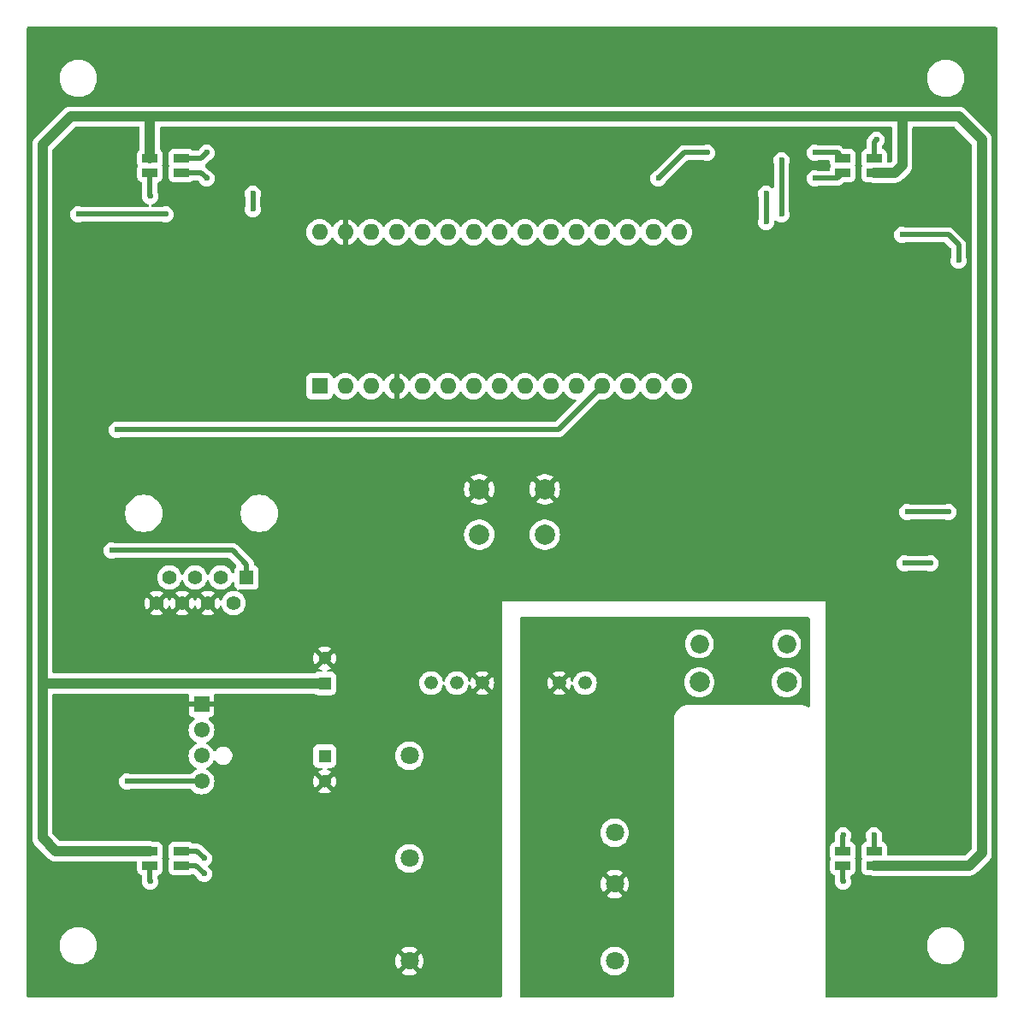
<source format=gbr>
%TF.GenerationSoftware,KiCad,Pcbnew,8.0.8*%
%TF.CreationDate,2025-06-01T20:52:10+02:00*%
%TF.ProjectId,DIYFAN_V1,44495946-414e-45f5-9631-2e6b69636164,rev?*%
%TF.SameCoordinates,Original*%
%TF.FileFunction,Copper,L2,Bot*%
%TF.FilePolarity,Positive*%
%FSLAX46Y46*%
G04 Gerber Fmt 4.6, Leading zero omitted, Abs format (unit mm)*
G04 Created by KiCad (PCBNEW 8.0.8) date 2025-06-01 20:52:10*
%MOMM*%
%LPD*%
G01*
G04 APERTURE LIST*
%TA.AperFunction,ComponentPad*%
%ADD10C,1.850000*%
%TD*%
%TA.AperFunction,ComponentPad*%
%ADD11C,2.010000*%
%TD*%
%TA.AperFunction,ComponentPad*%
%ADD12R,1.400000X1.400000*%
%TD*%
%TA.AperFunction,ComponentPad*%
%ADD13C,1.400000*%
%TD*%
%TA.AperFunction,ComponentPad*%
%ADD14R,1.300000X1.300000*%
%TD*%
%TA.AperFunction,ComponentPad*%
%ADD15C,1.300000*%
%TD*%
%TA.AperFunction,ComponentPad*%
%ADD16C,1.337000*%
%TD*%
%TA.AperFunction,ComponentPad*%
%ADD17R,1.530000X1.530000*%
%TD*%
%TA.AperFunction,ComponentPad*%
%ADD18C,1.550000*%
%TD*%
%TA.AperFunction,ComponentPad*%
%ADD19R,1.600000X1.600000*%
%TD*%
%TA.AperFunction,ComponentPad*%
%ADD20O,1.600000X1.600000*%
%TD*%
%TA.AperFunction,ComponentPad*%
%ADD21C,1.800000*%
%TD*%
%TA.AperFunction,SMDPad,CuDef*%
%ADD22R,1.500000X0.900000*%
%TD*%
%TA.AperFunction,ComponentPad*%
%ADD23C,2.000000*%
%TD*%
%TA.AperFunction,ViaPad*%
%ADD24C,0.600000*%
%TD*%
%TA.AperFunction,Conductor*%
%ADD25C,1.000000*%
%TD*%
%TA.AperFunction,Conductor*%
%ADD26C,0.500000*%
%TD*%
G04 APERTURE END LIST*
D10*
%TO.P,J1,MH1,MH1*%
%TO.N,unconnected-(J1-PadMH1)*%
X148334000Y-100428000D03*
%TO.P,J1,MH2,MH2*%
%TO.N,unconnected-(J1-PadMH2)*%
X156974000Y-100428000D03*
D11*
%TO.P,J1,MH3,MH3*%
%TO.N,unconnected-(J1-PadMH3)*%
X148334000Y-104228000D03*
%TO.P,J1,MH4,MH4*%
%TO.N,unconnected-(J1-PadMH4)*%
X156974000Y-104228000D03*
%TD*%
D12*
%TO.P,J2,1,1*%
%TO.N,PWM_D9*%
X103505000Y-93858000D03*
D13*
%TO.P,J2,2,2*%
%TO.N,unconnected-(J2-Pad2)*%
X102235000Y-96398000D03*
%TO.P,J2,3,3*%
%TO.N,+12V*%
X100965000Y-93858000D03*
%TO.P,J2,4,4*%
%TO.N,GND*%
X99695000Y-96398000D03*
%TO.P,J2,5,5*%
%TO.N,+12V*%
X98425000Y-93858000D03*
%TO.P,J2,6,6*%
%TO.N,GND*%
X97155000Y-96398000D03*
%TO.P,J2,7,7*%
%TO.N,+12V*%
X95885000Y-93858000D03*
%TO.P,J2,8,8*%
%TO.N,GND*%
X94615000Y-96398000D03*
%TD*%
D14*
%TO.P,CP1,1,1*%
%TO.N,+12V*%
X111252000Y-111546000D03*
D15*
%TO.P,CP1,2,2*%
%TO.N,GND*%
X111252000Y-114046000D03*
%TD*%
D14*
%TO.P,CP2,1,1*%
%TO.N,+5V*%
X111252000Y-104354000D03*
D15*
%TO.P,CP2,2,2*%
%TO.N,GND*%
X111252000Y-101854000D03*
%TD*%
D16*
%TO.P,PS2,1,+VIN*%
%TO.N,+5VD*%
X137014000Y-104312000D03*
%TO.P,PS2,2,-VIN*%
%TO.N,GNDD*%
X134474000Y-104312000D03*
%TO.P,PS2,5,-VOUT*%
%TO.N,GND*%
X126854000Y-104312000D03*
%TO.P,PS2,6,NO_PIN*%
%TO.N,unconnected-(PS2-NO_PIN-Pad6)*%
X124314000Y-104312000D03*
%TO.P,PS2,7,+VOUT*%
%TO.N,+5V*%
X121774000Y-104312000D03*
%TD*%
D17*
%TO.P,J3,1,1*%
%TO.N,GND*%
X99060000Y-106426000D03*
D18*
%TO.P,J3,2,2*%
%TO.N,+12V*%
X99060000Y-108966000D03*
%TO.P,J3,3,3*%
%TO.N,unconnected-(J3-Pad3)*%
X99060000Y-111506000D03*
%TO.P,J3,4,4*%
%TO.N,PWM_D9*%
X99060000Y-114046000D03*
%TD*%
D19*
%TO.P,A1,1,D1/TX*%
%TO.N,unconnected-(A1-D1{slash}TX-Pad1)*%
X110744000Y-74920000D03*
D20*
%TO.P,A1,2,D0/RX*%
%TO.N,unconnected-(A1-D0{slash}RX-Pad2)*%
X113284000Y-74920000D03*
%TO.P,A1,3,~{RESET}*%
%TO.N,unconnected-(A1-~{RESET}-Pad3)*%
X115824000Y-74920000D03*
%TO.P,A1,4,GND*%
%TO.N,GND*%
X118364000Y-74920000D03*
%TO.P,A1,5,D2*%
%TO.N,Net-(A1-D2)*%
X120904000Y-74920000D03*
%TO.P,A1,6,D3*%
%TO.N,PWM_D3*%
X123444000Y-74920000D03*
%TO.P,A1,7,D4*%
%TO.N,unconnected-(A1-D4-Pad7)*%
X125984000Y-74920000D03*
%TO.P,A1,8,D5*%
%TO.N,PWM_D5*%
X128524000Y-74920000D03*
%TO.P,A1,9,D6*%
%TO.N,PWM_D6*%
X131064000Y-74920000D03*
%TO.P,A1,10,D7*%
%TO.N,unconnected-(A1-D7-Pad10)*%
X133604000Y-74920000D03*
%TO.P,A1,11,D8*%
%TO.N,unconnected-(A1-D8-Pad11)*%
X136144000Y-74920000D03*
%TO.P,A1,12,D9*%
%TO.N,PWM_D9*%
X138684000Y-74920000D03*
%TO.P,A1,13,D10*%
%TO.N,unconnected-(A1-D10-Pad13)*%
X141224000Y-74920000D03*
%TO.P,A1,14,D11*%
%TO.N,unconnected-(A1-D11-Pad14)*%
X143764000Y-74920000D03*
%TO.P,A1,15,D12*%
%TO.N,unconnected-(A1-D12-Pad15)*%
X146304000Y-74920000D03*
%TO.P,A1,16,D13*%
%TO.N,unconnected-(A1-D13-Pad16)*%
X146304000Y-59680000D03*
%TO.P,A1,17,3V3*%
%TO.N,+3V3*%
X143764000Y-59680000D03*
%TO.P,A1,18,AREF*%
%TO.N,unconnected-(A1-AREF-Pad18)*%
X141224000Y-59680000D03*
%TO.P,A1,19,A0*%
%TO.N,unconnected-(A1-A0-Pad19)*%
X138684000Y-59680000D03*
%TO.P,A1,20,A1*%
%TO.N,unconnected-(A1-A1-Pad20)*%
X136144000Y-59680000D03*
%TO.P,A1,21,A2*%
%TO.N,unconnected-(A1-A2-Pad21)*%
X133604000Y-59680000D03*
%TO.P,A1,22,A3*%
%TO.N,unconnected-(A1-A3-Pad22)*%
X131064000Y-59680000D03*
%TO.P,A1,23,A4*%
%TO.N,unconnected-(A1-A4-Pad23)*%
X128524000Y-59680000D03*
%TO.P,A1,24,A5*%
%TO.N,unconnected-(A1-A5-Pad24)*%
X125984000Y-59680000D03*
%TO.P,A1,25,A6*%
%TO.N,unconnected-(A1-A6-Pad25)*%
X123444000Y-59680000D03*
%TO.P,A1,26,A7*%
%TO.N,unconnected-(A1-A7-Pad26)*%
X120904000Y-59680000D03*
%TO.P,A1,27,+5V*%
%TO.N,unconnected-(A1-+5V-Pad27)*%
X118364000Y-59680000D03*
%TO.P,A1,28,~{RESET}*%
%TO.N,unconnected-(A1-~{RESET}-Pad28)*%
X115824000Y-59680000D03*
%TO.P,A1,29,GND*%
%TO.N,GND*%
X113284000Y-59680000D03*
%TO.P,A1,30,VIN*%
%TO.N,+12V*%
X110744000Y-59680000D03*
%TD*%
D21*
%TO.P,PS1,1,+VIN*%
%TO.N,+5VD*%
X139954000Y-119126000D03*
%TO.P,PS1,2,-VIN*%
%TO.N,GNDD*%
X139954000Y-124206000D03*
%TO.P,PS1,3,+VOUT*%
%TO.N,+12V*%
X119634000Y-111506000D03*
%TO.P,PS1,4,TRIM*%
%TO.N,unconnected-(PS1-TRIM-Pad4)*%
X119634000Y-121666000D03*
%TO.P,PS1,5,-VOUT*%
%TO.N,GND*%
X119634000Y-131826000D03*
%TO.P,PS1,6,R.C.*%
%TO.N,unconnected-(PS1-R.C.-Pad6)*%
X139954000Y-131826000D03*
%TD*%
D22*
%TO.P,D4,1,A*%
%TO.N,+5V*%
X165634000Y-122366000D03*
%TO.P,D4,2,RK*%
%TO.N,Net-(D4-RK)*%
X165634000Y-120966000D03*
%TO.P,D4,3,GK*%
%TO.N,Net-(D4-GK)*%
X162534000Y-122366000D03*
%TO.P,D4,4,BK*%
%TO.N,Net-(D4-BK)*%
X162534000Y-120966000D03*
%TD*%
%TO.P,D3,1,A*%
%TO.N,+5V*%
X165634000Y-53786000D03*
%TO.P,D3,2,RK*%
%TO.N,Net-(D3-RK)*%
X165634000Y-52386000D03*
%TO.P,D3,3,GK*%
%TO.N,Net-(D3-GK)*%
X162534000Y-53786000D03*
%TO.P,D3,4,BK*%
%TO.N,Net-(D3-BK)*%
X162534000Y-52386000D03*
%TD*%
D23*
%TO.P,SW1,1,1*%
%TO.N,GND*%
X133044000Y-85126000D03*
X126544000Y-85126000D03*
%TO.P,SW1,2,2*%
%TO.N,Net-(A1-D2)*%
X133044000Y-89626000D03*
X126544000Y-89626000D03*
%TD*%
D22*
%TO.P,D1,1,A*%
%TO.N,+5V*%
X93954000Y-120966000D03*
%TO.P,D1,2,RK*%
%TO.N,Net-(D1-RK)*%
X93954000Y-122366000D03*
%TO.P,D1,3,GK*%
%TO.N,Net-(D1-GK)*%
X97054000Y-120966000D03*
%TO.P,D1,4,BK*%
%TO.N,Net-(D1-BK)*%
X97054000Y-122366000D03*
%TD*%
%TO.P,D2,1,A*%
%TO.N,+5V*%
X93954000Y-52386000D03*
%TO.P,D2,2,RK*%
%TO.N,Net-(D2-RK)*%
X93954000Y-53786000D03*
%TO.P,D2,3,GK*%
%TO.N,Net-(D2-GK)*%
X97054000Y-52386000D03*
%TO.P,D2,4,BK*%
%TO.N,Net-(D2-BK)*%
X97054000Y-53786000D03*
%TD*%
D24*
%TO.N,GND*%
X161036000Y-86360000D03*
X161036000Y-81280000D03*
X161036000Y-91440000D03*
%TO.N,R*%
X168910000Y-87376000D03*
X173990000Y-62484000D03*
X154940000Y-58674000D03*
X172974000Y-87376000D03*
X154940000Y-55880000D03*
X168402000Y-59944000D03*
%TO.N,B*%
X95504000Y-57912000D03*
X86868000Y-57912000D03*
X171196000Y-92456000D03*
X168656000Y-92456000D03*
%TO.N,G*%
X149098000Y-51816000D03*
X156464000Y-57912000D03*
X156464000Y-52578000D03*
X144272000Y-54356000D03*
X104140000Y-55880000D03*
X104140000Y-57404000D03*
%TO.N,Net-(D2-GK)*%
X99568000Y-51816000D03*
%TO.N,Net-(D2-RK)*%
X93980000Y-56134000D03*
%TO.N,Net-(D2-BK)*%
X99568000Y-54356000D03*
%TO.N,Net-(D4-RK)*%
X165608000Y-119380000D03*
%TO.N,Net-(D4-GK)*%
X162560000Y-123952000D03*
%TO.N,Net-(D4-BK)*%
X162560000Y-119380000D03*
%TO.N,Net-(D3-BK)*%
X159766000Y-51816000D03*
%TO.N,Net-(D3-RK)*%
X165862000Y-50546000D03*
%TO.N,Net-(D3-GK)*%
X159766000Y-54356000D03*
%TO.N,GNDD*%
X155702000Y-101600000D03*
X149606000Y-101600000D03*
%TO.N,PWM_D9*%
X91694000Y-114046000D03*
X90678000Y-79248000D03*
X90170000Y-91186000D03*
%TO.N,Net-(D1-GK)*%
X99314000Y-121666000D03*
%TO.N,Net-(D1-RK)*%
X93980000Y-123952000D03*
%TO.N,Net-(D1-BK)*%
X99314000Y-123190000D03*
%TD*%
D25*
%TO.N,+5V*%
X83606000Y-104354000D02*
X83312000Y-104648000D01*
X160782000Y-48260000D02*
X162560000Y-48260000D01*
X84644000Y-120966000D02*
X83312000Y-119634000D01*
X95758000Y-48260000D02*
X160782000Y-48260000D01*
X162560000Y-48260000D02*
X168402000Y-48260000D01*
X83312000Y-104648000D02*
X83312000Y-101346000D01*
X93954000Y-52386000D02*
X93954000Y-48286000D01*
X176276000Y-121158000D02*
X175068000Y-122366000D01*
X165634000Y-53786000D02*
X167702000Y-53786000D01*
X83312000Y-119634000D02*
X83312000Y-104648000D01*
X83312000Y-51054000D02*
X86106000Y-48260000D01*
X86106000Y-48260000D02*
X93980000Y-48260000D01*
X167702000Y-53786000D02*
X168402000Y-53086000D01*
X95758000Y-48260000D02*
X93980000Y-48260000D01*
X176276000Y-50546000D02*
X176276000Y-121158000D01*
X111252000Y-104354000D02*
X83606000Y-104354000D01*
X175068000Y-122366000D02*
X165634000Y-122366000D01*
X168402000Y-53086000D02*
X168402000Y-48260000D01*
X93954000Y-48286000D02*
X93980000Y-48260000D01*
X83312000Y-101346000D02*
X83312000Y-51054000D01*
X168402000Y-48260000D02*
X173990000Y-48260000D01*
X173990000Y-48260000D02*
X176276000Y-50546000D01*
X93954000Y-120966000D02*
X84644000Y-120966000D01*
D26*
%TO.N,R*%
X168402000Y-59944000D02*
X172974000Y-59944000D01*
X154940000Y-55880000D02*
X154940000Y-58674000D01*
X173990000Y-60960000D02*
X173990000Y-62484000D01*
X172974000Y-59944000D02*
X173990000Y-60960000D01*
X168910000Y-87376000D02*
X172974000Y-87376000D01*
%TO.N,B*%
X168656000Y-92456000D02*
X171196000Y-92456000D01*
X86868000Y-57912000D02*
X95504000Y-57912000D01*
%TO.N,G*%
X146812000Y-51816000D02*
X144272000Y-54356000D01*
X104140000Y-57404000D02*
X104140000Y-55880000D01*
X149098000Y-51816000D02*
X146812000Y-51816000D01*
X156464000Y-57912000D02*
X156464000Y-52578000D01*
%TO.N,Net-(D2-GK)*%
X97054000Y-52386000D02*
X98998000Y-52386000D01*
X98998000Y-52386000D02*
X99568000Y-51816000D01*
%TO.N,Net-(D2-RK)*%
X93954000Y-56108000D02*
X93980000Y-56134000D01*
X93954000Y-53786000D02*
X93954000Y-56108000D01*
%TO.N,Net-(D2-BK)*%
X98998000Y-53786000D02*
X99568000Y-54356000D01*
X97054000Y-53786000D02*
X98998000Y-53786000D01*
%TO.N,Net-(D4-RK)*%
X165634000Y-120966000D02*
X165634000Y-119406000D01*
X165634000Y-119406000D02*
X165608000Y-119380000D01*
%TO.N,Net-(D4-GK)*%
X162534000Y-122366000D02*
X162534000Y-123926000D01*
X162534000Y-123926000D02*
X162560000Y-123952000D01*
%TO.N,Net-(D4-BK)*%
X162534000Y-120966000D02*
X162534000Y-119406000D01*
X162534000Y-119406000D02*
X162560000Y-119380000D01*
%TO.N,Net-(D3-BK)*%
X159766000Y-51816000D02*
X161964000Y-51816000D01*
X161964000Y-51816000D02*
X162534000Y-52386000D01*
%TO.N,Net-(D3-RK)*%
X165634000Y-52386000D02*
X165634000Y-50774000D01*
X165634000Y-50774000D02*
X165862000Y-50546000D01*
%TO.N,Net-(D3-GK)*%
X159766000Y-54356000D02*
X161964000Y-54356000D01*
X161964000Y-54356000D02*
X162534000Y-53786000D01*
%TO.N,PWM_D9*%
X103505000Y-93858000D02*
X103505000Y-92583000D01*
X91694000Y-114046000D02*
X99060000Y-114046000D01*
X134404000Y-79200000D02*
X90726000Y-79200000D01*
X138684000Y-74920000D02*
X134404000Y-79200000D01*
X90726000Y-79200000D02*
X90678000Y-79248000D01*
X103505000Y-92583000D02*
X102108000Y-91186000D01*
X102108000Y-91186000D02*
X90170000Y-91186000D01*
%TO.N,Net-(D1-GK)*%
X98614000Y-120966000D02*
X99314000Y-121666000D01*
X97054000Y-120966000D02*
X98614000Y-120966000D01*
%TO.N,Net-(D1-RK)*%
X93954000Y-123926000D02*
X93980000Y-123952000D01*
X93954000Y-122366000D02*
X93954000Y-123926000D01*
%TO.N,Net-(D1-BK)*%
X98490000Y-122366000D02*
X99314000Y-123190000D01*
X97054000Y-122366000D02*
X98490000Y-122366000D01*
%TD*%
%TA.AperFunction,Conductor*%
%TO.N,GNDD*%
G36*
X159201039Y-97809685D02*
G01*
X159246794Y-97862489D01*
X159258000Y-97914000D01*
X159258000Y-106573187D01*
X159238315Y-106640226D01*
X159185511Y-106685981D01*
X159116353Y-106695925D01*
X159066960Y-106677502D01*
X158970643Y-106615602D01*
X158970626Y-106615593D01*
X158773321Y-106525487D01*
X158565179Y-106464370D01*
X158350462Y-106433500D01*
X158307892Y-106433500D01*
X147385892Y-106433500D01*
X147320000Y-106433500D01*
X147211538Y-106433500D01*
X147211537Y-106433500D01*
X146996820Y-106464370D01*
X146788678Y-106525487D01*
X146591373Y-106615593D01*
X146591357Y-106615602D01*
X146408874Y-106732877D01*
X146408867Y-106732883D01*
X146244933Y-106874931D01*
X146244931Y-106874933D01*
X146102883Y-107038867D01*
X146102877Y-107038874D01*
X145985602Y-107221357D01*
X145985593Y-107221373D01*
X145895487Y-107418678D01*
X145834370Y-107626820D01*
X145803500Y-107841537D01*
X145803500Y-135265500D01*
X145783815Y-135332539D01*
X145731011Y-135378294D01*
X145679500Y-135389500D01*
X130680000Y-135389500D01*
X130612961Y-135369815D01*
X130567206Y-135317011D01*
X130556000Y-135265500D01*
X130556000Y-131825993D01*
X138548700Y-131825993D01*
X138548700Y-131826006D01*
X138567864Y-132057297D01*
X138567866Y-132057308D01*
X138624842Y-132282300D01*
X138718075Y-132494848D01*
X138845016Y-132689147D01*
X138845019Y-132689151D01*
X138845021Y-132689153D01*
X139002216Y-132859913D01*
X139002219Y-132859915D01*
X139002222Y-132859918D01*
X139185365Y-133002464D01*
X139185371Y-133002468D01*
X139185374Y-133002470D01*
X139389497Y-133112936D01*
X139503487Y-133152068D01*
X139609015Y-133188297D01*
X139609017Y-133188297D01*
X139609019Y-133188298D01*
X139837951Y-133226500D01*
X139837952Y-133226500D01*
X140070048Y-133226500D01*
X140070049Y-133226500D01*
X140298981Y-133188298D01*
X140518503Y-133112936D01*
X140722626Y-133002470D01*
X140905784Y-132859913D01*
X141062979Y-132689153D01*
X141189924Y-132494849D01*
X141283157Y-132282300D01*
X141340134Y-132057305D01*
X141359300Y-131826000D01*
X141359300Y-131825993D01*
X141340135Y-131594702D01*
X141340133Y-131594691D01*
X141283157Y-131369699D01*
X141189924Y-131157151D01*
X141062983Y-130962852D01*
X141062980Y-130962849D01*
X141062979Y-130962847D01*
X140905784Y-130792087D01*
X140905779Y-130792083D01*
X140905777Y-130792081D01*
X140722634Y-130649535D01*
X140722628Y-130649531D01*
X140518504Y-130539064D01*
X140518495Y-130539061D01*
X140298984Y-130463702D01*
X140127282Y-130435050D01*
X140070049Y-130425500D01*
X139837951Y-130425500D01*
X139792164Y-130433140D01*
X139609015Y-130463702D01*
X139389504Y-130539061D01*
X139389495Y-130539064D01*
X139185371Y-130649531D01*
X139185365Y-130649535D01*
X139002222Y-130792081D01*
X139002219Y-130792084D01*
X138845016Y-130962852D01*
X138718075Y-131157151D01*
X138624842Y-131369699D01*
X138567866Y-131594691D01*
X138567864Y-131594702D01*
X138548700Y-131825993D01*
X130556000Y-131825993D01*
X130556000Y-124205994D01*
X138549202Y-124205994D01*
X138549202Y-124206005D01*
X138568361Y-124437218D01*
X138625317Y-124662135D01*
X138718516Y-124874609D01*
X138802811Y-125003633D01*
X139389387Y-124417058D01*
X139394889Y-124437591D01*
X139473881Y-124574408D01*
X139585592Y-124686119D01*
X139722409Y-124765111D01*
X139742940Y-124770612D01*
X139155201Y-125358351D01*
X139185649Y-125382050D01*
X139389697Y-125492476D01*
X139389706Y-125492479D01*
X139609139Y-125567811D01*
X139837993Y-125606000D01*
X140070007Y-125606000D01*
X140298860Y-125567811D01*
X140518293Y-125492479D01*
X140518301Y-125492476D01*
X140722355Y-125382047D01*
X140752797Y-125358351D01*
X140752798Y-125358350D01*
X140165060Y-124770612D01*
X140185591Y-124765111D01*
X140322408Y-124686119D01*
X140434119Y-124574408D01*
X140513111Y-124437591D01*
X140518612Y-124417060D01*
X141105186Y-125003634D01*
X141189484Y-124874606D01*
X141282682Y-124662135D01*
X141339638Y-124437218D01*
X141358798Y-124206005D01*
X141358798Y-124205994D01*
X141339638Y-123974781D01*
X141282682Y-123749864D01*
X141189483Y-123537390D01*
X141105186Y-123408364D01*
X140518612Y-123994939D01*
X140513111Y-123974409D01*
X140434119Y-123837592D01*
X140322408Y-123725881D01*
X140185591Y-123646889D01*
X140165058Y-123641387D01*
X140752797Y-123053647D01*
X140752797Y-123053645D01*
X140722360Y-123029955D01*
X140722354Y-123029951D01*
X140518302Y-122919523D01*
X140518293Y-122919520D01*
X140298860Y-122844188D01*
X140070007Y-122806000D01*
X139837993Y-122806000D01*
X139609139Y-122844188D01*
X139389706Y-122919520D01*
X139389697Y-122919523D01*
X139185650Y-123029949D01*
X139155200Y-123053647D01*
X139742941Y-123641387D01*
X139722409Y-123646889D01*
X139585592Y-123725881D01*
X139473881Y-123837592D01*
X139394889Y-123974409D01*
X139389387Y-123994940D01*
X138802812Y-123408365D01*
X138718516Y-123537391D01*
X138718514Y-123537395D01*
X138625317Y-123749864D01*
X138568361Y-123974781D01*
X138549202Y-124205994D01*
X130556000Y-124205994D01*
X130556000Y-119125993D01*
X138548700Y-119125993D01*
X138548700Y-119126006D01*
X138567864Y-119357297D01*
X138567866Y-119357308D01*
X138624842Y-119582300D01*
X138718075Y-119794848D01*
X138845016Y-119989147D01*
X138845019Y-119989151D01*
X138845021Y-119989153D01*
X139002216Y-120159913D01*
X139002219Y-120159915D01*
X139002222Y-120159918D01*
X139185365Y-120302464D01*
X139185371Y-120302468D01*
X139185374Y-120302470D01*
X139389497Y-120412936D01*
X139503487Y-120452068D01*
X139609015Y-120488297D01*
X139609017Y-120488297D01*
X139609019Y-120488298D01*
X139837951Y-120526500D01*
X139837952Y-120526500D01*
X140070048Y-120526500D01*
X140070049Y-120526500D01*
X140298981Y-120488298D01*
X140518503Y-120412936D01*
X140722626Y-120302470D01*
X140905784Y-120159913D01*
X141062979Y-119989153D01*
X141189924Y-119794849D01*
X141283157Y-119582300D01*
X141340134Y-119357305D01*
X141359300Y-119126000D01*
X141359300Y-119125993D01*
X141340135Y-118894702D01*
X141340133Y-118894691D01*
X141283157Y-118669699D01*
X141189924Y-118457151D01*
X141062983Y-118262852D01*
X141062980Y-118262849D01*
X141062979Y-118262847D01*
X140905784Y-118092087D01*
X140905779Y-118092083D01*
X140905777Y-118092081D01*
X140722634Y-117949535D01*
X140722628Y-117949531D01*
X140518504Y-117839064D01*
X140518495Y-117839061D01*
X140298984Y-117763702D01*
X140127282Y-117735050D01*
X140070049Y-117725500D01*
X139837951Y-117725500D01*
X139792164Y-117733140D01*
X139609015Y-117763702D01*
X139389504Y-117839061D01*
X139389495Y-117839064D01*
X139185371Y-117949531D01*
X139185365Y-117949535D01*
X139002222Y-118092081D01*
X139002219Y-118092084D01*
X138845016Y-118262852D01*
X138718075Y-118457151D01*
X138624842Y-118669699D01*
X138567866Y-118894691D01*
X138567864Y-118894702D01*
X138548700Y-119125993D01*
X130556000Y-119125993D01*
X130556000Y-104311999D01*
X133300494Y-104311999D01*
X133300494Y-104312000D01*
X133320474Y-104527630D01*
X133320475Y-104527633D01*
X133379735Y-104735914D01*
X133379738Y-104735920D01*
X133476266Y-104929773D01*
X133487627Y-104944818D01*
X134084000Y-104348445D01*
X134084000Y-104363344D01*
X134110578Y-104462534D01*
X134161923Y-104551465D01*
X134234535Y-104624077D01*
X134323466Y-104675422D01*
X134422656Y-104702000D01*
X134437554Y-104702000D01*
X133843553Y-105295998D01*
X133950925Y-105362479D01*
X134152856Y-105440707D01*
X134365725Y-105480500D01*
X134582275Y-105480500D01*
X134795142Y-105440707D01*
X134795143Y-105440707D01*
X134997076Y-105362479D01*
X134997077Y-105362478D01*
X135104445Y-105295998D01*
X134510447Y-104702000D01*
X134525344Y-104702000D01*
X134624534Y-104675422D01*
X134713465Y-104624077D01*
X134786077Y-104551465D01*
X134837422Y-104462534D01*
X134864000Y-104363344D01*
X134864000Y-104348447D01*
X135460371Y-104944818D01*
X135471733Y-104929773D01*
X135471738Y-104929765D01*
X135568260Y-104735922D01*
X135624473Y-104538353D01*
X135661752Y-104479260D01*
X135725062Y-104449702D01*
X135794302Y-104459064D01*
X135847488Y-104504373D01*
X135863005Y-104538349D01*
X135907481Y-104694666D01*
X135919271Y-104736104D01*
X136015838Y-104930036D01*
X136146399Y-105102926D01*
X136306501Y-105248878D01*
X136306503Y-105248880D01*
X136490696Y-105362927D01*
X136490697Y-105362927D01*
X136490700Y-105362929D01*
X136692717Y-105441191D01*
X136905676Y-105481000D01*
X136905678Y-105481000D01*
X137122322Y-105481000D01*
X137122324Y-105481000D01*
X137335283Y-105441191D01*
X137537300Y-105362929D01*
X137721498Y-105248879D01*
X137881602Y-105102924D01*
X138012162Y-104930036D01*
X138108730Y-104736101D01*
X138168018Y-104527723D01*
X138188008Y-104312000D01*
X138180224Y-104228000D01*
X146823845Y-104228000D01*
X146842438Y-104464243D01*
X146897754Y-104694654D01*
X146897758Y-104694666D01*
X146988441Y-104913596D01*
X147112255Y-105115642D01*
X147112256Y-105115644D01*
X147112259Y-105115647D01*
X147266159Y-105295841D01*
X147405646Y-105414974D01*
X147446355Y-105449743D01*
X147446357Y-105449744D01*
X147648403Y-105573558D01*
X147725807Y-105605619D01*
X147867336Y-105664243D01*
X148097760Y-105719562D01*
X148334000Y-105738155D01*
X148570240Y-105719562D01*
X148800664Y-105664243D01*
X149019596Y-105573558D01*
X149221647Y-105449741D01*
X149401841Y-105295841D01*
X149555741Y-105115647D01*
X149679558Y-104913596D01*
X149770243Y-104694664D01*
X149825562Y-104464240D01*
X149844155Y-104228000D01*
X155463845Y-104228000D01*
X155482438Y-104464243D01*
X155537754Y-104694654D01*
X155537758Y-104694666D01*
X155628441Y-104913596D01*
X155752255Y-105115642D01*
X155752256Y-105115644D01*
X155752259Y-105115647D01*
X155906159Y-105295841D01*
X156045646Y-105414974D01*
X156086355Y-105449743D01*
X156086357Y-105449744D01*
X156288403Y-105573558D01*
X156365807Y-105605619D01*
X156507336Y-105664243D01*
X156737760Y-105719562D01*
X156974000Y-105738155D01*
X157210240Y-105719562D01*
X157440664Y-105664243D01*
X157659596Y-105573558D01*
X157861647Y-105449741D01*
X158041841Y-105295841D01*
X158195741Y-105115647D01*
X158319558Y-104913596D01*
X158410243Y-104694664D01*
X158465562Y-104464240D01*
X158484155Y-104228000D01*
X158465562Y-103991760D01*
X158410243Y-103761336D01*
X158319558Y-103542404D01*
X158319558Y-103542403D01*
X158195744Y-103340357D01*
X158195743Y-103340355D01*
X158128410Y-103261519D01*
X158041841Y-103160159D01*
X157922706Y-103058408D01*
X157861644Y-103006256D01*
X157861642Y-103006255D01*
X157659596Y-102882441D01*
X157440666Y-102791758D01*
X157440668Y-102791758D01*
X157440664Y-102791757D01*
X157440660Y-102791756D01*
X157440654Y-102791754D01*
X157210243Y-102736438D01*
X156974000Y-102717845D01*
X156737756Y-102736438D01*
X156507345Y-102791754D01*
X156507333Y-102791758D01*
X156288403Y-102882441D01*
X156086357Y-103006255D01*
X156086355Y-103006256D01*
X155906159Y-103160159D01*
X155752256Y-103340355D01*
X155752255Y-103340357D01*
X155628441Y-103542403D01*
X155537758Y-103761333D01*
X155537754Y-103761345D01*
X155482438Y-103991756D01*
X155463845Y-104228000D01*
X149844155Y-104228000D01*
X149825562Y-103991760D01*
X149770243Y-103761336D01*
X149679558Y-103542404D01*
X149679558Y-103542403D01*
X149555744Y-103340357D01*
X149555743Y-103340355D01*
X149488410Y-103261519D01*
X149401841Y-103160159D01*
X149282706Y-103058408D01*
X149221644Y-103006256D01*
X149221642Y-103006255D01*
X149019596Y-102882441D01*
X148800666Y-102791758D01*
X148800668Y-102791758D01*
X148800664Y-102791757D01*
X148800660Y-102791756D01*
X148800654Y-102791754D01*
X148570243Y-102736438D01*
X148334000Y-102717845D01*
X148097756Y-102736438D01*
X147867345Y-102791754D01*
X147867333Y-102791758D01*
X147648403Y-102882441D01*
X147446357Y-103006255D01*
X147446355Y-103006256D01*
X147266159Y-103160159D01*
X147112256Y-103340355D01*
X147112255Y-103340357D01*
X146988441Y-103542403D01*
X146897758Y-103761333D01*
X146897754Y-103761345D01*
X146842438Y-103991756D01*
X146823845Y-104228000D01*
X138180224Y-104228000D01*
X138168018Y-104096277D01*
X138108730Y-103887899D01*
X138012162Y-103693964D01*
X137881602Y-103521076D01*
X137881600Y-103521073D01*
X137721498Y-103375121D01*
X137721496Y-103375119D01*
X137537303Y-103261072D01*
X137537297Y-103261070D01*
X137335283Y-103182809D01*
X137122324Y-103143000D01*
X136905676Y-103143000D01*
X136692717Y-103182809D01*
X136564964Y-103232300D01*
X136490702Y-103261070D01*
X136490696Y-103261072D01*
X136306503Y-103375119D01*
X136306501Y-103375121D01*
X136146399Y-103521073D01*
X136015838Y-103693963D01*
X135919270Y-103887897D01*
X135919267Y-103887903D01*
X135863006Y-104085646D01*
X135825727Y-104144739D01*
X135762418Y-104174297D01*
X135693178Y-104164935D01*
X135639992Y-104119626D01*
X135624473Y-104085646D01*
X135568260Y-103888077D01*
X135471734Y-103694227D01*
X135460371Y-103679180D01*
X134864000Y-104275552D01*
X134864000Y-104260656D01*
X134837422Y-104161466D01*
X134786077Y-104072535D01*
X134713465Y-103999923D01*
X134624534Y-103948578D01*
X134525344Y-103922000D01*
X134510447Y-103922000D01*
X135104445Y-103328000D01*
X135104444Y-103327999D01*
X134997080Y-103261522D01*
X134997074Y-103261520D01*
X134795143Y-103183292D01*
X134582275Y-103143500D01*
X134365725Y-103143500D01*
X134152857Y-103183292D01*
X134152856Y-103183292D01*
X133950926Y-103261519D01*
X133843553Y-103328000D01*
X134437554Y-103922000D01*
X134422656Y-103922000D01*
X134323466Y-103948578D01*
X134234535Y-103999923D01*
X134161923Y-104072535D01*
X134110578Y-104161466D01*
X134084000Y-104260656D01*
X134084000Y-104275553D01*
X133487627Y-103679181D01*
X133487626Y-103679181D01*
X133476266Y-103694226D01*
X133476265Y-103694228D01*
X133379738Y-103888079D01*
X133379735Y-103888085D01*
X133320475Y-104096366D01*
X133320474Y-104096369D01*
X133300494Y-104311999D01*
X130556000Y-104311999D01*
X130556000Y-100427994D01*
X146903615Y-100427994D01*
X146903615Y-100428005D01*
X146923123Y-100663430D01*
X146981117Y-100892445D01*
X147076013Y-101108787D01*
X147205225Y-101306562D01*
X147365223Y-101480364D01*
X147365227Y-101480368D01*
X147551654Y-101625470D01*
X147759421Y-101737908D01*
X147982861Y-101814616D01*
X148215880Y-101853500D01*
X148215881Y-101853500D01*
X148452119Y-101853500D01*
X148452120Y-101853500D01*
X148685139Y-101814616D01*
X148908579Y-101737908D01*
X149116346Y-101625470D01*
X149302773Y-101480368D01*
X149462775Y-101306561D01*
X149591986Y-101108788D01*
X149686883Y-100892445D01*
X149744876Y-100663434D01*
X149764385Y-100428000D01*
X149764385Y-100427994D01*
X155543615Y-100427994D01*
X155543615Y-100428005D01*
X155563123Y-100663430D01*
X155621117Y-100892445D01*
X155716013Y-101108787D01*
X155845225Y-101306562D01*
X156005223Y-101480364D01*
X156005227Y-101480368D01*
X156191654Y-101625470D01*
X156399421Y-101737908D01*
X156622861Y-101814616D01*
X156855880Y-101853500D01*
X156855881Y-101853500D01*
X157092119Y-101853500D01*
X157092120Y-101853500D01*
X157325139Y-101814616D01*
X157548579Y-101737908D01*
X157756346Y-101625470D01*
X157942773Y-101480368D01*
X158102775Y-101306561D01*
X158231986Y-101108788D01*
X158326883Y-100892445D01*
X158384876Y-100663434D01*
X158404385Y-100428000D01*
X158384876Y-100192566D01*
X158326883Y-99963555D01*
X158231986Y-99747212D01*
X158102775Y-99549439D01*
X158102774Y-99549437D01*
X157942776Y-99375635D01*
X157942775Y-99375634D01*
X157942773Y-99375632D01*
X157849559Y-99303081D01*
X157756348Y-99230531D01*
X157548580Y-99118092D01*
X157548571Y-99118089D01*
X157325141Y-99041384D01*
X157169793Y-99015461D01*
X157092120Y-99002500D01*
X156855880Y-99002500D01*
X156797625Y-99012221D01*
X156622858Y-99041384D01*
X156399428Y-99118089D01*
X156399419Y-99118092D01*
X156191651Y-99230531D01*
X156005228Y-99375631D01*
X156005223Y-99375635D01*
X155845225Y-99549437D01*
X155716013Y-99747212D01*
X155621117Y-99963554D01*
X155563123Y-100192569D01*
X155543615Y-100427994D01*
X149764385Y-100427994D01*
X149744876Y-100192566D01*
X149686883Y-99963555D01*
X149591986Y-99747212D01*
X149462775Y-99549439D01*
X149462774Y-99549437D01*
X149302776Y-99375635D01*
X149302775Y-99375634D01*
X149302773Y-99375632D01*
X149209559Y-99303081D01*
X149116348Y-99230531D01*
X148908580Y-99118092D01*
X148908571Y-99118089D01*
X148685141Y-99041384D01*
X148529793Y-99015461D01*
X148452120Y-99002500D01*
X148215880Y-99002500D01*
X148157625Y-99012221D01*
X147982858Y-99041384D01*
X147759428Y-99118089D01*
X147759419Y-99118092D01*
X147551651Y-99230531D01*
X147365228Y-99375631D01*
X147365223Y-99375635D01*
X147205225Y-99549437D01*
X147076013Y-99747212D01*
X146981117Y-99963554D01*
X146923123Y-100192569D01*
X146903615Y-100427994D01*
X130556000Y-100427994D01*
X130556000Y-97914000D01*
X130575685Y-97846961D01*
X130628489Y-97801206D01*
X130680000Y-97790000D01*
X159134000Y-97790000D01*
X159201039Y-97809685D01*
G37*
%TD.AperFunction*%
%TD*%
%TA.AperFunction,Conductor*%
%TO.N,GND*%
G36*
X177750539Y-39382185D02*
G01*
X177796294Y-39434989D01*
X177807500Y-39486500D01*
X177807500Y-135265500D01*
X177787815Y-135332539D01*
X177735011Y-135378294D01*
X177683500Y-135389500D01*
X160906000Y-135389500D01*
X160838961Y-135369815D01*
X160793206Y-135317011D01*
X160782000Y-135265500D01*
X160782000Y-130180711D01*
X170869500Y-130180711D01*
X170869500Y-130423288D01*
X170899340Y-130649955D01*
X170901162Y-130663789D01*
X170932554Y-130780944D01*
X170963947Y-130898104D01*
X170990765Y-130962847D01*
X171056776Y-131122212D01*
X171178064Y-131332289D01*
X171178066Y-131332292D01*
X171178067Y-131332293D01*
X171325733Y-131524736D01*
X171325739Y-131524743D01*
X171497256Y-131696260D01*
X171497262Y-131696265D01*
X171689711Y-131843936D01*
X171899788Y-131965224D01*
X172123900Y-132058054D01*
X172358211Y-132120838D01*
X172538586Y-132144584D01*
X172598711Y-132152500D01*
X172598712Y-132152500D01*
X172841289Y-132152500D01*
X172889388Y-132146167D01*
X173081789Y-132120838D01*
X173316100Y-132058054D01*
X173540212Y-131965224D01*
X173750289Y-131843936D01*
X173942738Y-131696265D01*
X174114265Y-131524738D01*
X174261936Y-131332289D01*
X174383224Y-131122212D01*
X174476054Y-130898100D01*
X174538838Y-130663789D01*
X174570500Y-130423288D01*
X174570500Y-130180712D01*
X174538838Y-129940211D01*
X174476054Y-129705900D01*
X174383224Y-129481788D01*
X174261936Y-129271711D01*
X174114265Y-129079262D01*
X174114260Y-129079256D01*
X173942743Y-128907739D01*
X173942736Y-128907733D01*
X173750293Y-128760067D01*
X173750292Y-128760066D01*
X173750289Y-128760064D01*
X173540212Y-128638776D01*
X173540205Y-128638773D01*
X173316104Y-128545947D01*
X173081785Y-128483161D01*
X172841289Y-128451500D01*
X172841288Y-128451500D01*
X172598712Y-128451500D01*
X172598711Y-128451500D01*
X172358214Y-128483161D01*
X172123895Y-128545947D01*
X171899794Y-128638773D01*
X171899785Y-128638777D01*
X171689706Y-128760067D01*
X171497263Y-128907733D01*
X171497256Y-128907739D01*
X171325739Y-129079256D01*
X171325733Y-129079263D01*
X171178067Y-129271706D01*
X171056777Y-129481785D01*
X171056773Y-129481794D01*
X170963947Y-129705895D01*
X170901161Y-129940214D01*
X170869500Y-130180711D01*
X160782000Y-130180711D01*
X160782000Y-120468135D01*
X161283500Y-120468135D01*
X161283500Y-121463870D01*
X161283501Y-121463876D01*
X161289909Y-121523484D01*
X161326901Y-121622668D01*
X161331885Y-121692360D01*
X161326901Y-121709332D01*
X161289909Y-121808514D01*
X161289908Y-121808516D01*
X161285959Y-121845254D01*
X161283501Y-121868123D01*
X161283500Y-121868135D01*
X161283500Y-122863870D01*
X161283501Y-122863876D01*
X161289908Y-122923483D01*
X161340202Y-123058328D01*
X161340206Y-123058335D01*
X161426452Y-123173544D01*
X161426455Y-123173547D01*
X161541664Y-123259793D01*
X161541671Y-123259797D01*
X161676517Y-123310091D01*
X161684062Y-123311874D01*
X161683523Y-123314151D01*
X161737287Y-123336408D01*
X161777147Y-123393793D01*
X161783500Y-123432975D01*
X161783500Y-123726332D01*
X161776542Y-123767285D01*
X161774631Y-123772745D01*
X161774631Y-123772746D01*
X161754435Y-123951996D01*
X161754435Y-123952003D01*
X161774630Y-124131249D01*
X161774631Y-124131254D01*
X161834211Y-124301523D01*
X161919529Y-124437305D01*
X161930184Y-124454262D01*
X162057738Y-124581816D01*
X162210478Y-124677789D01*
X162380745Y-124737368D01*
X162380750Y-124737369D01*
X162559996Y-124757565D01*
X162560000Y-124757565D01*
X162560004Y-124757565D01*
X162739249Y-124737369D01*
X162739252Y-124737368D01*
X162739255Y-124737368D01*
X162909522Y-124677789D01*
X163062262Y-124581816D01*
X163189816Y-124454262D01*
X163285789Y-124301522D01*
X163345368Y-124131255D01*
X163345369Y-124131249D01*
X163365565Y-123952003D01*
X163365565Y-123951996D01*
X163345369Y-123772750D01*
X163345366Y-123772737D01*
X163291459Y-123618680D01*
X163284500Y-123577725D01*
X163284500Y-123432976D01*
X163304185Y-123365937D01*
X163356989Y-123320182D01*
X163384135Y-123312736D01*
X163383932Y-123311876D01*
X163391479Y-123310092D01*
X163391481Y-123310091D01*
X163391483Y-123310091D01*
X163526331Y-123259796D01*
X163641546Y-123173546D01*
X163727796Y-123058331D01*
X163778091Y-122923483D01*
X163784500Y-122863873D01*
X163784499Y-121868128D01*
X163778091Y-121808517D01*
X163741096Y-121709330D01*
X163736113Y-121639642D01*
X163741092Y-121622680D01*
X163778091Y-121523483D01*
X163784500Y-121463873D01*
X163784499Y-120468128D01*
X163778091Y-120408517D01*
X163768591Y-120383047D01*
X163727797Y-120273671D01*
X163727793Y-120273664D01*
X163641547Y-120158455D01*
X163641544Y-120158452D01*
X163526335Y-120072206D01*
X163526328Y-120072202D01*
X163391482Y-120021908D01*
X163383938Y-120020126D01*
X163384474Y-120017853D01*
X163330688Y-119995571D01*
X163290843Y-119938177D01*
X163284500Y-119899024D01*
X163284500Y-119754275D01*
X163291459Y-119713320D01*
X163345366Y-119559262D01*
X163345369Y-119559249D01*
X163365565Y-119380003D01*
X163365565Y-119379996D01*
X163345369Y-119200750D01*
X163345368Y-119200745D01*
X163333986Y-119168217D01*
X163285789Y-119030478D01*
X163189816Y-118877738D01*
X163062262Y-118750184D01*
X162934173Y-118669700D01*
X162909523Y-118654211D01*
X162739254Y-118594631D01*
X162739249Y-118594630D01*
X162560004Y-118574435D01*
X162559996Y-118574435D01*
X162380750Y-118594630D01*
X162380745Y-118594631D01*
X162210476Y-118654211D01*
X162057737Y-118750184D01*
X161930184Y-118877737D01*
X161834211Y-119030476D01*
X161774631Y-119200745D01*
X161774630Y-119200750D01*
X161754435Y-119379996D01*
X161754435Y-119380003D01*
X161774630Y-119559248D01*
X161774631Y-119559253D01*
X161774632Y-119559255D01*
X161776541Y-119564712D01*
X161783500Y-119605665D01*
X161783500Y-119899023D01*
X161763815Y-119966062D01*
X161711011Y-120011817D01*
X161683865Y-120019266D01*
X161684068Y-120020124D01*
X161676520Y-120021907D01*
X161541671Y-120072202D01*
X161541664Y-120072206D01*
X161426455Y-120158452D01*
X161426452Y-120158455D01*
X161340206Y-120273664D01*
X161340202Y-120273671D01*
X161289908Y-120408517D01*
X161283501Y-120468116D01*
X161283501Y-120468123D01*
X161283500Y-120468135D01*
X160782000Y-120468135D01*
X160782000Y-96266000D01*
X128778000Y-96266000D01*
X128778000Y-135265500D01*
X128758315Y-135332539D01*
X128705511Y-135378294D01*
X128654000Y-135389500D01*
X81904500Y-135389500D01*
X81837461Y-135369815D01*
X81791706Y-135317011D01*
X81780500Y-135265500D01*
X81780500Y-130180711D01*
X85017500Y-130180711D01*
X85017500Y-130423288D01*
X85047340Y-130649955D01*
X85049162Y-130663789D01*
X85080554Y-130780944D01*
X85111947Y-130898104D01*
X85138765Y-130962847D01*
X85204776Y-131122212D01*
X85326064Y-131332289D01*
X85326066Y-131332292D01*
X85326067Y-131332293D01*
X85473733Y-131524736D01*
X85473739Y-131524743D01*
X85645256Y-131696260D01*
X85645262Y-131696265D01*
X85837711Y-131843936D01*
X86047788Y-131965224D01*
X86271900Y-132058054D01*
X86506211Y-132120838D01*
X86686586Y-132144584D01*
X86746711Y-132152500D01*
X86746712Y-132152500D01*
X86989289Y-132152500D01*
X87037388Y-132146167D01*
X87229789Y-132120838D01*
X87464100Y-132058054D01*
X87688212Y-131965224D01*
X87898289Y-131843936D01*
X87921672Y-131825994D01*
X118229202Y-131825994D01*
X118229202Y-131826005D01*
X118248361Y-132057218D01*
X118305317Y-132282135D01*
X118398516Y-132494609D01*
X118482811Y-132623633D01*
X119069387Y-132037058D01*
X119074889Y-132057591D01*
X119153881Y-132194408D01*
X119265592Y-132306119D01*
X119402409Y-132385111D01*
X119422940Y-132390612D01*
X118835201Y-132978351D01*
X118865649Y-133002050D01*
X119069697Y-133112476D01*
X119069706Y-133112479D01*
X119289139Y-133187811D01*
X119517993Y-133226000D01*
X119750007Y-133226000D01*
X119978860Y-133187811D01*
X120198293Y-133112479D01*
X120198301Y-133112476D01*
X120402355Y-133002047D01*
X120432797Y-132978351D01*
X120432798Y-132978350D01*
X119845060Y-132390612D01*
X119865591Y-132385111D01*
X120002408Y-132306119D01*
X120114119Y-132194408D01*
X120193111Y-132057591D01*
X120198612Y-132037060D01*
X120785186Y-132623634D01*
X120869484Y-132494606D01*
X120962682Y-132282135D01*
X121019638Y-132057218D01*
X121038798Y-131826005D01*
X121038798Y-131825994D01*
X121019638Y-131594781D01*
X120962682Y-131369864D01*
X120869483Y-131157390D01*
X120785186Y-131028364D01*
X120198612Y-131614939D01*
X120193111Y-131594409D01*
X120114119Y-131457592D01*
X120002408Y-131345881D01*
X119865591Y-131266889D01*
X119845058Y-131261387D01*
X120432797Y-130673647D01*
X120432797Y-130673645D01*
X120402360Y-130649955D01*
X120402354Y-130649951D01*
X120198302Y-130539523D01*
X120198293Y-130539520D01*
X119978860Y-130464188D01*
X119750007Y-130426000D01*
X119517993Y-130426000D01*
X119289139Y-130464188D01*
X119069706Y-130539520D01*
X119069697Y-130539523D01*
X118865650Y-130649949D01*
X118835200Y-130673647D01*
X119422941Y-131261387D01*
X119402409Y-131266889D01*
X119265592Y-131345881D01*
X119153881Y-131457592D01*
X119074889Y-131594409D01*
X119069387Y-131614940D01*
X118482812Y-131028365D01*
X118398516Y-131157391D01*
X118398514Y-131157395D01*
X118305317Y-131369864D01*
X118248361Y-131594781D01*
X118229202Y-131825994D01*
X87921672Y-131825994D01*
X88090738Y-131696265D01*
X88262265Y-131524738D01*
X88409936Y-131332289D01*
X88531224Y-131122212D01*
X88624054Y-130898100D01*
X88686838Y-130663789D01*
X88718500Y-130423288D01*
X88718500Y-130180712D01*
X88686838Y-129940211D01*
X88624054Y-129705900D01*
X88531224Y-129481788D01*
X88409936Y-129271711D01*
X88262265Y-129079262D01*
X88262260Y-129079256D01*
X88090743Y-128907739D01*
X88090736Y-128907733D01*
X87898293Y-128760067D01*
X87898292Y-128760066D01*
X87898289Y-128760064D01*
X87688212Y-128638776D01*
X87688205Y-128638773D01*
X87464104Y-128545947D01*
X87229785Y-128483161D01*
X86989289Y-128451500D01*
X86989288Y-128451500D01*
X86746712Y-128451500D01*
X86746711Y-128451500D01*
X86506214Y-128483161D01*
X86271895Y-128545947D01*
X86047794Y-128638773D01*
X86047785Y-128638777D01*
X85837706Y-128760067D01*
X85645263Y-128907733D01*
X85645256Y-128907739D01*
X85473739Y-129079256D01*
X85473733Y-129079263D01*
X85326067Y-129271706D01*
X85204777Y-129481785D01*
X85204773Y-129481794D01*
X85111947Y-129705895D01*
X85049161Y-129940214D01*
X85017500Y-130180711D01*
X81780500Y-130180711D01*
X81780500Y-119732543D01*
X82311499Y-119732543D01*
X82349947Y-119925829D01*
X82349950Y-119925839D01*
X82425364Y-120107907D01*
X82425371Y-120107920D01*
X82534859Y-120271780D01*
X82534860Y-120271781D01*
X82534861Y-120271782D01*
X82674218Y-120411139D01*
X82674219Y-120411139D01*
X82681286Y-120418206D01*
X82681285Y-120418206D01*
X82681288Y-120418208D01*
X83866860Y-121603781D01*
X83866861Y-121603782D01*
X83936748Y-121673669D01*
X84006219Y-121743140D01*
X84170079Y-121852628D01*
X84170086Y-121852632D01*
X84265337Y-121892086D01*
X84352164Y-121928051D01*
X84545454Y-121966499D01*
X84545457Y-121966500D01*
X84545459Y-121966500D01*
X92579500Y-121966500D01*
X92646539Y-121986185D01*
X92692294Y-122038989D01*
X92703500Y-122090500D01*
X92703500Y-122863870D01*
X92703501Y-122863876D01*
X92709908Y-122923483D01*
X92760202Y-123058328D01*
X92760206Y-123058335D01*
X92846452Y-123173544D01*
X92846455Y-123173547D01*
X92961664Y-123259793D01*
X92961671Y-123259797D01*
X93096517Y-123310091D01*
X93104062Y-123311874D01*
X93103523Y-123314151D01*
X93157287Y-123336408D01*
X93197147Y-123393793D01*
X93203500Y-123432975D01*
X93203500Y-123726332D01*
X93196542Y-123767285D01*
X93194631Y-123772745D01*
X93194631Y-123772746D01*
X93174435Y-123951996D01*
X93174435Y-123952003D01*
X93194630Y-124131249D01*
X93194631Y-124131254D01*
X93254211Y-124301523D01*
X93339529Y-124437305D01*
X93350184Y-124454262D01*
X93477738Y-124581816D01*
X93630478Y-124677789D01*
X93800745Y-124737368D01*
X93800750Y-124737369D01*
X93979996Y-124757565D01*
X93980000Y-124757565D01*
X93980004Y-124757565D01*
X94159249Y-124737369D01*
X94159252Y-124737368D01*
X94159255Y-124737368D01*
X94329522Y-124677789D01*
X94482262Y-124581816D01*
X94609816Y-124454262D01*
X94705789Y-124301522D01*
X94765368Y-124131255D01*
X94765369Y-124131249D01*
X94785565Y-123952003D01*
X94785565Y-123951996D01*
X94765369Y-123772750D01*
X94765366Y-123772737D01*
X94711459Y-123618680D01*
X94704500Y-123577725D01*
X94704500Y-123432976D01*
X94724185Y-123365937D01*
X94776989Y-123320182D01*
X94804135Y-123312736D01*
X94803932Y-123311876D01*
X94811479Y-123310092D01*
X94811481Y-123310091D01*
X94811483Y-123310091D01*
X94946331Y-123259796D01*
X95061546Y-123173546D01*
X95147796Y-123058331D01*
X95198091Y-122923483D01*
X95204500Y-122863873D01*
X95204499Y-121868128D01*
X95198091Y-121808517D01*
X95161096Y-121709330D01*
X95156113Y-121639642D01*
X95161092Y-121622680D01*
X95198091Y-121523483D01*
X95204500Y-121463873D01*
X95204499Y-120468135D01*
X95803500Y-120468135D01*
X95803500Y-121463870D01*
X95803501Y-121463876D01*
X95809909Y-121523484D01*
X95846901Y-121622668D01*
X95851885Y-121692360D01*
X95846901Y-121709332D01*
X95809909Y-121808514D01*
X95809908Y-121808516D01*
X95805959Y-121845254D01*
X95803501Y-121868123D01*
X95803500Y-121868135D01*
X95803500Y-122863870D01*
X95803501Y-122863876D01*
X95809908Y-122923483D01*
X95860202Y-123058328D01*
X95860206Y-123058335D01*
X95946452Y-123173544D01*
X95946455Y-123173547D01*
X96061664Y-123259793D01*
X96061671Y-123259797D01*
X96196517Y-123310091D01*
X96196516Y-123310091D01*
X96203444Y-123310835D01*
X96256127Y-123316500D01*
X97851872Y-123316499D01*
X97911483Y-123310091D01*
X98046331Y-123259796D01*
X98118213Y-123205984D01*
X98183674Y-123181568D01*
X98251947Y-123196419D01*
X98280203Y-123217571D01*
X98560692Y-123498060D01*
X98583356Y-123534129D01*
X98585188Y-123533247D01*
X98588207Y-123539516D01*
X98627769Y-123602478D01*
X98684184Y-123692262D01*
X98811738Y-123819816D01*
X98964478Y-123915789D01*
X99067952Y-123951996D01*
X99134745Y-123975368D01*
X99134750Y-123975369D01*
X99313996Y-123995565D01*
X99314000Y-123995565D01*
X99314004Y-123995565D01*
X99493249Y-123975369D01*
X99493252Y-123975368D01*
X99493255Y-123975368D01*
X99663522Y-123915789D01*
X99816262Y-123819816D01*
X99943816Y-123692262D01*
X100039789Y-123539522D01*
X100099368Y-123369255D01*
X100099369Y-123369249D01*
X100119565Y-123190003D01*
X100119565Y-123189996D01*
X100099369Y-123010750D01*
X100099368Y-123010745D01*
X100039788Y-122840476D01*
X99943815Y-122687737D01*
X99816263Y-122560185D01*
X99816262Y-122560184D01*
X99797548Y-122548425D01*
X99772987Y-122532992D01*
X99726697Y-122480657D01*
X99716050Y-122411603D01*
X99744426Y-122347755D01*
X99772983Y-122323009D01*
X99816262Y-122295816D01*
X99943816Y-122168262D01*
X100039789Y-122015522D01*
X100099368Y-121845255D01*
X100099369Y-121845249D01*
X100119565Y-121666003D01*
X100119565Y-121665996D01*
X100119565Y-121665993D01*
X118228700Y-121665993D01*
X118228700Y-121666006D01*
X118247864Y-121897297D01*
X118247866Y-121897308D01*
X118304842Y-122122300D01*
X118398075Y-122334848D01*
X118525016Y-122529147D01*
X118525019Y-122529151D01*
X118525021Y-122529153D01*
X118682216Y-122699913D01*
X118682219Y-122699915D01*
X118682222Y-122699918D01*
X118865365Y-122842464D01*
X118865371Y-122842468D01*
X118865374Y-122842470D01*
X119069497Y-122952936D01*
X119183487Y-122992068D01*
X119289015Y-123028297D01*
X119289017Y-123028297D01*
X119289019Y-123028298D01*
X119517951Y-123066500D01*
X119517952Y-123066500D01*
X119750048Y-123066500D01*
X119750049Y-123066500D01*
X119978981Y-123028298D01*
X120198503Y-122952936D01*
X120402626Y-122842470D01*
X120405186Y-122840478D01*
X120464129Y-122794600D01*
X120585784Y-122699913D01*
X120742979Y-122529153D01*
X120869924Y-122334849D01*
X120963157Y-122122300D01*
X121020134Y-121897305D01*
X121020135Y-121897297D01*
X121039300Y-121666006D01*
X121039300Y-121665993D01*
X121020135Y-121434702D01*
X121020133Y-121434691D01*
X120963157Y-121209699D01*
X120869924Y-120997151D01*
X120742983Y-120802852D01*
X120742980Y-120802849D01*
X120742979Y-120802847D01*
X120585784Y-120632087D01*
X120585779Y-120632083D01*
X120585777Y-120632081D01*
X120402634Y-120489535D01*
X120402628Y-120489531D01*
X120198504Y-120379064D01*
X120198495Y-120379061D01*
X119978984Y-120303702D01*
X119787683Y-120271780D01*
X119750049Y-120265500D01*
X119517951Y-120265500D01*
X119480317Y-120271780D01*
X119289015Y-120303702D01*
X119069504Y-120379061D01*
X119069495Y-120379064D01*
X118865371Y-120489531D01*
X118865365Y-120489535D01*
X118682222Y-120632081D01*
X118682219Y-120632084D01*
X118525016Y-120802852D01*
X118398075Y-120997151D01*
X118304842Y-121209699D01*
X118247866Y-121434691D01*
X118247864Y-121434702D01*
X118228700Y-121665993D01*
X100119565Y-121665993D01*
X100099369Y-121486750D01*
X100099368Y-121486745D01*
X100081155Y-121434695D01*
X100039789Y-121316478D01*
X100036035Y-121310504D01*
X99943815Y-121163737D01*
X99816262Y-121036184D01*
X99754141Y-120997151D01*
X99663522Y-120940211D01*
X99663518Y-120940209D01*
X99657244Y-120937188D01*
X99658125Y-120935358D01*
X99622059Y-120912692D01*
X99092418Y-120383049D01*
X99092416Y-120383047D01*
X99043092Y-120350091D01*
X99010355Y-120328218D01*
X98969495Y-120300916D01*
X98969494Y-120300915D01*
X98969492Y-120300914D01*
X98969490Y-120300913D01*
X98832917Y-120244343D01*
X98832907Y-120244340D01*
X98687920Y-120215500D01*
X98687918Y-120215500D01*
X98266320Y-120215500D01*
X98199281Y-120195815D01*
X98167052Y-120165809D01*
X98161548Y-120158457D01*
X98161546Y-120158454D01*
X98161542Y-120158451D01*
X98046335Y-120072206D01*
X98046328Y-120072202D01*
X97911482Y-120021908D01*
X97911483Y-120021908D01*
X97851883Y-120015501D01*
X97851881Y-120015500D01*
X97851873Y-120015500D01*
X97851864Y-120015500D01*
X96256129Y-120015500D01*
X96256123Y-120015501D01*
X96196516Y-120021908D01*
X96061671Y-120072202D01*
X96061664Y-120072206D01*
X95946455Y-120158452D01*
X95946452Y-120158455D01*
X95860206Y-120273664D01*
X95860202Y-120273671D01*
X95809908Y-120408517D01*
X95803501Y-120468116D01*
X95803501Y-120468123D01*
X95803500Y-120468135D01*
X95204499Y-120468135D01*
X95204499Y-120468128D01*
X95198091Y-120408517D01*
X95188591Y-120383047D01*
X95147797Y-120273671D01*
X95147793Y-120273664D01*
X95061547Y-120158455D01*
X95061544Y-120158452D01*
X94946335Y-120072206D01*
X94946328Y-120072202D01*
X94811482Y-120021908D01*
X94811483Y-120021908D01*
X94751883Y-120015501D01*
X94751881Y-120015500D01*
X94751873Y-120015500D01*
X94751865Y-120015500D01*
X94298386Y-120015500D01*
X94250936Y-120006062D01*
X94245835Y-120003949D01*
X94245828Y-120003947D01*
X94052543Y-119965500D01*
X94052541Y-119965500D01*
X85109783Y-119965500D01*
X85042744Y-119945815D01*
X85022102Y-119929181D01*
X84348819Y-119255898D01*
X84315334Y-119194575D01*
X84312500Y-119168217D01*
X84312500Y-105478500D01*
X84332185Y-105411461D01*
X84384989Y-105365706D01*
X84436500Y-105354500D01*
X97697077Y-105354500D01*
X97764116Y-105374185D01*
X97809871Y-105426989D01*
X97819815Y-105496147D01*
X97813259Y-105521833D01*
X97801403Y-105553620D01*
X97801401Y-105553627D01*
X97795000Y-105613155D01*
X97795000Y-106176000D01*
X98615440Y-106176000D01*
X98584755Y-106229147D01*
X98550000Y-106358857D01*
X98550000Y-106493143D01*
X98584755Y-106622853D01*
X98615440Y-106676000D01*
X97795000Y-106676000D01*
X97795000Y-107238844D01*
X97801401Y-107298372D01*
X97801403Y-107298379D01*
X97851645Y-107433086D01*
X97851649Y-107433093D01*
X97937809Y-107548187D01*
X97937812Y-107548190D01*
X98052906Y-107634350D01*
X98052913Y-107634354D01*
X98187620Y-107684596D01*
X98187627Y-107684598D01*
X98247155Y-107690999D01*
X98247172Y-107691000D01*
X98263845Y-107691000D01*
X98330884Y-107710685D01*
X98376639Y-107763489D01*
X98386583Y-107832647D01*
X98357558Y-107896203D01*
X98334972Y-107916571D01*
X98236993Y-107985178D01*
X98236991Y-107985179D01*
X98236988Y-107985182D01*
X98079182Y-108142988D01*
X97951165Y-108325814D01*
X97856845Y-108528085D01*
X97856841Y-108528094D01*
X97799081Y-108743660D01*
X97799079Y-108743670D01*
X97779628Y-108965999D01*
X97779628Y-108966000D01*
X97799079Y-109188329D01*
X97799081Y-109188339D01*
X97856841Y-109403905D01*
X97856843Y-109403909D01*
X97856844Y-109403913D01*
X97951165Y-109606186D01*
X98079178Y-109789007D01*
X98236993Y-109946822D01*
X98419814Y-110074835D01*
X98524430Y-110123618D01*
X98576869Y-110169790D01*
X98596021Y-110236984D01*
X98575805Y-110303865D01*
X98524430Y-110348382D01*
X98419814Y-110397164D01*
X98297844Y-110482568D01*
X98236993Y-110525178D01*
X98236991Y-110525179D01*
X98236988Y-110525182D01*
X98079182Y-110682988D01*
X97951165Y-110865814D01*
X97856845Y-111068085D01*
X97856841Y-111068094D01*
X97799081Y-111283660D01*
X97799079Y-111283670D01*
X97779628Y-111505999D01*
X97779628Y-111506000D01*
X97799079Y-111728329D01*
X97799081Y-111728339D01*
X97856841Y-111943905D01*
X97856843Y-111943909D01*
X97856844Y-111943913D01*
X97951165Y-112146186D01*
X98079178Y-112329007D01*
X98236993Y-112486822D01*
X98419814Y-112614835D01*
X98524430Y-112663618D01*
X98576869Y-112709790D01*
X98596021Y-112776984D01*
X98575805Y-112843865D01*
X98524430Y-112888382D01*
X98419814Y-112937164D01*
X98312723Y-113012151D01*
X98236993Y-113065178D01*
X98236991Y-113065179D01*
X98236988Y-113065182D01*
X98079175Y-113222995D01*
X98065431Y-113242625D01*
X98010853Y-113286249D01*
X97963857Y-113295500D01*
X91993972Y-113295500D01*
X91953017Y-113288542D01*
X91873254Y-113260631D01*
X91873249Y-113260630D01*
X91694004Y-113240435D01*
X91693996Y-113240435D01*
X91514750Y-113260630D01*
X91514745Y-113260631D01*
X91344476Y-113320211D01*
X91191737Y-113416184D01*
X91064184Y-113543737D01*
X90968211Y-113696476D01*
X90908631Y-113866745D01*
X90908630Y-113866750D01*
X90888435Y-114045996D01*
X90888435Y-114046003D01*
X90908630Y-114225249D01*
X90908631Y-114225254D01*
X90968211Y-114395523D01*
X90982800Y-114418741D01*
X91064184Y-114548262D01*
X91191738Y-114675816D01*
X91344478Y-114771789D01*
X91514745Y-114831368D01*
X91514750Y-114831369D01*
X91693996Y-114851565D01*
X91694000Y-114851565D01*
X91694004Y-114851565D01*
X91873249Y-114831369D01*
X91873252Y-114831368D01*
X91873255Y-114831368D01*
X91953017Y-114803457D01*
X91993972Y-114796500D01*
X97963857Y-114796500D01*
X98030896Y-114816185D01*
X98065431Y-114849375D01*
X98079175Y-114869004D01*
X98079178Y-114869007D01*
X98236993Y-115026822D01*
X98419814Y-115154835D01*
X98622087Y-115249156D01*
X98837666Y-115306920D01*
X99015533Y-115322481D01*
X99059999Y-115326372D01*
X99060000Y-115326372D01*
X99060001Y-115326372D01*
X99097055Y-115323130D01*
X99282334Y-115306920D01*
X99497913Y-115249156D01*
X99700186Y-115154835D01*
X99883007Y-115026822D01*
X100040822Y-114869007D01*
X100168835Y-114686186D01*
X100263156Y-114483913D01*
X100320920Y-114268334D01*
X100340372Y-114046000D01*
X100340372Y-114045999D01*
X110097073Y-114045999D01*
X110097073Y-114046000D01*
X110116737Y-114258216D01*
X110116738Y-114258219D01*
X110175058Y-114463196D01*
X110175066Y-114463216D01*
X110270060Y-114653990D01*
X110278834Y-114665609D01*
X110278835Y-114665609D01*
X110852000Y-114092445D01*
X110852000Y-114098661D01*
X110879259Y-114200394D01*
X110931920Y-114291606D01*
X111006394Y-114366080D01*
X111097606Y-114418741D01*
X111199339Y-114446000D01*
X111205553Y-114446000D01*
X110634991Y-115016559D01*
X110737204Y-115079847D01*
X110737208Y-115079849D01*
X110935936Y-115156836D01*
X110935941Y-115156837D01*
X111145439Y-115196000D01*
X111358561Y-115196000D01*
X111568058Y-115156837D01*
X111568063Y-115156836D01*
X111766791Y-115079849D01*
X111766798Y-115079846D01*
X111869006Y-115016560D01*
X111869006Y-115016559D01*
X111298448Y-114446000D01*
X111304661Y-114446000D01*
X111406394Y-114418741D01*
X111497606Y-114366080D01*
X111572080Y-114291606D01*
X111624741Y-114200394D01*
X111652000Y-114098661D01*
X111652000Y-114092447D01*
X112225163Y-114665610D01*
X112233935Y-114653996D01*
X112233938Y-114653991D01*
X112328935Y-114463211D01*
X112328941Y-114463196D01*
X112387261Y-114258219D01*
X112387262Y-114258216D01*
X112406927Y-114046000D01*
X112406927Y-114045999D01*
X112387262Y-113833783D01*
X112387261Y-113833780D01*
X112328941Y-113628803D01*
X112328933Y-113628783D01*
X112233940Y-113438010D01*
X112225163Y-113426388D01*
X111652000Y-113999551D01*
X111652000Y-113993339D01*
X111624741Y-113891606D01*
X111572080Y-113800394D01*
X111497606Y-113725920D01*
X111406394Y-113673259D01*
X111304661Y-113646000D01*
X111298447Y-113646000D01*
X111869007Y-113075439D01*
X111766792Y-113012151D01*
X111570547Y-112936126D01*
X111515146Y-112893553D01*
X111491555Y-112827786D01*
X111507266Y-112759706D01*
X111557290Y-112710927D01*
X111615340Y-112696499D01*
X111949872Y-112696499D01*
X112009483Y-112690091D01*
X112144331Y-112639796D01*
X112259546Y-112553546D01*
X112345796Y-112438331D01*
X112396091Y-112303483D01*
X112402500Y-112243873D01*
X112402499Y-111505993D01*
X118228700Y-111505993D01*
X118228700Y-111506006D01*
X118247864Y-111737297D01*
X118247866Y-111737308D01*
X118304842Y-111962300D01*
X118398075Y-112174848D01*
X118525016Y-112369147D01*
X118525019Y-112369151D01*
X118525021Y-112369153D01*
X118682216Y-112539913D01*
X118682219Y-112539915D01*
X118682222Y-112539918D01*
X118865365Y-112682464D01*
X118865371Y-112682468D01*
X118865374Y-112682470D01*
X119069497Y-112792936D01*
X119171012Y-112827786D01*
X119289015Y-112868297D01*
X119289017Y-112868297D01*
X119289019Y-112868298D01*
X119517951Y-112906500D01*
X119517952Y-112906500D01*
X119750048Y-112906500D01*
X119750049Y-112906500D01*
X119978981Y-112868298D01*
X120198503Y-112792936D01*
X120402626Y-112682470D01*
X120457453Y-112639797D01*
X120464129Y-112634600D01*
X120585784Y-112539913D01*
X120742979Y-112369153D01*
X120869924Y-112174849D01*
X120963157Y-111962300D01*
X121020134Y-111737305D01*
X121020877Y-111728339D01*
X121039300Y-111506006D01*
X121039300Y-111505993D01*
X121020135Y-111274702D01*
X121020133Y-111274691D01*
X120963157Y-111049699D01*
X120869924Y-110837151D01*
X120742983Y-110642852D01*
X120742980Y-110642849D01*
X120742979Y-110642847D01*
X120585784Y-110472087D01*
X120585779Y-110472083D01*
X120585777Y-110472081D01*
X120402634Y-110329535D01*
X120402628Y-110329531D01*
X120198504Y-110219064D01*
X120198495Y-110219061D01*
X119978984Y-110143702D01*
X119807282Y-110115050D01*
X119750049Y-110105500D01*
X119517951Y-110105500D01*
X119472164Y-110113140D01*
X119289015Y-110143702D01*
X119069504Y-110219061D01*
X119069495Y-110219064D01*
X118865371Y-110329531D01*
X118865365Y-110329535D01*
X118682222Y-110472081D01*
X118682219Y-110472084D01*
X118682216Y-110472086D01*
X118682216Y-110472087D01*
X118633339Y-110525182D01*
X118525016Y-110642852D01*
X118398075Y-110837151D01*
X118304842Y-111049699D01*
X118247866Y-111274691D01*
X118247864Y-111274702D01*
X118228700Y-111505993D01*
X112402499Y-111505993D01*
X112402499Y-110848128D01*
X112396091Y-110788517D01*
X112366056Y-110707990D01*
X112345797Y-110653671D01*
X112345793Y-110653664D01*
X112259547Y-110538455D01*
X112259544Y-110538452D01*
X112144335Y-110452206D01*
X112144328Y-110452202D01*
X112009482Y-110401908D01*
X112009483Y-110401908D01*
X111949883Y-110395501D01*
X111949881Y-110395500D01*
X111949873Y-110395500D01*
X111949864Y-110395500D01*
X110554129Y-110395500D01*
X110554123Y-110395501D01*
X110494516Y-110401908D01*
X110359671Y-110452202D01*
X110359664Y-110452206D01*
X110244455Y-110538452D01*
X110244452Y-110538455D01*
X110158206Y-110653664D01*
X110158202Y-110653671D01*
X110107908Y-110788517D01*
X110105971Y-110806538D01*
X110101501Y-110848123D01*
X110101500Y-110848135D01*
X110101500Y-112243870D01*
X110101501Y-112243876D01*
X110107908Y-112303483D01*
X110158202Y-112438328D01*
X110158206Y-112438335D01*
X110244452Y-112553544D01*
X110244455Y-112553547D01*
X110359664Y-112639793D01*
X110359671Y-112639797D01*
X110494517Y-112690091D01*
X110494516Y-112690091D01*
X110501444Y-112690835D01*
X110554127Y-112696500D01*
X110888659Y-112696499D01*
X110955696Y-112716183D01*
X111001451Y-112768987D01*
X111011395Y-112838146D01*
X110982370Y-112901701D01*
X110933451Y-112936126D01*
X110737207Y-113012150D01*
X110737201Y-113012154D01*
X110634992Y-113075438D01*
X110634991Y-113075439D01*
X111205554Y-113646000D01*
X111199339Y-113646000D01*
X111097606Y-113673259D01*
X111006394Y-113725920D01*
X110931920Y-113800394D01*
X110879259Y-113891606D01*
X110852000Y-113993339D01*
X110852000Y-113999554D01*
X110278835Y-113426389D01*
X110270056Y-113438015D01*
X110175066Y-113628783D01*
X110175058Y-113628803D01*
X110116738Y-113833780D01*
X110116737Y-113833783D01*
X110097073Y-114045999D01*
X100340372Y-114045999D01*
X100320920Y-113823666D01*
X100268707Y-113628803D01*
X100263158Y-113608094D01*
X100263157Y-113608093D01*
X100263156Y-113608087D01*
X100168835Y-113405814D01*
X100040822Y-113222993D01*
X99883007Y-113065178D01*
X99700186Y-112937165D01*
X99595569Y-112888381D01*
X99543130Y-112842210D01*
X99523978Y-112775017D01*
X99544193Y-112708135D01*
X99595570Y-112663618D01*
X99700186Y-112614835D01*
X99883007Y-112486822D01*
X100040822Y-112329007D01*
X100168835Y-112146186D01*
X100238465Y-111996861D01*
X100284635Y-111944426D01*
X100351828Y-111925274D01*
X100418709Y-111945489D01*
X100453947Y-111980379D01*
X100520535Y-112080034D01*
X100520538Y-112080038D01*
X100645961Y-112205461D01*
X100645965Y-112205464D01*
X100793446Y-112304009D01*
X100793459Y-112304016D01*
X100853804Y-112329011D01*
X100957334Y-112371894D01*
X100957336Y-112371894D01*
X100957341Y-112371896D01*
X101131304Y-112406499D01*
X101131307Y-112406500D01*
X101131309Y-112406500D01*
X101308693Y-112406500D01*
X101308694Y-112406499D01*
X101366682Y-112394964D01*
X101482658Y-112371896D01*
X101482661Y-112371894D01*
X101482666Y-112371894D01*
X101646547Y-112304013D01*
X101794035Y-112205464D01*
X101919464Y-112080035D01*
X102018013Y-111932547D01*
X102085894Y-111768666D01*
X102120500Y-111594691D01*
X102120500Y-111417309D01*
X102120500Y-111417306D01*
X102120499Y-111417304D01*
X102085896Y-111243341D01*
X102085893Y-111243332D01*
X102018016Y-111079459D01*
X102018009Y-111079446D01*
X101919464Y-110931965D01*
X101919461Y-110931961D01*
X101794038Y-110806538D01*
X101794034Y-110806535D01*
X101646553Y-110707990D01*
X101646540Y-110707983D01*
X101482667Y-110640106D01*
X101482658Y-110640103D01*
X101308694Y-110605500D01*
X101308691Y-110605500D01*
X101131309Y-110605500D01*
X101131306Y-110605500D01*
X100957341Y-110640103D01*
X100957332Y-110640106D01*
X100793459Y-110707983D01*
X100793446Y-110707990D01*
X100645965Y-110806535D01*
X100645961Y-110806538D01*
X100520538Y-110931961D01*
X100453947Y-111031621D01*
X100400334Y-111076425D01*
X100331009Y-111085132D01*
X100267982Y-111054977D01*
X100238463Y-111015133D01*
X100168835Y-110865814D01*
X100040822Y-110682993D01*
X99883007Y-110525178D01*
X99700186Y-110397165D01*
X99696615Y-110395500D01*
X99595570Y-110348382D01*
X99543130Y-110302210D01*
X99523978Y-110235017D01*
X99544193Y-110168135D01*
X99595570Y-110123618D01*
X99634424Y-110105500D01*
X99700186Y-110074835D01*
X99883007Y-109946822D01*
X100040822Y-109789007D01*
X100168835Y-109606186D01*
X100263156Y-109403913D01*
X100320920Y-109188334D01*
X100340372Y-108966000D01*
X100320920Y-108743666D01*
X100263156Y-108528087D01*
X100168835Y-108325814D01*
X100040822Y-108142993D01*
X99883007Y-107985178D01*
X99785029Y-107916573D01*
X99741406Y-107861997D01*
X99734214Y-107792499D01*
X99765736Y-107730144D01*
X99825966Y-107694731D01*
X99856155Y-107691000D01*
X99872828Y-107691000D01*
X99872844Y-107690999D01*
X99932372Y-107684598D01*
X99932379Y-107684596D01*
X100067086Y-107634354D01*
X100067093Y-107634350D01*
X100182187Y-107548190D01*
X100182190Y-107548187D01*
X100268350Y-107433093D01*
X100268354Y-107433086D01*
X100318596Y-107298379D01*
X100318598Y-107298372D01*
X100324999Y-107238844D01*
X100325000Y-107238827D01*
X100325000Y-106676000D01*
X99504560Y-106676000D01*
X99535245Y-106622853D01*
X99570000Y-106493143D01*
X99570000Y-106358857D01*
X99535245Y-106229147D01*
X99504560Y-106176000D01*
X100325000Y-106176000D01*
X100325000Y-105613172D01*
X100324999Y-105613155D01*
X100318598Y-105553627D01*
X100318596Y-105553620D01*
X100306741Y-105521833D01*
X100301757Y-105452141D01*
X100335242Y-105390818D01*
X100396566Y-105357334D01*
X100422923Y-105354500D01*
X110193769Y-105354500D01*
X110260808Y-105374185D01*
X110268080Y-105379233D01*
X110283556Y-105390818D01*
X110350199Y-105440707D01*
X110359668Y-105447795D01*
X110359671Y-105447797D01*
X110494517Y-105498091D01*
X110494516Y-105498091D01*
X110501444Y-105498835D01*
X110554127Y-105504500D01*
X111949872Y-105504499D01*
X112009483Y-105498091D01*
X112144331Y-105447796D01*
X112259546Y-105361546D01*
X112345796Y-105246331D01*
X112396091Y-105111483D01*
X112402500Y-105051873D01*
X112402499Y-104311999D01*
X120599992Y-104311999D01*
X120599992Y-104312000D01*
X120619981Y-104527718D01*
X120619981Y-104527720D01*
X120619982Y-104527723D01*
X120626737Y-104551465D01*
X120679271Y-104736104D01*
X120775838Y-104930036D01*
X120906399Y-105102926D01*
X121066501Y-105248878D01*
X121066503Y-105248880D01*
X121250696Y-105362927D01*
X121250697Y-105362927D01*
X121250700Y-105362929D01*
X121452717Y-105441191D01*
X121665676Y-105481000D01*
X121665678Y-105481000D01*
X121882322Y-105481000D01*
X121882324Y-105481000D01*
X122095283Y-105441191D01*
X122297300Y-105362929D01*
X122481498Y-105248879D01*
X122641602Y-105102924D01*
X122772162Y-104930036D01*
X122868730Y-104736101D01*
X122924734Y-104539263D01*
X122962012Y-104480172D01*
X123025322Y-104450614D01*
X123094561Y-104459976D01*
X123147748Y-104505285D01*
X123163264Y-104539261D01*
X123187397Y-104624077D01*
X123219270Y-104736103D01*
X123315838Y-104930036D01*
X123446399Y-105102926D01*
X123606501Y-105248878D01*
X123606503Y-105248880D01*
X123790696Y-105362927D01*
X123790697Y-105362927D01*
X123790700Y-105362929D01*
X123992717Y-105441191D01*
X124205676Y-105481000D01*
X124205678Y-105481000D01*
X124422322Y-105481000D01*
X124422324Y-105481000D01*
X124635283Y-105441191D01*
X124837300Y-105362929D01*
X125021498Y-105248879D01*
X125181602Y-105102924D01*
X125312162Y-104930036D01*
X125408730Y-104736101D01*
X125464994Y-104538350D01*
X125502271Y-104479260D01*
X125565580Y-104449702D01*
X125634820Y-104459063D01*
X125688007Y-104504373D01*
X125703525Y-104538353D01*
X125759735Y-104735914D01*
X125759738Y-104735920D01*
X125856266Y-104929773D01*
X125867627Y-104944818D01*
X126464000Y-104348445D01*
X126464000Y-104363344D01*
X126490578Y-104462534D01*
X126541923Y-104551465D01*
X126614535Y-104624077D01*
X126703466Y-104675422D01*
X126802656Y-104702000D01*
X126817554Y-104702000D01*
X126223553Y-105295998D01*
X126330925Y-105362479D01*
X126532856Y-105440707D01*
X126745725Y-105480500D01*
X126962275Y-105480500D01*
X127175142Y-105440707D01*
X127175143Y-105440707D01*
X127377076Y-105362479D01*
X127377077Y-105362478D01*
X127484445Y-105295998D01*
X126890447Y-104702000D01*
X126905344Y-104702000D01*
X127004534Y-104675422D01*
X127093465Y-104624077D01*
X127166077Y-104551465D01*
X127217422Y-104462534D01*
X127244000Y-104363344D01*
X127244000Y-104348447D01*
X127840371Y-104944818D01*
X127851733Y-104929773D01*
X127851738Y-104929765D01*
X127948261Y-104735920D01*
X127948264Y-104735914D01*
X128007524Y-104527633D01*
X128007525Y-104527630D01*
X128027506Y-104312000D01*
X128027506Y-104311999D01*
X128007525Y-104096369D01*
X128007524Y-104096366D01*
X127948264Y-103888085D01*
X127948261Y-103888079D01*
X127851734Y-103694227D01*
X127840371Y-103679180D01*
X127244000Y-104275552D01*
X127244000Y-104260656D01*
X127217422Y-104161466D01*
X127166077Y-104072535D01*
X127093465Y-103999923D01*
X127004534Y-103948578D01*
X126905344Y-103922000D01*
X126890447Y-103922000D01*
X127484445Y-103328000D01*
X127484444Y-103327999D01*
X127377080Y-103261522D01*
X127377074Y-103261520D01*
X127175143Y-103183292D01*
X126962275Y-103143500D01*
X126745725Y-103143500D01*
X126532857Y-103183292D01*
X126532856Y-103183292D01*
X126330926Y-103261519D01*
X126223553Y-103328000D01*
X126817554Y-103922000D01*
X126802656Y-103922000D01*
X126703466Y-103948578D01*
X126614535Y-103999923D01*
X126541923Y-104072535D01*
X126490578Y-104161466D01*
X126464000Y-104260656D01*
X126464000Y-104275553D01*
X125867628Y-103679181D01*
X125867626Y-103679181D01*
X125856266Y-103694226D01*
X125856265Y-103694228D01*
X125759738Y-103888079D01*
X125759735Y-103888085D01*
X125703525Y-104085646D01*
X125666246Y-104144740D01*
X125602936Y-104174297D01*
X125533697Y-104164935D01*
X125480510Y-104119625D01*
X125464994Y-104085650D01*
X125408730Y-103887899D01*
X125408728Y-103887895D01*
X125312293Y-103694228D01*
X125312162Y-103693964D01*
X125181602Y-103521076D01*
X125181600Y-103521073D01*
X125021498Y-103375121D01*
X125021496Y-103375119D01*
X124837303Y-103261072D01*
X124837297Y-103261070D01*
X124835062Y-103260204D01*
X124635283Y-103182809D01*
X124422324Y-103143000D01*
X124205676Y-103143000D01*
X123992717Y-103182809D01*
X123922767Y-103209908D01*
X123790702Y-103261070D01*
X123790696Y-103261072D01*
X123606503Y-103375119D01*
X123606501Y-103375121D01*
X123446399Y-103521073D01*
X123315838Y-103693963D01*
X123219271Y-103887895D01*
X123219271Y-103887896D01*
X123219270Y-103887899D01*
X123163265Y-104084736D01*
X123125988Y-104143827D01*
X123062678Y-104173385D01*
X122993438Y-104164023D01*
X122940252Y-104118714D01*
X122924735Y-104084738D01*
X122868730Y-103887899D01*
X122772162Y-103693964D01*
X122641602Y-103521076D01*
X122641600Y-103521073D01*
X122481498Y-103375121D01*
X122481496Y-103375119D01*
X122297303Y-103261072D01*
X122297297Y-103261070D01*
X122295062Y-103260204D01*
X122095283Y-103182809D01*
X121882324Y-103143000D01*
X121665676Y-103143000D01*
X121452717Y-103182809D01*
X121382767Y-103209908D01*
X121250702Y-103261070D01*
X121250696Y-103261072D01*
X121066503Y-103375119D01*
X121066501Y-103375121D01*
X120906399Y-103521073D01*
X120775838Y-103693963D01*
X120679271Y-103887895D01*
X120619981Y-104096281D01*
X120599992Y-104311999D01*
X112402499Y-104311999D01*
X112402499Y-103656128D01*
X112396091Y-103596517D01*
X112375908Y-103542404D01*
X112345797Y-103461671D01*
X112345793Y-103461664D01*
X112259547Y-103346455D01*
X112259544Y-103346452D01*
X112144335Y-103260206D01*
X112144328Y-103260202D01*
X112009482Y-103209908D01*
X112009483Y-103209908D01*
X111949883Y-103203501D01*
X111949881Y-103203500D01*
X111949873Y-103203500D01*
X111949865Y-103203500D01*
X111615342Y-103203500D01*
X111548303Y-103183815D01*
X111502548Y-103131011D01*
X111492604Y-103061853D01*
X111521629Y-102998297D01*
X111570549Y-102963873D01*
X111766791Y-102887849D01*
X111766798Y-102887846D01*
X111869006Y-102824560D01*
X111869006Y-102824559D01*
X111298448Y-102254000D01*
X111304661Y-102254000D01*
X111406394Y-102226741D01*
X111497606Y-102174080D01*
X111572080Y-102099606D01*
X111624741Y-102008394D01*
X111652000Y-101906661D01*
X111652000Y-101900447D01*
X112225163Y-102473610D01*
X112233935Y-102461996D01*
X112233938Y-102461991D01*
X112328935Y-102271211D01*
X112328941Y-102271196D01*
X112387261Y-102066219D01*
X112387262Y-102066216D01*
X112406927Y-101854000D01*
X112406927Y-101853999D01*
X112387262Y-101641783D01*
X112387261Y-101641780D01*
X112328941Y-101436803D01*
X112328933Y-101436783D01*
X112233940Y-101246010D01*
X112225163Y-101234388D01*
X111652000Y-101807551D01*
X111652000Y-101801339D01*
X111624741Y-101699606D01*
X111572080Y-101608394D01*
X111497606Y-101533920D01*
X111406394Y-101481259D01*
X111304661Y-101454000D01*
X111298447Y-101454000D01*
X111869007Y-100883439D01*
X111766793Y-100820151D01*
X111766789Y-100820149D01*
X111568063Y-100743163D01*
X111568058Y-100743162D01*
X111358561Y-100704000D01*
X111145439Y-100704000D01*
X110935941Y-100743162D01*
X110935936Y-100743163D01*
X110737210Y-100820149D01*
X110737201Y-100820154D01*
X110634992Y-100883438D01*
X110634991Y-100883439D01*
X111205554Y-101454000D01*
X111199339Y-101454000D01*
X111097606Y-101481259D01*
X111006394Y-101533920D01*
X110931920Y-101608394D01*
X110879259Y-101699606D01*
X110852000Y-101801339D01*
X110852000Y-101807554D01*
X110278835Y-101234389D01*
X110270056Y-101246015D01*
X110175066Y-101436783D01*
X110175058Y-101436803D01*
X110116738Y-101641780D01*
X110116737Y-101641783D01*
X110097073Y-101853999D01*
X110097073Y-101854000D01*
X110116737Y-102066216D01*
X110116738Y-102066219D01*
X110175058Y-102271196D01*
X110175066Y-102271216D01*
X110270060Y-102461990D01*
X110278834Y-102473609D01*
X110278835Y-102473609D01*
X110852000Y-101900445D01*
X110852000Y-101906661D01*
X110879259Y-102008394D01*
X110931920Y-102099606D01*
X111006394Y-102174080D01*
X111097606Y-102226741D01*
X111199339Y-102254000D01*
X111205553Y-102254000D01*
X110634991Y-102824559D01*
X110737204Y-102887847D01*
X110737208Y-102887849D01*
X110933451Y-102963873D01*
X110988853Y-103006446D01*
X111012444Y-103072212D01*
X110996733Y-103140293D01*
X110946710Y-103189072D01*
X110888658Y-103203500D01*
X110554130Y-103203500D01*
X110554123Y-103203501D01*
X110494516Y-103209908D01*
X110359671Y-103260202D01*
X110359668Y-103260204D01*
X110268080Y-103328767D01*
X110202615Y-103353184D01*
X110193769Y-103353500D01*
X84436500Y-103353500D01*
X84369461Y-103333815D01*
X84323706Y-103281011D01*
X84312500Y-103229500D01*
X84312500Y-91185996D01*
X89364435Y-91185996D01*
X89364435Y-91186003D01*
X89384630Y-91365249D01*
X89384631Y-91365254D01*
X89444211Y-91535523D01*
X89516416Y-91650435D01*
X89540184Y-91688262D01*
X89667738Y-91815816D01*
X89820478Y-91911789D01*
X89990745Y-91971368D01*
X89990750Y-91971369D01*
X90169996Y-91991565D01*
X90170000Y-91991565D01*
X90170004Y-91991565D01*
X90349249Y-91971369D01*
X90349252Y-91971368D01*
X90349255Y-91971368D01*
X90429017Y-91943457D01*
X90469972Y-91936500D01*
X101745770Y-91936500D01*
X101812809Y-91956185D01*
X101833451Y-91972819D01*
X102468438Y-92607806D01*
X102501923Y-92669129D01*
X102496939Y-92738821D01*
X102455072Y-92794751D01*
X102447452Y-92800455D01*
X102361206Y-92915664D01*
X102361202Y-92915671D01*
X102310908Y-93050517D01*
X102304501Y-93110116D01*
X102304501Y-93110123D01*
X102304500Y-93110135D01*
X102304500Y-93327578D01*
X102284815Y-93394617D01*
X102232011Y-93440372D01*
X102162853Y-93450316D01*
X102099297Y-93421291D01*
X102069500Y-93382850D01*
X101990061Y-93223316D01*
X101990056Y-93223308D01*
X101855979Y-93045761D01*
X101691562Y-92895876D01*
X101691560Y-92895874D01*
X101502404Y-92778754D01*
X101502398Y-92778752D01*
X101294940Y-92698382D01*
X101076243Y-92657500D01*
X100853757Y-92657500D01*
X100635060Y-92698382D01*
X100594219Y-92714204D01*
X100427601Y-92778752D01*
X100427595Y-92778754D01*
X100238439Y-92895874D01*
X100238437Y-92895876D01*
X100074020Y-93045761D01*
X99939943Y-93223308D01*
X99939938Y-93223316D01*
X99840775Y-93422461D01*
X99840769Y-93422476D01*
X99814266Y-93515627D01*
X99776987Y-93574721D01*
X99713677Y-93604278D01*
X99644438Y-93594916D01*
X99591251Y-93549606D01*
X99575734Y-93515627D01*
X99549230Y-93422476D01*
X99549229Y-93422472D01*
X99535359Y-93394617D01*
X99450061Y-93223316D01*
X99450056Y-93223308D01*
X99315979Y-93045761D01*
X99151562Y-92895876D01*
X99151560Y-92895874D01*
X98962404Y-92778754D01*
X98962398Y-92778752D01*
X98754940Y-92698382D01*
X98536243Y-92657500D01*
X98313757Y-92657500D01*
X98095060Y-92698382D01*
X98054219Y-92714204D01*
X97887601Y-92778752D01*
X97887595Y-92778754D01*
X97698439Y-92895874D01*
X97698437Y-92895876D01*
X97534020Y-93045761D01*
X97399943Y-93223308D01*
X97399938Y-93223316D01*
X97300775Y-93422461D01*
X97300769Y-93422476D01*
X97274266Y-93515627D01*
X97236987Y-93574721D01*
X97173677Y-93604278D01*
X97104438Y-93594916D01*
X97051251Y-93549606D01*
X97035734Y-93515627D01*
X97009230Y-93422476D01*
X97009229Y-93422472D01*
X96995359Y-93394617D01*
X96910061Y-93223316D01*
X96910056Y-93223308D01*
X96775979Y-93045761D01*
X96611562Y-92895876D01*
X96611560Y-92895874D01*
X96422404Y-92778754D01*
X96422398Y-92778752D01*
X96214940Y-92698382D01*
X95996243Y-92657500D01*
X95773757Y-92657500D01*
X95555060Y-92698382D01*
X95514219Y-92714204D01*
X95347601Y-92778752D01*
X95347595Y-92778754D01*
X95158439Y-92895874D01*
X95158437Y-92895876D01*
X94994020Y-93045761D01*
X94859943Y-93223308D01*
X94859938Y-93223316D01*
X94760775Y-93422461D01*
X94760769Y-93422476D01*
X94699885Y-93636462D01*
X94699884Y-93636464D01*
X94679357Y-93857999D01*
X94679357Y-93858000D01*
X94699884Y-94079535D01*
X94699885Y-94079537D01*
X94760769Y-94293523D01*
X94760775Y-94293538D01*
X94859938Y-94492683D01*
X94859943Y-94492691D01*
X94994020Y-94670238D01*
X95158437Y-94820123D01*
X95158439Y-94820125D01*
X95347595Y-94937245D01*
X95347596Y-94937245D01*
X95347599Y-94937247D01*
X95555060Y-95017618D01*
X95773757Y-95058500D01*
X95773759Y-95058500D01*
X95996241Y-95058500D01*
X95996243Y-95058500D01*
X96214940Y-95017618D01*
X96422401Y-94937247D01*
X96611562Y-94820124D01*
X96775981Y-94670236D01*
X96910058Y-94492689D01*
X97009229Y-94293528D01*
X97035734Y-94200371D01*
X97073013Y-94141278D01*
X97136323Y-94111721D01*
X97205562Y-94121083D01*
X97258749Y-94166393D01*
X97274266Y-94200372D01*
X97300769Y-94293523D01*
X97300775Y-94293538D01*
X97399938Y-94492683D01*
X97399943Y-94492691D01*
X97534020Y-94670238D01*
X97698437Y-94820123D01*
X97698439Y-94820125D01*
X97887595Y-94937245D01*
X97887596Y-94937245D01*
X97887599Y-94937247D01*
X98095060Y-95017618D01*
X98313757Y-95058500D01*
X98313759Y-95058500D01*
X98536241Y-95058500D01*
X98536243Y-95058500D01*
X98754940Y-95017618D01*
X98962401Y-94937247D01*
X99151562Y-94820124D01*
X99315981Y-94670236D01*
X99450058Y-94492689D01*
X99549229Y-94293528D01*
X99575734Y-94200371D01*
X99613013Y-94141278D01*
X99676323Y-94111721D01*
X99745562Y-94121083D01*
X99798749Y-94166393D01*
X99814266Y-94200372D01*
X99840769Y-94293523D01*
X99840775Y-94293538D01*
X99939938Y-94492683D01*
X99939943Y-94492691D01*
X100074020Y-94670238D01*
X100238437Y-94820123D01*
X100238439Y-94820125D01*
X100427595Y-94937245D01*
X100427596Y-94937245D01*
X100427599Y-94937247D01*
X100635060Y-95017618D01*
X100853757Y-95058500D01*
X100853759Y-95058500D01*
X101076241Y-95058500D01*
X101076243Y-95058500D01*
X101294940Y-95017618D01*
X101502401Y-94937247D01*
X101691562Y-94820124D01*
X101855981Y-94670236D01*
X101990058Y-94492689D01*
X102069500Y-94333149D01*
X102117002Y-94281911D01*
X102184665Y-94264490D01*
X102251006Y-94286415D01*
X102294961Y-94340727D01*
X102304500Y-94388419D01*
X102304500Y-94605869D01*
X102304501Y-94605876D01*
X102310908Y-94665483D01*
X102361202Y-94800328D01*
X102361206Y-94800335D01*
X102430358Y-94892709D01*
X102447454Y-94915546D01*
X102557070Y-94997605D01*
X102598941Y-95053538D01*
X102603925Y-95123230D01*
X102570440Y-95184553D01*
X102509116Y-95218037D01*
X102459974Y-95218760D01*
X102415490Y-95210444D01*
X102346243Y-95197500D01*
X102123757Y-95197500D01*
X101905060Y-95238382D01*
X101773864Y-95289207D01*
X101697601Y-95318752D01*
X101697595Y-95318754D01*
X101508439Y-95435874D01*
X101508437Y-95435876D01*
X101344020Y-95585761D01*
X101209943Y-95763308D01*
X101209938Y-95763316D01*
X101110775Y-95962461D01*
X101110770Y-95962474D01*
X101084006Y-96056540D01*
X101046726Y-96115633D01*
X100983417Y-96145190D01*
X100914177Y-96135828D01*
X100860991Y-96090518D01*
X100845473Y-96056538D01*
X100818760Y-95962650D01*
X100719633Y-95763577D01*
X100719631Y-95763574D01*
X100703860Y-95742691D01*
X100137137Y-96309414D01*
X100114333Y-96224306D01*
X100055090Y-96121694D01*
X99971306Y-96037910D01*
X99868694Y-95978667D01*
X99783584Y-95955861D01*
X100348327Y-95391118D01*
X100348326Y-95391117D01*
X100232181Y-95319203D01*
X100232175Y-95319200D01*
X100024804Y-95238865D01*
X99806193Y-95198000D01*
X99583807Y-95198000D01*
X99365195Y-95238865D01*
X99157824Y-95319200D01*
X99157818Y-95319204D01*
X99041672Y-95391117D01*
X99041671Y-95391118D01*
X99606415Y-95955861D01*
X99521306Y-95978667D01*
X99418694Y-96037910D01*
X99334910Y-96121694D01*
X99275667Y-96224306D01*
X99252861Y-96309414D01*
X98686138Y-95742691D01*
X98686137Y-95742691D01*
X98670369Y-95763571D01*
X98571240Y-95962649D01*
X98544267Y-96057452D01*
X98506987Y-96116545D01*
X98443678Y-96146103D01*
X98374438Y-96136741D01*
X98321252Y-96091432D01*
X98305733Y-96057452D01*
X98278759Y-95962649D01*
X98179633Y-95763577D01*
X98179631Y-95763574D01*
X98163860Y-95742691D01*
X97597137Y-96309414D01*
X97574333Y-96224306D01*
X97515090Y-96121694D01*
X97431306Y-96037910D01*
X97328694Y-95978667D01*
X97243584Y-95955861D01*
X97808327Y-95391118D01*
X97808326Y-95391117D01*
X97692181Y-95319203D01*
X97692175Y-95319200D01*
X97484804Y-95238865D01*
X97266193Y-95198000D01*
X97043807Y-95198000D01*
X96825195Y-95238865D01*
X96617824Y-95319200D01*
X96617818Y-95319204D01*
X96501672Y-95391117D01*
X96501671Y-95391118D01*
X97066415Y-95955861D01*
X96981306Y-95978667D01*
X96878694Y-96037910D01*
X96794910Y-96121694D01*
X96735667Y-96224306D01*
X96712861Y-96309414D01*
X96146138Y-95742691D01*
X96146137Y-95742691D01*
X96130369Y-95763571D01*
X96031240Y-95962649D01*
X96004267Y-96057452D01*
X95966987Y-96116545D01*
X95903678Y-96146103D01*
X95834438Y-96136741D01*
X95781252Y-96091432D01*
X95765733Y-96057452D01*
X95738759Y-95962649D01*
X95639633Y-95763577D01*
X95639631Y-95763574D01*
X95623860Y-95742691D01*
X95057137Y-96309414D01*
X95034333Y-96224306D01*
X94975090Y-96121694D01*
X94891306Y-96037910D01*
X94788694Y-95978667D01*
X94703584Y-95955861D01*
X95268327Y-95391118D01*
X95268326Y-95391117D01*
X95152181Y-95319203D01*
X95152175Y-95319200D01*
X94944804Y-95238865D01*
X94726193Y-95198000D01*
X94503807Y-95198000D01*
X94285195Y-95238865D01*
X94077824Y-95319200D01*
X94077818Y-95319204D01*
X93961672Y-95391117D01*
X93961671Y-95391118D01*
X94526415Y-95955861D01*
X94441306Y-95978667D01*
X94338694Y-96037910D01*
X94254910Y-96121694D01*
X94195667Y-96224306D01*
X94172861Y-96309414D01*
X93606138Y-95742691D01*
X93606137Y-95742691D01*
X93590369Y-95763571D01*
X93491240Y-95962649D01*
X93430378Y-96176560D01*
X93409859Y-96397999D01*
X93409859Y-96398000D01*
X93430378Y-96619439D01*
X93491240Y-96833350D01*
X93590364Y-97032419D01*
X93590366Y-97032421D01*
X93606138Y-97053306D01*
X94172861Y-96486584D01*
X94195667Y-96571694D01*
X94254910Y-96674306D01*
X94338694Y-96758090D01*
X94441306Y-96817333D01*
X94526415Y-96840138D01*
X93961671Y-97404880D01*
X94077823Y-97476798D01*
X94077824Y-97476799D01*
X94285195Y-97557134D01*
X94503807Y-97598000D01*
X94726193Y-97598000D01*
X94944804Y-97557134D01*
X95152177Y-97476798D01*
X95152178Y-97476797D01*
X95268327Y-97404880D01*
X94703585Y-96840138D01*
X94788694Y-96817333D01*
X94891306Y-96758090D01*
X94975090Y-96674306D01*
X95034333Y-96571694D01*
X95057138Y-96486584D01*
X95623860Y-97053306D01*
X95623861Y-97053306D01*
X95639631Y-97032425D01*
X95639632Y-97032422D01*
X95738760Y-96833349D01*
X95765733Y-96738548D01*
X95803012Y-96679454D01*
X95866322Y-96649896D01*
X95935561Y-96659258D01*
X95988748Y-96704567D01*
X96004267Y-96738548D01*
X96031239Y-96833349D01*
X96130364Y-97032419D01*
X96130366Y-97032421D01*
X96146138Y-97053306D01*
X96712861Y-96486584D01*
X96735667Y-96571694D01*
X96794910Y-96674306D01*
X96878694Y-96758090D01*
X96981306Y-96817333D01*
X97066415Y-96840138D01*
X96501671Y-97404880D01*
X96617823Y-97476798D01*
X96617824Y-97476799D01*
X96825195Y-97557134D01*
X97043807Y-97598000D01*
X97266193Y-97598000D01*
X97484804Y-97557134D01*
X97692177Y-97476798D01*
X97692178Y-97476797D01*
X97808327Y-97404880D01*
X97243585Y-96840138D01*
X97328694Y-96817333D01*
X97431306Y-96758090D01*
X97515090Y-96674306D01*
X97574333Y-96571694D01*
X97597138Y-96486584D01*
X98163860Y-97053306D01*
X98163861Y-97053306D01*
X98179631Y-97032425D01*
X98179632Y-97032422D01*
X98278760Y-96833349D01*
X98305733Y-96738548D01*
X98343012Y-96679454D01*
X98406322Y-96649896D01*
X98475561Y-96659258D01*
X98528748Y-96704567D01*
X98544267Y-96738548D01*
X98571239Y-96833349D01*
X98670364Y-97032419D01*
X98670366Y-97032421D01*
X98686138Y-97053306D01*
X99252861Y-96486584D01*
X99275667Y-96571694D01*
X99334910Y-96674306D01*
X99418694Y-96758090D01*
X99521306Y-96817333D01*
X99606415Y-96840138D01*
X99041671Y-97404880D01*
X99157823Y-97476798D01*
X99157824Y-97476799D01*
X99365195Y-97557134D01*
X99583807Y-97598000D01*
X99806193Y-97598000D01*
X100024804Y-97557134D01*
X100232177Y-97476798D01*
X100232178Y-97476797D01*
X100348327Y-97404880D01*
X99783585Y-96840138D01*
X99868694Y-96817333D01*
X99971306Y-96758090D01*
X100055090Y-96674306D01*
X100114333Y-96571694D01*
X100137138Y-96486584D01*
X100703860Y-97053306D01*
X100703861Y-97053306D01*
X100719631Y-97032425D01*
X100719632Y-97032422D01*
X100818760Y-96833349D01*
X100845473Y-96739461D01*
X100882752Y-96680367D01*
X100946061Y-96650809D01*
X101015301Y-96660170D01*
X101068488Y-96705480D01*
X101084006Y-96739459D01*
X101110770Y-96833525D01*
X101110775Y-96833538D01*
X101209938Y-97032683D01*
X101209943Y-97032691D01*
X101344020Y-97210238D01*
X101508437Y-97360123D01*
X101508439Y-97360125D01*
X101697595Y-97477245D01*
X101697596Y-97477245D01*
X101697599Y-97477247D01*
X101905060Y-97557618D01*
X102123757Y-97598500D01*
X102123759Y-97598500D01*
X102346241Y-97598500D01*
X102346243Y-97598500D01*
X102564940Y-97557618D01*
X102772401Y-97477247D01*
X102961562Y-97360124D01*
X103125981Y-97210236D01*
X103260058Y-97032689D01*
X103359229Y-96833528D01*
X103420115Y-96619536D01*
X103440643Y-96398000D01*
X103420115Y-96176464D01*
X103359229Y-95962472D01*
X103352023Y-95948000D01*
X103260061Y-95763316D01*
X103260056Y-95763308D01*
X103125979Y-95585761D01*
X102961562Y-95435876D01*
X102961560Y-95435874D01*
X102772404Y-95318754D01*
X102772392Y-95318748D01*
X102719157Y-95298125D01*
X102663756Y-95255552D01*
X102640166Y-95189785D01*
X102655878Y-95121705D01*
X102705902Y-95072926D01*
X102763947Y-95058499D01*
X104252872Y-95058499D01*
X104312483Y-95052091D01*
X104447331Y-95001796D01*
X104562546Y-94915546D01*
X104648796Y-94800331D01*
X104699091Y-94665483D01*
X104705500Y-94605873D01*
X104705499Y-93110128D01*
X104699091Y-93050517D01*
X104697318Y-93045764D01*
X104648797Y-92915671D01*
X104648793Y-92915664D01*
X104562547Y-92800455D01*
X104562544Y-92800452D01*
X104447335Y-92714206D01*
X104447329Y-92714203D01*
X104336166Y-92672741D01*
X104280233Y-92630869D01*
X104255816Y-92565405D01*
X104255500Y-92556559D01*
X104255500Y-92509079D01*
X104244941Y-92455996D01*
X167850435Y-92455996D01*
X167850435Y-92456003D01*
X167870630Y-92635249D01*
X167870631Y-92635254D01*
X167930211Y-92805523D01*
X167986983Y-92895874D01*
X168026184Y-92958262D01*
X168153738Y-93085816D01*
X168306478Y-93181789D01*
X168476745Y-93241368D01*
X168476750Y-93241369D01*
X168655996Y-93261565D01*
X168656000Y-93261565D01*
X168656004Y-93261565D01*
X168835249Y-93241369D01*
X168835252Y-93241368D01*
X168835255Y-93241368D01*
X168915017Y-93213457D01*
X168955972Y-93206500D01*
X170896028Y-93206500D01*
X170936982Y-93213457D01*
X170965141Y-93223311D01*
X171016745Y-93241368D01*
X171016750Y-93241369D01*
X171195996Y-93261565D01*
X171196000Y-93261565D01*
X171196004Y-93261565D01*
X171375249Y-93241369D01*
X171375252Y-93241368D01*
X171375255Y-93241368D01*
X171545522Y-93181789D01*
X171698262Y-93085816D01*
X171825816Y-92958262D01*
X171921789Y-92805522D01*
X171981368Y-92635255D01*
X171981369Y-92635249D01*
X172001565Y-92456003D01*
X172001565Y-92455996D01*
X171981369Y-92276750D01*
X171981368Y-92276745D01*
X171921788Y-92106476D01*
X171836894Y-91971369D01*
X171825816Y-91953738D01*
X171698262Y-91826184D01*
X171545523Y-91730211D01*
X171375254Y-91670631D01*
X171375249Y-91670630D01*
X171196004Y-91650435D01*
X171195996Y-91650435D01*
X171016750Y-91670630D01*
X171016745Y-91670631D01*
X170936983Y-91698542D01*
X170896028Y-91705500D01*
X168955972Y-91705500D01*
X168915017Y-91698542D01*
X168835254Y-91670631D01*
X168835249Y-91670630D01*
X168656004Y-91650435D01*
X168655996Y-91650435D01*
X168476750Y-91670630D01*
X168476745Y-91670631D01*
X168306476Y-91730211D01*
X168153737Y-91826184D01*
X168026184Y-91953737D01*
X167930211Y-92106476D01*
X167870631Y-92276745D01*
X167870630Y-92276750D01*
X167850435Y-92455996D01*
X104244941Y-92455996D01*
X104226659Y-92364092D01*
X104226658Y-92364091D01*
X104226658Y-92364087D01*
X104190480Y-92276745D01*
X104170087Y-92227511D01*
X104170080Y-92227498D01*
X104087952Y-92104585D01*
X104087951Y-92104584D01*
X103983416Y-92000049D01*
X103653997Y-91670630D01*
X102586421Y-90603052D01*
X102586420Y-90603051D01*
X102508197Y-90550785D01*
X102508196Y-90550784D01*
X102463500Y-90520919D01*
X102463488Y-90520912D01*
X102326917Y-90464343D01*
X102326907Y-90464340D01*
X102181920Y-90435500D01*
X102181918Y-90435500D01*
X90469972Y-90435500D01*
X90429017Y-90428542D01*
X90349254Y-90400631D01*
X90349249Y-90400630D01*
X90170004Y-90380435D01*
X90169996Y-90380435D01*
X89990750Y-90400630D01*
X89990745Y-90400631D01*
X89820476Y-90460211D01*
X89667737Y-90556184D01*
X89540184Y-90683737D01*
X89444211Y-90836476D01*
X89384631Y-91006745D01*
X89384630Y-91006750D01*
X89364435Y-91185996D01*
X84312500Y-91185996D01*
X84312500Y-89625994D01*
X125038357Y-89625994D01*
X125038357Y-89626005D01*
X125058890Y-89873812D01*
X125058892Y-89873824D01*
X125119936Y-90114881D01*
X125219826Y-90342606D01*
X125355833Y-90550782D01*
X125355835Y-90550784D01*
X125355836Y-90550785D01*
X125524256Y-90733738D01*
X125720491Y-90886474D01*
X125939190Y-91004828D01*
X126174386Y-91085571D01*
X126419665Y-91126500D01*
X126668335Y-91126500D01*
X126913614Y-91085571D01*
X127148810Y-91004828D01*
X127367509Y-90886474D01*
X127563744Y-90733738D01*
X127732164Y-90550785D01*
X127868173Y-90342607D01*
X127968063Y-90114881D01*
X128029108Y-89873821D01*
X128049643Y-89626000D01*
X128049643Y-89625994D01*
X131538357Y-89625994D01*
X131538357Y-89626005D01*
X131558890Y-89873812D01*
X131558892Y-89873824D01*
X131619936Y-90114881D01*
X131719826Y-90342606D01*
X131855833Y-90550782D01*
X131855835Y-90550784D01*
X131855836Y-90550785D01*
X132024256Y-90733738D01*
X132220491Y-90886474D01*
X132439190Y-91004828D01*
X132674386Y-91085571D01*
X132919665Y-91126500D01*
X133168335Y-91126500D01*
X133413614Y-91085571D01*
X133648810Y-91004828D01*
X133867509Y-90886474D01*
X134063744Y-90733738D01*
X134232164Y-90550785D01*
X134368173Y-90342607D01*
X134468063Y-90114881D01*
X134529108Y-89873821D01*
X134549643Y-89626000D01*
X134529108Y-89378179D01*
X134516107Y-89326838D01*
X134468063Y-89137118D01*
X134368173Y-88909393D01*
X134232166Y-88701217D01*
X134210557Y-88677744D01*
X134063744Y-88518262D01*
X133867509Y-88365526D01*
X133867507Y-88365525D01*
X133867506Y-88365524D01*
X133648811Y-88247172D01*
X133648802Y-88247169D01*
X133413616Y-88166429D01*
X133168335Y-88125500D01*
X132919665Y-88125500D01*
X132674383Y-88166429D01*
X132439197Y-88247169D01*
X132439188Y-88247172D01*
X132220493Y-88365524D01*
X132024257Y-88518261D01*
X131855833Y-88701217D01*
X131719826Y-88909393D01*
X131619936Y-89137118D01*
X131558892Y-89378175D01*
X131558890Y-89378187D01*
X131538357Y-89625994D01*
X128049643Y-89625994D01*
X128029108Y-89378179D01*
X128016107Y-89326838D01*
X127968063Y-89137118D01*
X127868173Y-88909393D01*
X127732166Y-88701217D01*
X127710557Y-88677744D01*
X127563744Y-88518262D01*
X127367509Y-88365526D01*
X127367507Y-88365525D01*
X127367506Y-88365524D01*
X127148811Y-88247172D01*
X127148802Y-88247169D01*
X126913616Y-88166429D01*
X126668335Y-88125500D01*
X126419665Y-88125500D01*
X126174383Y-88166429D01*
X125939197Y-88247169D01*
X125939188Y-88247172D01*
X125720493Y-88365524D01*
X125524257Y-88518261D01*
X125355833Y-88701217D01*
X125219826Y-88909393D01*
X125119936Y-89137118D01*
X125058892Y-89378175D01*
X125058890Y-89378187D01*
X125038357Y-89625994D01*
X84312500Y-89625994D01*
X84312500Y-87386711D01*
X91494500Y-87386711D01*
X91494500Y-87629288D01*
X91526161Y-87869785D01*
X91588947Y-88104104D01*
X91614763Y-88166429D01*
X91681776Y-88328212D01*
X91803064Y-88538289D01*
X91803066Y-88538292D01*
X91803067Y-88538293D01*
X91950733Y-88730736D01*
X91950739Y-88730743D01*
X92122256Y-88902260D01*
X92122262Y-88902265D01*
X92314711Y-89049936D01*
X92524788Y-89171224D01*
X92748900Y-89264054D01*
X92983211Y-89326838D01*
X93163586Y-89350584D01*
X93223711Y-89358500D01*
X93223712Y-89358500D01*
X93466289Y-89358500D01*
X93514388Y-89352167D01*
X93706789Y-89326838D01*
X93941100Y-89264054D01*
X94165212Y-89171224D01*
X94375289Y-89049936D01*
X94567738Y-88902265D01*
X94739265Y-88730738D01*
X94886936Y-88538289D01*
X95008224Y-88328212D01*
X95101054Y-88104100D01*
X95163838Y-87869789D01*
X95195500Y-87629288D01*
X95195500Y-87386712D01*
X95195500Y-87386711D01*
X102924500Y-87386711D01*
X102924500Y-87629288D01*
X102956161Y-87869785D01*
X103018947Y-88104104D01*
X103044763Y-88166429D01*
X103111776Y-88328212D01*
X103233064Y-88538289D01*
X103233066Y-88538292D01*
X103233067Y-88538293D01*
X103380733Y-88730736D01*
X103380739Y-88730743D01*
X103552256Y-88902260D01*
X103552262Y-88902265D01*
X103744711Y-89049936D01*
X103954788Y-89171224D01*
X104178900Y-89264054D01*
X104413211Y-89326838D01*
X104593586Y-89350584D01*
X104653711Y-89358500D01*
X104653712Y-89358500D01*
X104896289Y-89358500D01*
X104944388Y-89352167D01*
X105136789Y-89326838D01*
X105371100Y-89264054D01*
X105595212Y-89171224D01*
X105805289Y-89049936D01*
X105997738Y-88902265D01*
X106169265Y-88730738D01*
X106316936Y-88538289D01*
X106438224Y-88328212D01*
X106531054Y-88104100D01*
X106593838Y-87869789D01*
X106625500Y-87629288D01*
X106625500Y-87386712D01*
X106624089Y-87375996D01*
X168104435Y-87375996D01*
X168104435Y-87376003D01*
X168124630Y-87555249D01*
X168124631Y-87555254D01*
X168184211Y-87725523D01*
X168274858Y-87869785D01*
X168280184Y-87878262D01*
X168407738Y-88005816D01*
X168560478Y-88101789D01*
X168631098Y-88126500D01*
X168730745Y-88161368D01*
X168730750Y-88161369D01*
X168909996Y-88181565D01*
X168910000Y-88181565D01*
X168910004Y-88181565D01*
X169089249Y-88161369D01*
X169089252Y-88161368D01*
X169089255Y-88161368D01*
X169169017Y-88133457D01*
X169209972Y-88126500D01*
X172674028Y-88126500D01*
X172714983Y-88133458D01*
X172794745Y-88161368D01*
X172794750Y-88161369D01*
X172973996Y-88181565D01*
X172974000Y-88181565D01*
X172974004Y-88181565D01*
X173153249Y-88161369D01*
X173153252Y-88161368D01*
X173153255Y-88161368D01*
X173323522Y-88101789D01*
X173476262Y-88005816D01*
X173603816Y-87878262D01*
X173699789Y-87725522D01*
X173759368Y-87555255D01*
X173778358Y-87386712D01*
X173779565Y-87376003D01*
X173779565Y-87375996D01*
X173759369Y-87196750D01*
X173759368Y-87196745D01*
X173699788Y-87026476D01*
X173627795Y-86911900D01*
X173603816Y-86873738D01*
X173476262Y-86746184D01*
X173323523Y-86650211D01*
X173153254Y-86590631D01*
X173153249Y-86590630D01*
X172974004Y-86570435D01*
X172973996Y-86570435D01*
X172794750Y-86590630D01*
X172794745Y-86590631D01*
X172714983Y-86618542D01*
X172674028Y-86625500D01*
X169209972Y-86625500D01*
X169169017Y-86618542D01*
X169089254Y-86590631D01*
X169089249Y-86590630D01*
X168910004Y-86570435D01*
X168909996Y-86570435D01*
X168730750Y-86590630D01*
X168730745Y-86590631D01*
X168560476Y-86650211D01*
X168407737Y-86746184D01*
X168280184Y-86873737D01*
X168184211Y-87026476D01*
X168124631Y-87196745D01*
X168124630Y-87196750D01*
X168104435Y-87375996D01*
X106624089Y-87375996D01*
X106593838Y-87146211D01*
X106531054Y-86911900D01*
X106438224Y-86687788D01*
X106316936Y-86477711D01*
X106169265Y-86285262D01*
X106169260Y-86285256D01*
X105997743Y-86113739D01*
X105997736Y-86113733D01*
X105805293Y-85966067D01*
X105805292Y-85966066D01*
X105805289Y-85966064D01*
X105595212Y-85844776D01*
X105589389Y-85842364D01*
X105371104Y-85751947D01*
X105136785Y-85689161D01*
X104896289Y-85657500D01*
X104896288Y-85657500D01*
X104653712Y-85657500D01*
X104653711Y-85657500D01*
X104413214Y-85689161D01*
X104178895Y-85751947D01*
X103954794Y-85844773D01*
X103954785Y-85844777D01*
X103744706Y-85966067D01*
X103552263Y-86113733D01*
X103552256Y-86113739D01*
X103380739Y-86285256D01*
X103380733Y-86285263D01*
X103233067Y-86477706D01*
X103111777Y-86687785D01*
X103111773Y-86687794D01*
X103018947Y-86911895D01*
X102956161Y-87146214D01*
X102924500Y-87386711D01*
X95195500Y-87386711D01*
X95163838Y-87146211D01*
X95101054Y-86911900D01*
X95008224Y-86687788D01*
X94886936Y-86477711D01*
X94739265Y-86285262D01*
X94739260Y-86285256D01*
X94567743Y-86113739D01*
X94567736Y-86113733D01*
X94375293Y-85966067D01*
X94375292Y-85966066D01*
X94375289Y-85966064D01*
X94165212Y-85844776D01*
X94159389Y-85842364D01*
X93941104Y-85751947D01*
X93706785Y-85689161D01*
X93466289Y-85657500D01*
X93466288Y-85657500D01*
X93223712Y-85657500D01*
X93223711Y-85657500D01*
X92983214Y-85689161D01*
X92748895Y-85751947D01*
X92524794Y-85844773D01*
X92524785Y-85844777D01*
X92314706Y-85966067D01*
X92122263Y-86113733D01*
X92122256Y-86113739D01*
X91950739Y-86285256D01*
X91950733Y-86285263D01*
X91803067Y-86477706D01*
X91681777Y-86687785D01*
X91681773Y-86687794D01*
X91588947Y-86911895D01*
X91526161Y-87146214D01*
X91494500Y-87386711D01*
X84312500Y-87386711D01*
X84312500Y-85125994D01*
X125038859Y-85125994D01*
X125038859Y-85126005D01*
X125059385Y-85373729D01*
X125059387Y-85373738D01*
X125120412Y-85614717D01*
X125220267Y-85842367D01*
X125320562Y-85995881D01*
X126020212Y-85296233D01*
X126031482Y-85338292D01*
X126103890Y-85463708D01*
X126206292Y-85566110D01*
X126331708Y-85638518D01*
X126373766Y-85649787D01*
X125673943Y-86349609D01*
X125720768Y-86386055D01*
X125720771Y-86386057D01*
X125939385Y-86504364D01*
X125939396Y-86504369D01*
X126174506Y-86585083D01*
X126419707Y-86626000D01*
X126668293Y-86626000D01*
X126913493Y-86585083D01*
X127148603Y-86504369D01*
X127148614Y-86504364D01*
X127367230Y-86386056D01*
X127367236Y-86386051D01*
X127414055Y-86349610D01*
X127414056Y-86349609D01*
X126714233Y-85649787D01*
X126756292Y-85638518D01*
X126881708Y-85566110D01*
X126984110Y-85463708D01*
X127056518Y-85338292D01*
X127067787Y-85296233D01*
X127767435Y-85995882D01*
X127867733Y-85842364D01*
X127967587Y-85614717D01*
X128028612Y-85373738D01*
X128028614Y-85373729D01*
X128049141Y-85126005D01*
X128049141Y-85125994D01*
X131538859Y-85125994D01*
X131538859Y-85126005D01*
X131559385Y-85373729D01*
X131559387Y-85373738D01*
X131620412Y-85614717D01*
X131720267Y-85842367D01*
X131820562Y-85995881D01*
X132520212Y-85296233D01*
X132531482Y-85338292D01*
X132603890Y-85463708D01*
X132706292Y-85566110D01*
X132831708Y-85638518D01*
X132873766Y-85649787D01*
X132173943Y-86349609D01*
X132220768Y-86386055D01*
X132220771Y-86386057D01*
X132439385Y-86504364D01*
X132439396Y-86504369D01*
X132674506Y-86585083D01*
X132919707Y-86626000D01*
X133168293Y-86626000D01*
X133413493Y-86585083D01*
X133648603Y-86504369D01*
X133648614Y-86504364D01*
X133867230Y-86386056D01*
X133867236Y-86386051D01*
X133914055Y-86349610D01*
X133914056Y-86349609D01*
X133214233Y-85649787D01*
X133256292Y-85638518D01*
X133381708Y-85566110D01*
X133484110Y-85463708D01*
X133556518Y-85338292D01*
X133567787Y-85296234D01*
X134267435Y-85995882D01*
X134367733Y-85842364D01*
X134467587Y-85614717D01*
X134528612Y-85373738D01*
X134528614Y-85373729D01*
X134549141Y-85126005D01*
X134549141Y-85125994D01*
X134528614Y-84878270D01*
X134528612Y-84878261D01*
X134467587Y-84637282D01*
X134367732Y-84409632D01*
X134267435Y-84256116D01*
X133567787Y-84955765D01*
X133556518Y-84913708D01*
X133484110Y-84788292D01*
X133381708Y-84685890D01*
X133256292Y-84613482D01*
X133214233Y-84602212D01*
X133914055Y-83902389D01*
X133914055Y-83902388D01*
X133867236Y-83865947D01*
X133867231Y-83865944D01*
X133648614Y-83747635D01*
X133648603Y-83747630D01*
X133413493Y-83666916D01*
X133168293Y-83626000D01*
X132919707Y-83626000D01*
X132674506Y-83666916D01*
X132439396Y-83747630D01*
X132439385Y-83747635D01*
X132220770Y-83865943D01*
X132173943Y-83902389D01*
X132873766Y-84602212D01*
X132831708Y-84613482D01*
X132706292Y-84685890D01*
X132603890Y-84788292D01*
X132531482Y-84913708D01*
X132520212Y-84955766D01*
X131820563Y-84256117D01*
X131720267Y-84409633D01*
X131720265Y-84409637D01*
X131620412Y-84637282D01*
X131559387Y-84878261D01*
X131559385Y-84878270D01*
X131538859Y-85125994D01*
X128049141Y-85125994D01*
X128028614Y-84878270D01*
X128028612Y-84878261D01*
X127967587Y-84637282D01*
X127867732Y-84409632D01*
X127767435Y-84256116D01*
X127067787Y-84955765D01*
X127056518Y-84913708D01*
X126984110Y-84788292D01*
X126881708Y-84685890D01*
X126756292Y-84613482D01*
X126714233Y-84602212D01*
X127414055Y-83902389D01*
X127414055Y-83902388D01*
X127367236Y-83865947D01*
X127367231Y-83865944D01*
X127148614Y-83747635D01*
X127148603Y-83747630D01*
X126913493Y-83666916D01*
X126668293Y-83626000D01*
X126419707Y-83626000D01*
X126174506Y-83666916D01*
X125939396Y-83747630D01*
X125939385Y-83747635D01*
X125720770Y-83865943D01*
X125673943Y-83902389D01*
X126373766Y-84602212D01*
X126331708Y-84613482D01*
X126206292Y-84685890D01*
X126103890Y-84788292D01*
X126031482Y-84913708D01*
X126020212Y-84955766D01*
X125320563Y-84256117D01*
X125220267Y-84409633D01*
X125220265Y-84409637D01*
X125120412Y-84637282D01*
X125059387Y-84878261D01*
X125059385Y-84878270D01*
X125038859Y-85125994D01*
X84312500Y-85125994D01*
X84312500Y-79247996D01*
X89872435Y-79247996D01*
X89872435Y-79248003D01*
X89892630Y-79427249D01*
X89892631Y-79427254D01*
X89952211Y-79597523D01*
X90048184Y-79750262D01*
X90175738Y-79877816D01*
X90245509Y-79921656D01*
X90328474Y-79973787D01*
X90328478Y-79973789D01*
X90498745Y-80033368D01*
X90498750Y-80033369D01*
X90677996Y-80053565D01*
X90678000Y-80053565D01*
X90678004Y-80053565D01*
X90857249Y-80033369D01*
X90857252Y-80033368D01*
X90857255Y-80033368D01*
X91027522Y-79973789D01*
X91028191Y-79973368D01*
X91034340Y-79969506D01*
X91100311Y-79950500D01*
X134477920Y-79950500D01*
X134575462Y-79931096D01*
X134622913Y-79921658D01*
X134759495Y-79865084D01*
X134810577Y-79830952D01*
X134882416Y-79782952D01*
X138418652Y-76246714D01*
X138479973Y-76213231D01*
X138517135Y-76210869D01*
X138660366Y-76223400D01*
X138683999Y-76225468D01*
X138684000Y-76225468D01*
X138684002Y-76225468D01*
X138740807Y-76220498D01*
X138910692Y-76205635D01*
X139130496Y-76146739D01*
X139336734Y-76050568D01*
X139523139Y-75920047D01*
X139684047Y-75759139D01*
X139814568Y-75572734D01*
X139841618Y-75514724D01*
X139887790Y-75462285D01*
X139954983Y-75443133D01*
X140021865Y-75463348D01*
X140066382Y-75514725D01*
X140093429Y-75572728D01*
X140093432Y-75572734D01*
X140223954Y-75759141D01*
X140384858Y-75920045D01*
X140384861Y-75920047D01*
X140571266Y-76050568D01*
X140777504Y-76146739D01*
X140997308Y-76205635D01*
X141159230Y-76219801D01*
X141223998Y-76225468D01*
X141224000Y-76225468D01*
X141224002Y-76225468D01*
X141280807Y-76220498D01*
X141450692Y-76205635D01*
X141670496Y-76146739D01*
X141876734Y-76050568D01*
X142063139Y-75920047D01*
X142224047Y-75759139D01*
X142354568Y-75572734D01*
X142381618Y-75514724D01*
X142427790Y-75462285D01*
X142494983Y-75443133D01*
X142561865Y-75463348D01*
X142606382Y-75514725D01*
X142633429Y-75572728D01*
X142633432Y-75572734D01*
X142763954Y-75759141D01*
X142924858Y-75920045D01*
X142924861Y-75920047D01*
X143111266Y-76050568D01*
X143317504Y-76146739D01*
X143537308Y-76205635D01*
X143699230Y-76219801D01*
X143763998Y-76225468D01*
X143764000Y-76225468D01*
X143764002Y-76225468D01*
X143820807Y-76220498D01*
X143990692Y-76205635D01*
X144210496Y-76146739D01*
X144416734Y-76050568D01*
X144603139Y-75920047D01*
X144764047Y-75759139D01*
X144894568Y-75572734D01*
X144921618Y-75514724D01*
X144967790Y-75462285D01*
X145034983Y-75443133D01*
X145101865Y-75463348D01*
X145146382Y-75514725D01*
X145173429Y-75572728D01*
X145173432Y-75572734D01*
X145303954Y-75759141D01*
X145464858Y-75920045D01*
X145464861Y-75920047D01*
X145651266Y-76050568D01*
X145857504Y-76146739D01*
X146077308Y-76205635D01*
X146239230Y-76219801D01*
X146303998Y-76225468D01*
X146304000Y-76225468D01*
X146304002Y-76225468D01*
X146360807Y-76220498D01*
X146530692Y-76205635D01*
X146750496Y-76146739D01*
X146956734Y-76050568D01*
X147143139Y-75920047D01*
X147304047Y-75759139D01*
X147434568Y-75572734D01*
X147530739Y-75366496D01*
X147589635Y-75146692D01*
X147609468Y-74920000D01*
X147589635Y-74693308D01*
X147530739Y-74473504D01*
X147434568Y-74267266D01*
X147304047Y-74080861D01*
X147304045Y-74080858D01*
X147143141Y-73919954D01*
X146956734Y-73789432D01*
X146956732Y-73789431D01*
X146750497Y-73693261D01*
X146750488Y-73693258D01*
X146530697Y-73634366D01*
X146530693Y-73634365D01*
X146530692Y-73634365D01*
X146530691Y-73634364D01*
X146530686Y-73634364D01*
X146304002Y-73614532D01*
X146303998Y-73614532D01*
X146077313Y-73634364D01*
X146077302Y-73634366D01*
X145857511Y-73693258D01*
X145857502Y-73693261D01*
X145651267Y-73789431D01*
X145651265Y-73789432D01*
X145464858Y-73919954D01*
X145303954Y-74080858D01*
X145173432Y-74267265D01*
X145173431Y-74267267D01*
X145146382Y-74325275D01*
X145100209Y-74377714D01*
X145033016Y-74396866D01*
X144966135Y-74376650D01*
X144921618Y-74325275D01*
X144894686Y-74267520D01*
X144894568Y-74267266D01*
X144764047Y-74080861D01*
X144764045Y-74080858D01*
X144603141Y-73919954D01*
X144416734Y-73789432D01*
X144416732Y-73789431D01*
X144210497Y-73693261D01*
X144210488Y-73693258D01*
X143990697Y-73634366D01*
X143990693Y-73634365D01*
X143990692Y-73634365D01*
X143990691Y-73634364D01*
X143990686Y-73634364D01*
X143764002Y-73614532D01*
X143763998Y-73614532D01*
X143537313Y-73634364D01*
X143537302Y-73634366D01*
X143317511Y-73693258D01*
X143317502Y-73693261D01*
X143111267Y-73789431D01*
X143111265Y-73789432D01*
X142924858Y-73919954D01*
X142763954Y-74080858D01*
X142633432Y-74267265D01*
X142633431Y-74267267D01*
X142606382Y-74325275D01*
X142560209Y-74377714D01*
X142493016Y-74396866D01*
X142426135Y-74376650D01*
X142381618Y-74325275D01*
X142354686Y-74267520D01*
X142354568Y-74267266D01*
X142224047Y-74080861D01*
X142224045Y-74080858D01*
X142063141Y-73919954D01*
X141876734Y-73789432D01*
X141876732Y-73789431D01*
X141670497Y-73693261D01*
X141670488Y-73693258D01*
X141450697Y-73634366D01*
X141450693Y-73634365D01*
X141450692Y-73634365D01*
X141450691Y-73634364D01*
X141450686Y-73634364D01*
X141224002Y-73614532D01*
X141223998Y-73614532D01*
X140997313Y-73634364D01*
X140997302Y-73634366D01*
X140777511Y-73693258D01*
X140777502Y-73693261D01*
X140571267Y-73789431D01*
X140571265Y-73789432D01*
X140384858Y-73919954D01*
X140223954Y-74080858D01*
X140093432Y-74267265D01*
X140093431Y-74267267D01*
X140066382Y-74325275D01*
X140020209Y-74377714D01*
X139953016Y-74396866D01*
X139886135Y-74376650D01*
X139841618Y-74325275D01*
X139814686Y-74267520D01*
X139814568Y-74267266D01*
X139684047Y-74080861D01*
X139684045Y-74080858D01*
X139523141Y-73919954D01*
X139336734Y-73789432D01*
X139336732Y-73789431D01*
X139130497Y-73693261D01*
X139130488Y-73693258D01*
X138910697Y-73634366D01*
X138910693Y-73634365D01*
X138910692Y-73634365D01*
X138910691Y-73634364D01*
X138910686Y-73634364D01*
X138684002Y-73614532D01*
X138683998Y-73614532D01*
X138457313Y-73634364D01*
X138457302Y-73634366D01*
X138237511Y-73693258D01*
X138237502Y-73693261D01*
X138031267Y-73789431D01*
X138031265Y-73789432D01*
X137844858Y-73919954D01*
X137683954Y-74080858D01*
X137553432Y-74267265D01*
X137553431Y-74267267D01*
X137526382Y-74325275D01*
X137480209Y-74377714D01*
X137413016Y-74396866D01*
X137346135Y-74376650D01*
X137301618Y-74325275D01*
X137274686Y-74267520D01*
X137274568Y-74267266D01*
X137144047Y-74080861D01*
X137144045Y-74080858D01*
X136983141Y-73919954D01*
X136796734Y-73789432D01*
X136796732Y-73789431D01*
X136590497Y-73693261D01*
X136590488Y-73693258D01*
X136370697Y-73634366D01*
X136370693Y-73634365D01*
X136370692Y-73634365D01*
X136370691Y-73634364D01*
X136370686Y-73634364D01*
X136144002Y-73614532D01*
X136143998Y-73614532D01*
X135917313Y-73634364D01*
X135917302Y-73634366D01*
X135697511Y-73693258D01*
X135697502Y-73693261D01*
X135491267Y-73789431D01*
X135491265Y-73789432D01*
X135304858Y-73919954D01*
X135143954Y-74080858D01*
X135013432Y-74267265D01*
X135013431Y-74267267D01*
X134986382Y-74325275D01*
X134940209Y-74377714D01*
X134873016Y-74396866D01*
X134806135Y-74376650D01*
X134761618Y-74325275D01*
X134734686Y-74267520D01*
X134734568Y-74267266D01*
X134604047Y-74080861D01*
X134604045Y-74080858D01*
X134443141Y-73919954D01*
X134256734Y-73789432D01*
X134256732Y-73789431D01*
X134050497Y-73693261D01*
X134050488Y-73693258D01*
X133830697Y-73634366D01*
X133830693Y-73634365D01*
X133830692Y-73634365D01*
X133830691Y-73634364D01*
X133830686Y-73634364D01*
X133604002Y-73614532D01*
X133603998Y-73614532D01*
X133377313Y-73634364D01*
X133377302Y-73634366D01*
X133157511Y-73693258D01*
X133157502Y-73693261D01*
X132951267Y-73789431D01*
X132951265Y-73789432D01*
X132764858Y-73919954D01*
X132603954Y-74080858D01*
X132473432Y-74267265D01*
X132473431Y-74267267D01*
X132446382Y-74325275D01*
X132400209Y-74377714D01*
X132333016Y-74396866D01*
X132266135Y-74376650D01*
X132221618Y-74325275D01*
X132194686Y-74267520D01*
X132194568Y-74267266D01*
X132064047Y-74080861D01*
X132064045Y-74080858D01*
X131903141Y-73919954D01*
X131716734Y-73789432D01*
X131716732Y-73789431D01*
X131510497Y-73693261D01*
X131510488Y-73693258D01*
X131290697Y-73634366D01*
X131290693Y-73634365D01*
X131290692Y-73634365D01*
X131290691Y-73634364D01*
X131290686Y-73634364D01*
X131064002Y-73614532D01*
X131063998Y-73614532D01*
X130837313Y-73634364D01*
X130837302Y-73634366D01*
X130617511Y-73693258D01*
X130617502Y-73693261D01*
X130411267Y-73789431D01*
X130411265Y-73789432D01*
X130224858Y-73919954D01*
X130063954Y-74080858D01*
X129933432Y-74267265D01*
X129933431Y-74267267D01*
X129906382Y-74325275D01*
X129860209Y-74377714D01*
X129793016Y-74396866D01*
X129726135Y-74376650D01*
X129681618Y-74325275D01*
X129654686Y-74267520D01*
X129654568Y-74267266D01*
X129524047Y-74080861D01*
X129524045Y-74080858D01*
X129363141Y-73919954D01*
X129176734Y-73789432D01*
X129176732Y-73789431D01*
X128970497Y-73693261D01*
X128970488Y-73693258D01*
X128750697Y-73634366D01*
X128750693Y-73634365D01*
X128750692Y-73634365D01*
X128750691Y-73634364D01*
X128750686Y-73634364D01*
X128524002Y-73614532D01*
X128523998Y-73614532D01*
X128297313Y-73634364D01*
X128297302Y-73634366D01*
X128077511Y-73693258D01*
X128077502Y-73693261D01*
X127871267Y-73789431D01*
X127871265Y-73789432D01*
X127684858Y-73919954D01*
X127523954Y-74080858D01*
X127393432Y-74267265D01*
X127393431Y-74267267D01*
X127366382Y-74325275D01*
X127320209Y-74377714D01*
X127253016Y-74396866D01*
X127186135Y-74376650D01*
X127141618Y-74325275D01*
X127114686Y-74267520D01*
X127114568Y-74267266D01*
X126984047Y-74080861D01*
X126984045Y-74080858D01*
X126823141Y-73919954D01*
X126636734Y-73789432D01*
X126636732Y-73789431D01*
X126430497Y-73693261D01*
X126430488Y-73693258D01*
X126210697Y-73634366D01*
X126210693Y-73634365D01*
X126210692Y-73634365D01*
X126210691Y-73634364D01*
X126210686Y-73634364D01*
X125984002Y-73614532D01*
X125983998Y-73614532D01*
X125757313Y-73634364D01*
X125757302Y-73634366D01*
X125537511Y-73693258D01*
X125537502Y-73693261D01*
X125331267Y-73789431D01*
X125331265Y-73789432D01*
X125144858Y-73919954D01*
X124983954Y-74080858D01*
X124853432Y-74267265D01*
X124853431Y-74267267D01*
X124826382Y-74325275D01*
X124780209Y-74377714D01*
X124713016Y-74396866D01*
X124646135Y-74376650D01*
X124601618Y-74325275D01*
X124574686Y-74267520D01*
X124574568Y-74267266D01*
X124444047Y-74080861D01*
X124444045Y-74080858D01*
X124283141Y-73919954D01*
X124096734Y-73789432D01*
X124096732Y-73789431D01*
X123890497Y-73693261D01*
X123890488Y-73693258D01*
X123670697Y-73634366D01*
X123670693Y-73634365D01*
X123670692Y-73634365D01*
X123670691Y-73634364D01*
X123670686Y-73634364D01*
X123444002Y-73614532D01*
X123443998Y-73614532D01*
X123217313Y-73634364D01*
X123217302Y-73634366D01*
X122997511Y-73693258D01*
X122997502Y-73693261D01*
X122791267Y-73789431D01*
X122791265Y-73789432D01*
X122604858Y-73919954D01*
X122443954Y-74080858D01*
X122313432Y-74267265D01*
X122313431Y-74267267D01*
X122286382Y-74325275D01*
X122240209Y-74377714D01*
X122173016Y-74396866D01*
X122106135Y-74376650D01*
X122061618Y-74325275D01*
X122034686Y-74267520D01*
X122034568Y-74267266D01*
X121904047Y-74080861D01*
X121904045Y-74080858D01*
X121743141Y-73919954D01*
X121556734Y-73789432D01*
X121556732Y-73789431D01*
X121350497Y-73693261D01*
X121350488Y-73693258D01*
X121130697Y-73634366D01*
X121130693Y-73634365D01*
X121130692Y-73634365D01*
X121130691Y-73634364D01*
X121130686Y-73634364D01*
X120904002Y-73614532D01*
X120903998Y-73614532D01*
X120677313Y-73634364D01*
X120677302Y-73634366D01*
X120457511Y-73693258D01*
X120457502Y-73693261D01*
X120251267Y-73789431D01*
X120251265Y-73789432D01*
X120064858Y-73919954D01*
X119903954Y-74080858D01*
X119773433Y-74267264D01*
X119773432Y-74267266D01*
X119773315Y-74267518D01*
X119746106Y-74325867D01*
X119699933Y-74378306D01*
X119632739Y-74397457D01*
X119565858Y-74377241D01*
X119521342Y-74325865D01*
X119494135Y-74267520D01*
X119494134Y-74267518D01*
X119363657Y-74081179D01*
X119202820Y-73920342D01*
X119016482Y-73789865D01*
X118810328Y-73693734D01*
X118614000Y-73641127D01*
X118614000Y-74486988D01*
X118556993Y-74454075D01*
X118429826Y-74420000D01*
X118298174Y-74420000D01*
X118171007Y-74454075D01*
X118114000Y-74486988D01*
X118114000Y-73641127D01*
X117917671Y-73693734D01*
X117711517Y-73789865D01*
X117525179Y-73920342D01*
X117364342Y-74081179D01*
X117233867Y-74267515D01*
X117206657Y-74325867D01*
X117160484Y-74378306D01*
X117093290Y-74397457D01*
X117026409Y-74377241D01*
X116981893Y-74325865D01*
X116954685Y-74267518D01*
X116954568Y-74267266D01*
X116824047Y-74080861D01*
X116824045Y-74080858D01*
X116663141Y-73919954D01*
X116476734Y-73789432D01*
X116476732Y-73789431D01*
X116270497Y-73693261D01*
X116270488Y-73693258D01*
X116050697Y-73634366D01*
X116050693Y-73634365D01*
X116050692Y-73634365D01*
X116050691Y-73634364D01*
X116050686Y-73634364D01*
X115824002Y-73614532D01*
X115823998Y-73614532D01*
X115597313Y-73634364D01*
X115597302Y-73634366D01*
X115377511Y-73693258D01*
X115377502Y-73693261D01*
X115171267Y-73789431D01*
X115171265Y-73789432D01*
X114984858Y-73919954D01*
X114823954Y-74080858D01*
X114693432Y-74267265D01*
X114693431Y-74267267D01*
X114666382Y-74325275D01*
X114620209Y-74377714D01*
X114553016Y-74396866D01*
X114486135Y-74376650D01*
X114441618Y-74325275D01*
X114414686Y-74267520D01*
X114414568Y-74267266D01*
X114284047Y-74080861D01*
X114284045Y-74080858D01*
X114123141Y-73919954D01*
X113936734Y-73789432D01*
X113936732Y-73789431D01*
X113730497Y-73693261D01*
X113730488Y-73693258D01*
X113510697Y-73634366D01*
X113510693Y-73634365D01*
X113510692Y-73634365D01*
X113510691Y-73634364D01*
X113510686Y-73634364D01*
X113284002Y-73614532D01*
X113283998Y-73614532D01*
X113057313Y-73634364D01*
X113057302Y-73634366D01*
X112837511Y-73693258D01*
X112837502Y-73693261D01*
X112631267Y-73789431D01*
X112631265Y-73789432D01*
X112444858Y-73919954D01*
X112283954Y-74080858D01*
X112266725Y-74105464D01*
X112212147Y-74149088D01*
X112142648Y-74156280D01*
X112080294Y-74124757D01*
X112044882Y-74064526D01*
X112041861Y-74047591D01*
X112038091Y-74012516D01*
X111987797Y-73877671D01*
X111987793Y-73877664D01*
X111901547Y-73762455D01*
X111901544Y-73762452D01*
X111786335Y-73676206D01*
X111786328Y-73676202D01*
X111651482Y-73625908D01*
X111651483Y-73625908D01*
X111591883Y-73619501D01*
X111591881Y-73619500D01*
X111591873Y-73619500D01*
X111591864Y-73619500D01*
X109896129Y-73619500D01*
X109896123Y-73619501D01*
X109836516Y-73625908D01*
X109701671Y-73676202D01*
X109701664Y-73676206D01*
X109586455Y-73762452D01*
X109586452Y-73762455D01*
X109500206Y-73877664D01*
X109500202Y-73877671D01*
X109449908Y-74012517D01*
X109443501Y-74072116D01*
X109443500Y-74072135D01*
X109443500Y-75767870D01*
X109443501Y-75767876D01*
X109449908Y-75827483D01*
X109500202Y-75962328D01*
X109500206Y-75962335D01*
X109586452Y-76077544D01*
X109586455Y-76077547D01*
X109701664Y-76163793D01*
X109701671Y-76163797D01*
X109836517Y-76214091D01*
X109836516Y-76214091D01*
X109843444Y-76214835D01*
X109896127Y-76220500D01*
X111591872Y-76220499D01*
X111651483Y-76214091D01*
X111786331Y-76163796D01*
X111901546Y-76077546D01*
X111987796Y-75962331D01*
X112038091Y-75827483D01*
X112041862Y-75792401D01*
X112068599Y-75727855D01*
X112125990Y-75688006D01*
X112195816Y-75685511D01*
X112255905Y-75721163D01*
X112266726Y-75734536D01*
X112283956Y-75759143D01*
X112444858Y-75920045D01*
X112444861Y-75920047D01*
X112631266Y-76050568D01*
X112837504Y-76146739D01*
X113057308Y-76205635D01*
X113219230Y-76219801D01*
X113283998Y-76225468D01*
X113284000Y-76225468D01*
X113284002Y-76225468D01*
X113340807Y-76220498D01*
X113510692Y-76205635D01*
X113730496Y-76146739D01*
X113936734Y-76050568D01*
X114123139Y-75920047D01*
X114284047Y-75759139D01*
X114414568Y-75572734D01*
X114441618Y-75514724D01*
X114487790Y-75462285D01*
X114554983Y-75443133D01*
X114621865Y-75463348D01*
X114666382Y-75514725D01*
X114693429Y-75572728D01*
X114693432Y-75572734D01*
X114823954Y-75759141D01*
X114984858Y-75920045D01*
X114984861Y-75920047D01*
X115171266Y-76050568D01*
X115377504Y-76146739D01*
X115597308Y-76205635D01*
X115759230Y-76219801D01*
X115823998Y-76225468D01*
X115824000Y-76225468D01*
X115824002Y-76225468D01*
X115880807Y-76220498D01*
X116050692Y-76205635D01*
X116270496Y-76146739D01*
X116476734Y-76050568D01*
X116663139Y-75920047D01*
X116824047Y-75759139D01*
X116954568Y-75572734D01*
X116981895Y-75514129D01*
X117028064Y-75461695D01*
X117095257Y-75442542D01*
X117162139Y-75462757D01*
X117206657Y-75514133D01*
X117233865Y-75572482D01*
X117364342Y-75758820D01*
X117525179Y-75919657D01*
X117711517Y-76050134D01*
X117917673Y-76146265D01*
X117917682Y-76146269D01*
X118113999Y-76198872D01*
X118114000Y-76198871D01*
X118114000Y-75353012D01*
X118171007Y-75385925D01*
X118298174Y-75420000D01*
X118429826Y-75420000D01*
X118556993Y-75385925D01*
X118614000Y-75353012D01*
X118614000Y-76198872D01*
X118810317Y-76146269D01*
X118810326Y-76146265D01*
X119016482Y-76050134D01*
X119202820Y-75919657D01*
X119363657Y-75758820D01*
X119494132Y-75572484D01*
X119521341Y-75514134D01*
X119567513Y-75461695D01*
X119634707Y-75442542D01*
X119701588Y-75462757D01*
X119746106Y-75514133D01*
X119773431Y-75572732D01*
X119773432Y-75572734D01*
X119903954Y-75759141D01*
X120064858Y-75920045D01*
X120064861Y-75920047D01*
X120251266Y-76050568D01*
X120457504Y-76146739D01*
X120677308Y-76205635D01*
X120839230Y-76219801D01*
X120903998Y-76225468D01*
X120904000Y-76225468D01*
X120904002Y-76225468D01*
X120960807Y-76220498D01*
X121130692Y-76205635D01*
X121350496Y-76146739D01*
X121556734Y-76050568D01*
X121743139Y-75920047D01*
X121904047Y-75759139D01*
X122034568Y-75572734D01*
X122061618Y-75514724D01*
X122107790Y-75462285D01*
X122174983Y-75443133D01*
X122241865Y-75463348D01*
X122286382Y-75514725D01*
X122313429Y-75572728D01*
X122313432Y-75572734D01*
X122443954Y-75759141D01*
X122604858Y-75920045D01*
X122604861Y-75920047D01*
X122791266Y-76050568D01*
X122997504Y-76146739D01*
X123217308Y-76205635D01*
X123379230Y-76219801D01*
X123443998Y-76225468D01*
X123444000Y-76225468D01*
X123444002Y-76225468D01*
X123500807Y-76220498D01*
X123670692Y-76205635D01*
X123890496Y-76146739D01*
X124096734Y-76050568D01*
X124283139Y-75920047D01*
X124444047Y-75759139D01*
X124574568Y-75572734D01*
X124601618Y-75514724D01*
X124647790Y-75462285D01*
X124714983Y-75443133D01*
X124781865Y-75463348D01*
X124826382Y-75514725D01*
X124853429Y-75572728D01*
X124853432Y-75572734D01*
X124983954Y-75759141D01*
X125144858Y-75920045D01*
X125144861Y-75920047D01*
X125331266Y-76050568D01*
X125537504Y-76146739D01*
X125757308Y-76205635D01*
X125919230Y-76219801D01*
X125983998Y-76225468D01*
X125984000Y-76225468D01*
X125984002Y-76225468D01*
X126040807Y-76220498D01*
X126210692Y-76205635D01*
X126430496Y-76146739D01*
X126636734Y-76050568D01*
X126823139Y-75920047D01*
X126984047Y-75759139D01*
X127114568Y-75572734D01*
X127141618Y-75514724D01*
X127187790Y-75462285D01*
X127254983Y-75443133D01*
X127321865Y-75463348D01*
X127366382Y-75514725D01*
X127393429Y-75572728D01*
X127393432Y-75572734D01*
X127523954Y-75759141D01*
X127684858Y-75920045D01*
X127684861Y-75920047D01*
X127871266Y-76050568D01*
X128077504Y-76146739D01*
X128297308Y-76205635D01*
X128459230Y-76219801D01*
X128523998Y-76225468D01*
X128524000Y-76225468D01*
X128524002Y-76225468D01*
X128580807Y-76220498D01*
X128750692Y-76205635D01*
X128970496Y-76146739D01*
X129176734Y-76050568D01*
X129363139Y-75920047D01*
X129524047Y-75759139D01*
X129654568Y-75572734D01*
X129681618Y-75514724D01*
X129727790Y-75462285D01*
X129794983Y-75443133D01*
X129861865Y-75463348D01*
X129906382Y-75514725D01*
X129933429Y-75572728D01*
X129933432Y-75572734D01*
X130063954Y-75759141D01*
X130224858Y-75920045D01*
X130224861Y-75920047D01*
X130411266Y-76050568D01*
X130617504Y-76146739D01*
X130837308Y-76205635D01*
X130999230Y-76219801D01*
X131063998Y-76225468D01*
X131064000Y-76225468D01*
X131064002Y-76225468D01*
X131120807Y-76220498D01*
X131290692Y-76205635D01*
X131510496Y-76146739D01*
X131716734Y-76050568D01*
X131903139Y-75920047D01*
X132064047Y-75759139D01*
X132194568Y-75572734D01*
X132221618Y-75514724D01*
X132267790Y-75462285D01*
X132334983Y-75443133D01*
X132401865Y-75463348D01*
X132446382Y-75514725D01*
X132473429Y-75572728D01*
X132473432Y-75572734D01*
X132603954Y-75759141D01*
X132764858Y-75920045D01*
X132764861Y-75920047D01*
X132951266Y-76050568D01*
X133157504Y-76146739D01*
X133377308Y-76205635D01*
X133539230Y-76219801D01*
X133603998Y-76225468D01*
X133604000Y-76225468D01*
X133604002Y-76225468D01*
X133660807Y-76220498D01*
X133830692Y-76205635D01*
X134050496Y-76146739D01*
X134256734Y-76050568D01*
X134443139Y-75920047D01*
X134604047Y-75759139D01*
X134734568Y-75572734D01*
X134761618Y-75514724D01*
X134807790Y-75462285D01*
X134874983Y-75443133D01*
X134941865Y-75463348D01*
X134986382Y-75514725D01*
X135013429Y-75572728D01*
X135013432Y-75572734D01*
X135143954Y-75759141D01*
X135304858Y-75920045D01*
X135304861Y-75920047D01*
X135491266Y-76050568D01*
X135697504Y-76146739D01*
X135917308Y-76205635D01*
X136038327Y-76216222D01*
X136103394Y-76241674D01*
X136144372Y-76298265D01*
X136148251Y-76368027D01*
X136115199Y-76427431D01*
X134129451Y-78413181D01*
X134068128Y-78446666D01*
X134041770Y-78449500D01*
X90747666Y-78449500D01*
X90733782Y-78448720D01*
X90678003Y-78442435D01*
X90677996Y-78442435D01*
X90498750Y-78462630D01*
X90498745Y-78462631D01*
X90328476Y-78522211D01*
X90175737Y-78618184D01*
X90048184Y-78745737D01*
X89952211Y-78898476D01*
X89892631Y-79068745D01*
X89892630Y-79068750D01*
X89872435Y-79247996D01*
X84312500Y-79247996D01*
X84312500Y-59679998D01*
X109438532Y-59679998D01*
X109438532Y-59680001D01*
X109458364Y-59906686D01*
X109458366Y-59906697D01*
X109517258Y-60126488D01*
X109517261Y-60126497D01*
X109613431Y-60332732D01*
X109613432Y-60332734D01*
X109743954Y-60519141D01*
X109904858Y-60680045D01*
X109904861Y-60680047D01*
X110091266Y-60810568D01*
X110297504Y-60906739D01*
X110517308Y-60965635D01*
X110679230Y-60979801D01*
X110743998Y-60985468D01*
X110744000Y-60985468D01*
X110744002Y-60985468D01*
X110800673Y-60980509D01*
X110970692Y-60965635D01*
X111190496Y-60906739D01*
X111396734Y-60810568D01*
X111583139Y-60680047D01*
X111744047Y-60519139D01*
X111874568Y-60332734D01*
X111901895Y-60274129D01*
X111948064Y-60221695D01*
X112015257Y-60202542D01*
X112082139Y-60222757D01*
X112126657Y-60274133D01*
X112153865Y-60332482D01*
X112284342Y-60518820D01*
X112445179Y-60679657D01*
X112631517Y-60810134D01*
X112837673Y-60906265D01*
X112837682Y-60906269D01*
X113033999Y-60958872D01*
X113034000Y-60958871D01*
X113034000Y-60113012D01*
X113091007Y-60145925D01*
X113218174Y-60180000D01*
X113349826Y-60180000D01*
X113476993Y-60145925D01*
X113534000Y-60113012D01*
X113534000Y-60958872D01*
X113730317Y-60906269D01*
X113730326Y-60906265D01*
X113936482Y-60810134D01*
X114122820Y-60679657D01*
X114283657Y-60518820D01*
X114414132Y-60332484D01*
X114441341Y-60274134D01*
X114487513Y-60221695D01*
X114554707Y-60202542D01*
X114621588Y-60222757D01*
X114666105Y-60274132D01*
X114688088Y-60321275D01*
X114693431Y-60332732D01*
X114693432Y-60332734D01*
X114823954Y-60519141D01*
X114984858Y-60680045D01*
X114984861Y-60680047D01*
X115171266Y-60810568D01*
X115377504Y-60906739D01*
X115597308Y-60965635D01*
X115759230Y-60979801D01*
X115823998Y-60985468D01*
X115824000Y-60985468D01*
X115824002Y-60985468D01*
X115880673Y-60980509D01*
X116050692Y-60965635D01*
X116270496Y-60906739D01*
X116476734Y-60810568D01*
X116663139Y-60680047D01*
X116824047Y-60519139D01*
X116954568Y-60332734D01*
X116981618Y-60274724D01*
X117027790Y-60222285D01*
X117094983Y-60203133D01*
X117161865Y-60223348D01*
X117206381Y-60274724D01*
X117220517Y-60305038D01*
X117233429Y-60332728D01*
X117233432Y-60332734D01*
X117363954Y-60519141D01*
X117524858Y-60680045D01*
X117524861Y-60680047D01*
X117711266Y-60810568D01*
X117917504Y-60906739D01*
X118137308Y-60965635D01*
X118299230Y-60979801D01*
X118363998Y-60985468D01*
X118364000Y-60985468D01*
X118364002Y-60985468D01*
X118420673Y-60980509D01*
X118590692Y-60965635D01*
X118810496Y-60906739D01*
X119016734Y-60810568D01*
X119203139Y-60680047D01*
X119364047Y-60519139D01*
X119494568Y-60332734D01*
X119521618Y-60274724D01*
X119567790Y-60222285D01*
X119634983Y-60203133D01*
X119701865Y-60223348D01*
X119746381Y-60274724D01*
X119760517Y-60305038D01*
X119773429Y-60332728D01*
X119773432Y-60332734D01*
X119903954Y-60519141D01*
X120064858Y-60680045D01*
X120064861Y-60680047D01*
X120251266Y-60810568D01*
X120457504Y-60906739D01*
X120677308Y-60965635D01*
X120839230Y-60979801D01*
X120903998Y-60985468D01*
X120904000Y-60985468D01*
X120904002Y-60985468D01*
X120960673Y-60980509D01*
X121130692Y-60965635D01*
X121350496Y-60906739D01*
X121556734Y-60810568D01*
X121743139Y-60680047D01*
X121904047Y-60519139D01*
X122034568Y-60332734D01*
X122061618Y-60274724D01*
X122107790Y-60222285D01*
X122174983Y-60203133D01*
X122241865Y-60223348D01*
X122286381Y-60274724D01*
X122300517Y-60305038D01*
X122313429Y-60332728D01*
X122313432Y-60332734D01*
X122443954Y-60519141D01*
X122604858Y-60680045D01*
X122604861Y-60680047D01*
X122791266Y-60810568D01*
X122997504Y-60906739D01*
X123217308Y-60965635D01*
X123379230Y-60979801D01*
X123443998Y-60985468D01*
X123444000Y-60985468D01*
X123444002Y-60985468D01*
X123500673Y-60980509D01*
X123670692Y-60965635D01*
X123890496Y-60906739D01*
X124096734Y-60810568D01*
X124283139Y-60680047D01*
X124444047Y-60519139D01*
X124574568Y-60332734D01*
X124601618Y-60274724D01*
X124647790Y-60222285D01*
X124714983Y-60203133D01*
X124781865Y-60223348D01*
X124826381Y-60274724D01*
X124840517Y-60305038D01*
X124853429Y-60332728D01*
X124853432Y-60332734D01*
X124983954Y-60519141D01*
X125144858Y-60680045D01*
X125144861Y-60680047D01*
X125331266Y-60810568D01*
X125537504Y-60906739D01*
X125757308Y-60965635D01*
X125919230Y-60979801D01*
X125983998Y-60985468D01*
X125984000Y-60985468D01*
X125984002Y-60985468D01*
X126040673Y-60980509D01*
X126210692Y-60965635D01*
X126430496Y-60906739D01*
X126636734Y-60810568D01*
X126823139Y-60680047D01*
X126984047Y-60519139D01*
X127114568Y-60332734D01*
X127141618Y-60274724D01*
X127187790Y-60222285D01*
X127254983Y-60203133D01*
X127321865Y-60223348D01*
X127366381Y-60274724D01*
X127380517Y-60305038D01*
X127393429Y-60332728D01*
X127393432Y-60332734D01*
X127523954Y-60519141D01*
X127684858Y-60680045D01*
X127684861Y-60680047D01*
X127871266Y-60810568D01*
X128077504Y-60906739D01*
X128297308Y-60965635D01*
X128459230Y-60979801D01*
X128523998Y-60985468D01*
X128524000Y-60985468D01*
X128524002Y-60985468D01*
X128580673Y-60980509D01*
X128750692Y-60965635D01*
X128970496Y-60906739D01*
X129176734Y-60810568D01*
X129363139Y-60680047D01*
X129524047Y-60519139D01*
X129654568Y-60332734D01*
X129681618Y-60274724D01*
X129727790Y-60222285D01*
X129794983Y-60203133D01*
X129861865Y-60223348D01*
X129906381Y-60274724D01*
X129920517Y-60305038D01*
X129933429Y-60332728D01*
X129933432Y-60332734D01*
X130063954Y-60519141D01*
X130224858Y-60680045D01*
X130224861Y-60680047D01*
X130411266Y-60810568D01*
X130617504Y-60906739D01*
X130837308Y-60965635D01*
X130999230Y-60979801D01*
X131063998Y-60985468D01*
X131064000Y-60985468D01*
X131064002Y-60985468D01*
X131120673Y-60980509D01*
X131290692Y-60965635D01*
X131510496Y-60906739D01*
X131716734Y-60810568D01*
X131903139Y-60680047D01*
X132064047Y-60519139D01*
X132194568Y-60332734D01*
X132221618Y-60274724D01*
X132267790Y-60222285D01*
X132334983Y-60203133D01*
X132401865Y-60223348D01*
X132446381Y-60274724D01*
X132460517Y-60305038D01*
X132473429Y-60332728D01*
X132473432Y-60332734D01*
X132603954Y-60519141D01*
X132764858Y-60680045D01*
X132764861Y-60680047D01*
X132951266Y-60810568D01*
X133157504Y-60906739D01*
X133377308Y-60965635D01*
X133539230Y-60979801D01*
X133603998Y-60985468D01*
X133604000Y-60985468D01*
X133604002Y-60985468D01*
X133660673Y-60980509D01*
X133830692Y-60965635D01*
X134050496Y-60906739D01*
X134256734Y-60810568D01*
X134443139Y-60680047D01*
X134604047Y-60519139D01*
X134734568Y-60332734D01*
X134761618Y-60274724D01*
X134807790Y-60222285D01*
X134874983Y-60203133D01*
X134941865Y-60223348D01*
X134986381Y-60274724D01*
X135000517Y-60305038D01*
X135013429Y-60332728D01*
X135013432Y-60332734D01*
X135143954Y-60519141D01*
X135304858Y-60680045D01*
X135304861Y-60680047D01*
X135491266Y-60810568D01*
X135697504Y-60906739D01*
X135917308Y-60965635D01*
X136079230Y-60979801D01*
X136143998Y-60985468D01*
X136144000Y-60985468D01*
X136144002Y-60985468D01*
X136200673Y-60980509D01*
X136370692Y-60965635D01*
X136590496Y-60906739D01*
X136796734Y-60810568D01*
X136983139Y-60680047D01*
X137144047Y-60519139D01*
X137274568Y-60332734D01*
X137301618Y-60274724D01*
X137347790Y-60222285D01*
X137414983Y-60203133D01*
X137481865Y-60223348D01*
X137526381Y-60274724D01*
X137540517Y-60305038D01*
X137553429Y-60332728D01*
X137553432Y-60332734D01*
X137683954Y-60519141D01*
X137844858Y-60680045D01*
X137844861Y-60680047D01*
X138031266Y-60810568D01*
X138237504Y-60906739D01*
X138457308Y-60965635D01*
X138619230Y-60979801D01*
X138683998Y-60985468D01*
X138684000Y-60985468D01*
X138684002Y-60985468D01*
X138740673Y-60980509D01*
X138910692Y-60965635D01*
X139130496Y-60906739D01*
X139336734Y-60810568D01*
X139523139Y-60680047D01*
X139684047Y-60519139D01*
X139814568Y-60332734D01*
X139841618Y-60274724D01*
X139887790Y-60222285D01*
X139954983Y-60203133D01*
X140021865Y-60223348D01*
X140066381Y-60274724D01*
X140080517Y-60305038D01*
X140093429Y-60332728D01*
X140093432Y-60332734D01*
X140223954Y-60519141D01*
X140384858Y-60680045D01*
X140384861Y-60680047D01*
X140571266Y-60810568D01*
X140777504Y-60906739D01*
X140997308Y-60965635D01*
X141159230Y-60979801D01*
X141223998Y-60985468D01*
X141224000Y-60985468D01*
X141224002Y-60985468D01*
X141280673Y-60980509D01*
X141450692Y-60965635D01*
X141670496Y-60906739D01*
X141876734Y-60810568D01*
X142063139Y-60680047D01*
X142224047Y-60519139D01*
X142354568Y-60332734D01*
X142381618Y-60274724D01*
X142427790Y-60222285D01*
X142494983Y-60203133D01*
X142561865Y-60223348D01*
X142606381Y-60274724D01*
X142620517Y-60305038D01*
X142633429Y-60332728D01*
X142633432Y-60332734D01*
X142763954Y-60519141D01*
X142924858Y-60680045D01*
X142924861Y-60680047D01*
X143111266Y-60810568D01*
X143317504Y-60906739D01*
X143537308Y-60965635D01*
X143699230Y-60979801D01*
X143763998Y-60985468D01*
X143764000Y-60985468D01*
X143764002Y-60985468D01*
X143820673Y-60980509D01*
X143990692Y-60965635D01*
X144210496Y-60906739D01*
X144416734Y-60810568D01*
X144603139Y-60680047D01*
X144764047Y-60519139D01*
X144894568Y-60332734D01*
X144921618Y-60274724D01*
X144967790Y-60222285D01*
X145034983Y-60203133D01*
X145101865Y-60223348D01*
X145146381Y-60274724D01*
X145160517Y-60305038D01*
X145173429Y-60332728D01*
X145173432Y-60332734D01*
X145303954Y-60519141D01*
X145464858Y-60680045D01*
X145464861Y-60680047D01*
X145651266Y-60810568D01*
X145857504Y-60906739D01*
X146077308Y-60965635D01*
X146239230Y-60979801D01*
X146303998Y-60985468D01*
X146304000Y-60985468D01*
X146304002Y-60985468D01*
X146360673Y-60980509D01*
X146530692Y-60965635D01*
X146750496Y-60906739D01*
X146956734Y-60810568D01*
X147143139Y-60680047D01*
X147304047Y-60519139D01*
X147434568Y-60332734D01*
X147530739Y-60126496D01*
X147579639Y-59943996D01*
X167596435Y-59943996D01*
X167596435Y-59944003D01*
X167616630Y-60123249D01*
X167616631Y-60123254D01*
X167676211Y-60293523D01*
X167772184Y-60446262D01*
X167899738Y-60573816D01*
X168052478Y-60669789D01*
X168222745Y-60729368D01*
X168222750Y-60729369D01*
X168401996Y-60749565D01*
X168402000Y-60749565D01*
X168402004Y-60749565D01*
X168581249Y-60729369D01*
X168581252Y-60729368D01*
X168581255Y-60729368D01*
X168661017Y-60701457D01*
X168701972Y-60694500D01*
X172611770Y-60694500D01*
X172678809Y-60714185D01*
X172699451Y-60730819D01*
X173203181Y-61234549D01*
X173236666Y-61295872D01*
X173239500Y-61322230D01*
X173239500Y-62184028D01*
X173232542Y-62224982D01*
X173204631Y-62304747D01*
X173184435Y-62483996D01*
X173184435Y-62484003D01*
X173204630Y-62663249D01*
X173204631Y-62663254D01*
X173264211Y-62833523D01*
X173360184Y-62986262D01*
X173487738Y-63113816D01*
X173640478Y-63209789D01*
X173810745Y-63269368D01*
X173810750Y-63269369D01*
X173989996Y-63289565D01*
X173990000Y-63289565D01*
X173990004Y-63289565D01*
X174169249Y-63269369D01*
X174169252Y-63269368D01*
X174169255Y-63269368D01*
X174339522Y-63209789D01*
X174492262Y-63113816D01*
X174619816Y-62986262D01*
X174715789Y-62833522D01*
X174775368Y-62663255D01*
X174795565Y-62484000D01*
X174775368Y-62304745D01*
X174747458Y-62224982D01*
X174740500Y-62184028D01*
X174740500Y-60886079D01*
X174711659Y-60741092D01*
X174711658Y-60741091D01*
X174711658Y-60741087D01*
X174692361Y-60694500D01*
X174655086Y-60604509D01*
X174655085Y-60604507D01*
X174622186Y-60555270D01*
X174622185Y-60555268D01*
X174572956Y-60481589D01*
X174572952Y-60481584D01*
X173452421Y-59361052D01*
X173452414Y-59361046D01*
X173378729Y-59311812D01*
X173378729Y-59311813D01*
X173329491Y-59278913D01*
X173192917Y-59222343D01*
X173192907Y-59222340D01*
X173047920Y-59193500D01*
X173047918Y-59193500D01*
X168701972Y-59193500D01*
X168661017Y-59186542D01*
X168581254Y-59158631D01*
X168581249Y-59158630D01*
X168402004Y-59138435D01*
X168401996Y-59138435D01*
X168222750Y-59158630D01*
X168222745Y-59158631D01*
X168052476Y-59218211D01*
X167899737Y-59314184D01*
X167772184Y-59441737D01*
X167676211Y-59594476D01*
X167616631Y-59764745D01*
X167616630Y-59764750D01*
X167596435Y-59943996D01*
X147579639Y-59943996D01*
X147589635Y-59906692D01*
X147609468Y-59680000D01*
X147589635Y-59453308D01*
X147530739Y-59233504D01*
X147434568Y-59027266D01*
X147304047Y-58840861D01*
X147304045Y-58840858D01*
X147143141Y-58679954D01*
X146956734Y-58549432D01*
X146956732Y-58549431D01*
X146750497Y-58453261D01*
X146750488Y-58453258D01*
X146530697Y-58394366D01*
X146530693Y-58394365D01*
X146530692Y-58394365D01*
X146530691Y-58394364D01*
X146530686Y-58394364D01*
X146304002Y-58374532D01*
X146303998Y-58374532D01*
X146077313Y-58394364D01*
X146077302Y-58394366D01*
X145857511Y-58453258D01*
X145857502Y-58453261D01*
X145651267Y-58549431D01*
X145651265Y-58549432D01*
X145464858Y-58679954D01*
X145303954Y-58840858D01*
X145173432Y-59027265D01*
X145173431Y-59027267D01*
X145146382Y-59085275D01*
X145100209Y-59137714D01*
X145033016Y-59156866D01*
X144966135Y-59136650D01*
X144921618Y-59085275D01*
X144894686Y-59027520D01*
X144894568Y-59027266D01*
X144764047Y-58840861D01*
X144764045Y-58840858D01*
X144603141Y-58679954D01*
X144416734Y-58549432D01*
X144416732Y-58549431D01*
X144210497Y-58453261D01*
X144210488Y-58453258D01*
X143990697Y-58394366D01*
X143990693Y-58394365D01*
X143990692Y-58394365D01*
X143990691Y-58394364D01*
X143990686Y-58394364D01*
X143764002Y-58374532D01*
X143763998Y-58374532D01*
X143537313Y-58394364D01*
X143537302Y-58394366D01*
X143317511Y-58453258D01*
X143317502Y-58453261D01*
X143111267Y-58549431D01*
X143111265Y-58549432D01*
X142924858Y-58679954D01*
X142763954Y-58840858D01*
X142633432Y-59027265D01*
X142633431Y-59027267D01*
X142606382Y-59085275D01*
X142560209Y-59137714D01*
X142493016Y-59156866D01*
X142426135Y-59136650D01*
X142381618Y-59085275D01*
X142354686Y-59027520D01*
X142354568Y-59027266D01*
X142224047Y-58840861D01*
X142224045Y-58840858D01*
X142063141Y-58679954D01*
X141876734Y-58549432D01*
X141876732Y-58549431D01*
X141670497Y-58453261D01*
X141670488Y-58453258D01*
X141450697Y-58394366D01*
X141450693Y-58394365D01*
X141450692Y-58394365D01*
X141450691Y-58394364D01*
X141450686Y-58394364D01*
X141224002Y-58374532D01*
X141223998Y-58374532D01*
X140997313Y-58394364D01*
X140997302Y-58394366D01*
X140777511Y-58453258D01*
X140777502Y-58453261D01*
X140571267Y-58549431D01*
X140571265Y-58549432D01*
X140384858Y-58679954D01*
X140223954Y-58840858D01*
X140093432Y-59027265D01*
X140093431Y-59027267D01*
X140066382Y-59085275D01*
X140020209Y-59137714D01*
X139953016Y-59156866D01*
X139886135Y-59136650D01*
X139841618Y-59085275D01*
X139814686Y-59027520D01*
X139814568Y-59027266D01*
X139684047Y-58840861D01*
X139684045Y-58840858D01*
X139523141Y-58679954D01*
X139336734Y-58549432D01*
X139336732Y-58549431D01*
X139130497Y-58453261D01*
X139130488Y-58453258D01*
X138910697Y-58394366D01*
X138910693Y-58394365D01*
X138910692Y-58394365D01*
X138910691Y-58394364D01*
X138910686Y-58394364D01*
X138684002Y-58374532D01*
X138683998Y-58374532D01*
X138457313Y-58394364D01*
X138457302Y-58394366D01*
X138237511Y-58453258D01*
X138237502Y-58453261D01*
X138031267Y-58549431D01*
X138031265Y-58549432D01*
X137844858Y-58679954D01*
X137683954Y-58840858D01*
X137553432Y-59027265D01*
X137553431Y-59027267D01*
X137526382Y-59085275D01*
X137480209Y-59137714D01*
X137413016Y-59156866D01*
X137346135Y-59136650D01*
X137301618Y-59085275D01*
X137274686Y-59027520D01*
X137274568Y-59027266D01*
X137144047Y-58840861D01*
X137144045Y-58840858D01*
X136983141Y-58679954D01*
X136796734Y-58549432D01*
X136796732Y-58549431D01*
X136590497Y-58453261D01*
X136590488Y-58453258D01*
X136370697Y-58394366D01*
X136370693Y-58394365D01*
X136370692Y-58394365D01*
X136370691Y-58394364D01*
X136370686Y-58394364D01*
X136144002Y-58374532D01*
X136143998Y-58374532D01*
X135917313Y-58394364D01*
X135917302Y-58394366D01*
X135697511Y-58453258D01*
X135697502Y-58453261D01*
X135491267Y-58549431D01*
X135491265Y-58549432D01*
X135304858Y-58679954D01*
X135143954Y-58840858D01*
X135013432Y-59027265D01*
X135013431Y-59027267D01*
X134986382Y-59085275D01*
X134940209Y-59137714D01*
X134873016Y-59156866D01*
X134806135Y-59136650D01*
X134761618Y-59085275D01*
X134734686Y-59027520D01*
X134734568Y-59027266D01*
X134604047Y-58840861D01*
X134604045Y-58840858D01*
X134443141Y-58679954D01*
X134256734Y-58549432D01*
X134256732Y-58549431D01*
X134050497Y-58453261D01*
X134050488Y-58453258D01*
X133830697Y-58394366D01*
X133830693Y-58394365D01*
X133830692Y-58394365D01*
X133830691Y-58394364D01*
X133830686Y-58394364D01*
X133604002Y-58374532D01*
X133603998Y-58374532D01*
X133377313Y-58394364D01*
X133377302Y-58394366D01*
X133157511Y-58453258D01*
X133157502Y-58453261D01*
X132951267Y-58549431D01*
X132951265Y-58549432D01*
X132764858Y-58679954D01*
X132603954Y-58840858D01*
X132473432Y-59027265D01*
X132473431Y-59027267D01*
X132446382Y-59085275D01*
X132400209Y-59137714D01*
X132333016Y-59156866D01*
X132266135Y-59136650D01*
X132221618Y-59085275D01*
X132194686Y-59027520D01*
X132194568Y-59027266D01*
X132064047Y-58840861D01*
X132064045Y-58840858D01*
X131903141Y-58679954D01*
X131716734Y-58549432D01*
X131716732Y-58549431D01*
X131510497Y-58453261D01*
X131510488Y-58453258D01*
X131290697Y-58394366D01*
X131290693Y-58394365D01*
X131290692Y-58394365D01*
X131290691Y-58394364D01*
X131290686Y-58394364D01*
X131064002Y-58374532D01*
X131063998Y-58374532D01*
X130837313Y-58394364D01*
X130837302Y-58394366D01*
X130617511Y-58453258D01*
X130617502Y-58453261D01*
X130411267Y-58549431D01*
X130411265Y-58549432D01*
X130224858Y-58679954D01*
X130063954Y-58840858D01*
X129933432Y-59027265D01*
X129933431Y-59027267D01*
X129906382Y-59085275D01*
X129860209Y-59137714D01*
X129793016Y-59156866D01*
X129726135Y-59136650D01*
X129681618Y-59085275D01*
X129654686Y-59027520D01*
X129654568Y-59027266D01*
X129524047Y-58840861D01*
X129524045Y-58840858D01*
X129363141Y-58679954D01*
X129176734Y-58549432D01*
X129176732Y-58549431D01*
X128970497Y-58453261D01*
X128970488Y-58453258D01*
X128750697Y-58394366D01*
X128750693Y-58394365D01*
X128750692Y-58394365D01*
X128750691Y-58394364D01*
X128750686Y-58394364D01*
X128524002Y-58374532D01*
X128523998Y-58374532D01*
X128297313Y-58394364D01*
X128297302Y-58394366D01*
X128077511Y-58453258D01*
X128077502Y-58453261D01*
X127871267Y-58549431D01*
X127871265Y-58549432D01*
X127684858Y-58679954D01*
X127523954Y-58840858D01*
X127393432Y-59027265D01*
X127393431Y-59027267D01*
X127366382Y-59085275D01*
X127320209Y-59137714D01*
X127253016Y-59156866D01*
X127186135Y-59136650D01*
X127141618Y-59085275D01*
X127114686Y-59027520D01*
X127114568Y-59027266D01*
X126984047Y-58840861D01*
X126984045Y-58840858D01*
X126823141Y-58679954D01*
X126636734Y-58549432D01*
X126636732Y-58549431D01*
X126430497Y-58453261D01*
X126430488Y-58453258D01*
X126210697Y-58394366D01*
X126210693Y-58394365D01*
X126210692Y-58394365D01*
X126210691Y-58394364D01*
X126210686Y-58394364D01*
X125984002Y-58374532D01*
X125983998Y-58374532D01*
X125757313Y-58394364D01*
X125757302Y-58394366D01*
X125537511Y-58453258D01*
X125537502Y-58453261D01*
X125331267Y-58549431D01*
X125331265Y-58549432D01*
X125144858Y-58679954D01*
X124983954Y-58840858D01*
X124853432Y-59027265D01*
X124853431Y-59027267D01*
X124826382Y-59085275D01*
X124780209Y-59137714D01*
X124713016Y-59156866D01*
X124646135Y-59136650D01*
X124601618Y-59085275D01*
X124574686Y-59027520D01*
X124574568Y-59027266D01*
X124444047Y-58840861D01*
X124444045Y-58840858D01*
X124283141Y-58679954D01*
X124096734Y-58549432D01*
X124096732Y-58549431D01*
X123890497Y-58453261D01*
X123890488Y-58453258D01*
X123670697Y-58394366D01*
X123670693Y-58394365D01*
X123670692Y-58394365D01*
X123670691Y-58394364D01*
X123670686Y-58394364D01*
X123444002Y-58374532D01*
X123443998Y-58374532D01*
X123217313Y-58394364D01*
X123217302Y-58394366D01*
X122997511Y-58453258D01*
X122997502Y-58453261D01*
X122791267Y-58549431D01*
X122791265Y-58549432D01*
X122604858Y-58679954D01*
X122443954Y-58840858D01*
X122313432Y-59027265D01*
X122313431Y-59027267D01*
X122286382Y-59085275D01*
X122240209Y-59137714D01*
X122173016Y-59156866D01*
X122106135Y-59136650D01*
X122061618Y-59085275D01*
X122034686Y-59027520D01*
X122034568Y-59027266D01*
X121904047Y-58840861D01*
X121904045Y-58840858D01*
X121743141Y-58679954D01*
X121556734Y-58549432D01*
X121556732Y-58549431D01*
X121350497Y-58453261D01*
X121350488Y-58453258D01*
X121130697Y-58394366D01*
X121130693Y-58394365D01*
X121130692Y-58394365D01*
X121130691Y-58394364D01*
X121130686Y-58394364D01*
X120904002Y-58374532D01*
X120903998Y-58374532D01*
X120677313Y-58394364D01*
X120677302Y-58394366D01*
X120457511Y-58453258D01*
X120457502Y-58453261D01*
X120251267Y-58549431D01*
X120251265Y-58549432D01*
X120064858Y-58679954D01*
X119903954Y-58840858D01*
X119773432Y-59027265D01*
X119773431Y-59027267D01*
X119746382Y-59085275D01*
X119700209Y-59137714D01*
X119633016Y-59156866D01*
X119566135Y-59136650D01*
X119521618Y-59085275D01*
X119494686Y-59027520D01*
X119494568Y-59027266D01*
X119364047Y-58840861D01*
X119364045Y-58840858D01*
X119203141Y-58679954D01*
X119016734Y-58549432D01*
X119016732Y-58549431D01*
X118810497Y-58453261D01*
X118810488Y-58453258D01*
X118590697Y-58394366D01*
X118590693Y-58394365D01*
X118590692Y-58394365D01*
X118590691Y-58394364D01*
X118590686Y-58394364D01*
X118364002Y-58374532D01*
X118363998Y-58374532D01*
X118137313Y-58394364D01*
X118137302Y-58394366D01*
X117917511Y-58453258D01*
X117917502Y-58453261D01*
X117711267Y-58549431D01*
X117711265Y-58549432D01*
X117524858Y-58679954D01*
X117363954Y-58840858D01*
X117233432Y-59027265D01*
X117233431Y-59027267D01*
X117206382Y-59085275D01*
X117160209Y-59137714D01*
X117093016Y-59156866D01*
X117026135Y-59136650D01*
X116981618Y-59085275D01*
X116954686Y-59027520D01*
X116954568Y-59027266D01*
X116824047Y-58840861D01*
X116824045Y-58840858D01*
X116663141Y-58679954D01*
X116476734Y-58549432D01*
X116476732Y-58549431D01*
X116270497Y-58453261D01*
X116270488Y-58453258D01*
X116050697Y-58394366D01*
X116050693Y-58394365D01*
X116050692Y-58394365D01*
X116050691Y-58394364D01*
X116050686Y-58394364D01*
X115824002Y-58374532D01*
X115823998Y-58374532D01*
X115597313Y-58394364D01*
X115597302Y-58394366D01*
X115377511Y-58453258D01*
X115377502Y-58453261D01*
X115171267Y-58549431D01*
X115171265Y-58549432D01*
X114984858Y-58679954D01*
X114823954Y-58840858D01*
X114693433Y-59027264D01*
X114693432Y-59027266D01*
X114693315Y-59027518D01*
X114666106Y-59085867D01*
X114619933Y-59138306D01*
X114552739Y-59157457D01*
X114485858Y-59137241D01*
X114441342Y-59085865D01*
X114414135Y-59027520D01*
X114414134Y-59027518D01*
X114283657Y-58841179D01*
X114122820Y-58680342D01*
X113936482Y-58549865D01*
X113730328Y-58453734D01*
X113534000Y-58401127D01*
X113534000Y-59246988D01*
X113476993Y-59214075D01*
X113349826Y-59180000D01*
X113218174Y-59180000D01*
X113091007Y-59214075D01*
X113034000Y-59246988D01*
X113034000Y-58401127D01*
X112837671Y-58453734D01*
X112631517Y-58549865D01*
X112445179Y-58680342D01*
X112284342Y-58841179D01*
X112153867Y-59027515D01*
X112126657Y-59085867D01*
X112080484Y-59138306D01*
X112013290Y-59157457D01*
X111946409Y-59137241D01*
X111901893Y-59085865D01*
X111874685Y-59027518D01*
X111874568Y-59027266D01*
X111744047Y-58840861D01*
X111744045Y-58840858D01*
X111583141Y-58679954D01*
X111396734Y-58549432D01*
X111396732Y-58549431D01*
X111190497Y-58453261D01*
X111190488Y-58453258D01*
X110970697Y-58394366D01*
X110970693Y-58394365D01*
X110970692Y-58394365D01*
X110970691Y-58394364D01*
X110970686Y-58394364D01*
X110744002Y-58374532D01*
X110743998Y-58374532D01*
X110517313Y-58394364D01*
X110517302Y-58394366D01*
X110297511Y-58453258D01*
X110297502Y-58453261D01*
X110091267Y-58549431D01*
X110091265Y-58549432D01*
X109904858Y-58679954D01*
X109743954Y-58840858D01*
X109613432Y-59027265D01*
X109613431Y-59027267D01*
X109517261Y-59233502D01*
X109517258Y-59233511D01*
X109458366Y-59453302D01*
X109458364Y-59453313D01*
X109438532Y-59679998D01*
X84312500Y-59679998D01*
X84312500Y-51519782D01*
X84332185Y-51452743D01*
X84348819Y-51432101D01*
X86484102Y-49296819D01*
X86545425Y-49263334D01*
X86571783Y-49260500D01*
X92829500Y-49260500D01*
X92896539Y-49280185D01*
X92942294Y-49332989D01*
X92953500Y-49384500D01*
X92953500Y-51436249D01*
X92933815Y-51503288D01*
X92903812Y-51535515D01*
X92846457Y-51578451D01*
X92846451Y-51578457D01*
X92760206Y-51693664D01*
X92760202Y-51693671D01*
X92709908Y-51828517D01*
X92703501Y-51888116D01*
X92703501Y-51888123D01*
X92703500Y-51888135D01*
X92703500Y-52883870D01*
X92703501Y-52883876D01*
X92709909Y-52943484D01*
X92746901Y-53042668D01*
X92751885Y-53112360D01*
X92746901Y-53129332D01*
X92709909Y-53228514D01*
X92709908Y-53228516D01*
X92703501Y-53288116D01*
X92703501Y-53288123D01*
X92703500Y-53288135D01*
X92703500Y-54283870D01*
X92703501Y-54283876D01*
X92709908Y-54343483D01*
X92760202Y-54478328D01*
X92760206Y-54478335D01*
X92846452Y-54593544D01*
X92846455Y-54593547D01*
X92961664Y-54679793D01*
X92961671Y-54679797D01*
X93096517Y-54730091D01*
X93104062Y-54731874D01*
X93103523Y-54734151D01*
X93157287Y-54756408D01*
X93197147Y-54813793D01*
X93203500Y-54852975D01*
X93203500Y-55908332D01*
X93196542Y-55949285D01*
X93194631Y-55954745D01*
X93194631Y-55954746D01*
X93174435Y-56133996D01*
X93174435Y-56134003D01*
X93194630Y-56313249D01*
X93194631Y-56313254D01*
X93254211Y-56483523D01*
X93350184Y-56636262D01*
X93477738Y-56763816D01*
X93630478Y-56859789D01*
X93795944Y-56917688D01*
X93803860Y-56920458D01*
X93860636Y-56961180D01*
X93886383Y-57026133D01*
X93872927Y-57094695D01*
X93824540Y-57145097D01*
X93762905Y-57161500D01*
X87167972Y-57161500D01*
X87127017Y-57154542D01*
X87047254Y-57126631D01*
X87047249Y-57126630D01*
X86868004Y-57106435D01*
X86867996Y-57106435D01*
X86688750Y-57126630D01*
X86688745Y-57126631D01*
X86518476Y-57186211D01*
X86365737Y-57282184D01*
X86238184Y-57409737D01*
X86142211Y-57562476D01*
X86082631Y-57732745D01*
X86082630Y-57732750D01*
X86062435Y-57911996D01*
X86062435Y-57912003D01*
X86082630Y-58091249D01*
X86082631Y-58091254D01*
X86142211Y-58261523D01*
X86226142Y-58395097D01*
X86238184Y-58414262D01*
X86365738Y-58541816D01*
X86518478Y-58637789D01*
X86688745Y-58697368D01*
X86688750Y-58697369D01*
X86867996Y-58717565D01*
X86868000Y-58717565D01*
X86868004Y-58717565D01*
X87047249Y-58697369D01*
X87047252Y-58697368D01*
X87047255Y-58697368D01*
X87127017Y-58669457D01*
X87167972Y-58662500D01*
X95204028Y-58662500D01*
X95244982Y-58669457D01*
X95324745Y-58697368D01*
X95324750Y-58697369D01*
X95503996Y-58717565D01*
X95504000Y-58717565D01*
X95504004Y-58717565D01*
X95683249Y-58697369D01*
X95683252Y-58697368D01*
X95683255Y-58697368D01*
X95853522Y-58637789D01*
X96006262Y-58541816D01*
X96133816Y-58414262D01*
X96229789Y-58261522D01*
X96289368Y-58091255D01*
X96309565Y-57912000D01*
X96308918Y-57906262D01*
X96289369Y-57732750D01*
X96289368Y-57732745D01*
X96261458Y-57652982D01*
X96229789Y-57562478D01*
X96133816Y-57409738D01*
X96006262Y-57282184D01*
X95914852Y-57224747D01*
X95853523Y-57186211D01*
X95683254Y-57126631D01*
X95683249Y-57126630D01*
X95504004Y-57106435D01*
X95503996Y-57106435D01*
X95324750Y-57126630D01*
X95324745Y-57126631D01*
X95244983Y-57154542D01*
X95204028Y-57161500D01*
X94197095Y-57161500D01*
X94130056Y-57141815D01*
X94084301Y-57089011D01*
X94074357Y-57019853D01*
X94103382Y-56956297D01*
X94156140Y-56920458D01*
X94159887Y-56919146D01*
X94329522Y-56859789D01*
X94482262Y-56763816D01*
X94609816Y-56636262D01*
X94705789Y-56483522D01*
X94765368Y-56313255D01*
X94765369Y-56313249D01*
X94785565Y-56134003D01*
X94785565Y-56133996D01*
X94765369Y-55954750D01*
X94765366Y-55954737D01*
X94739213Y-55879996D01*
X103334435Y-55879996D01*
X103334435Y-55880003D01*
X103354630Y-56059249D01*
X103354631Y-56059254D01*
X103382542Y-56139017D01*
X103389500Y-56179972D01*
X103389500Y-57104028D01*
X103382542Y-57144982D01*
X103354631Y-57224747D01*
X103334435Y-57403996D01*
X103334435Y-57404003D01*
X103354630Y-57583249D01*
X103354631Y-57583254D01*
X103414211Y-57753523D01*
X103510184Y-57906262D01*
X103637738Y-58033816D01*
X103728080Y-58090582D01*
X103783128Y-58125171D01*
X103790478Y-58129789D01*
X103960745Y-58189368D01*
X103960750Y-58189369D01*
X104139996Y-58209565D01*
X104140000Y-58209565D01*
X104140004Y-58209565D01*
X104319249Y-58189369D01*
X104319252Y-58189368D01*
X104319255Y-58189368D01*
X104489522Y-58129789D01*
X104642262Y-58033816D01*
X104769816Y-57906262D01*
X104865789Y-57753522D01*
X104925368Y-57583255D01*
X104927709Y-57562478D01*
X104945565Y-57404003D01*
X104945565Y-57403996D01*
X104925368Y-57224747D01*
X104925368Y-57224745D01*
X104897458Y-57144982D01*
X104890500Y-57104028D01*
X104890500Y-56179972D01*
X104897458Y-56139017D01*
X104925368Y-56059255D01*
X104937143Y-55954750D01*
X104945565Y-55880003D01*
X104945565Y-55879996D01*
X154134435Y-55879996D01*
X154134435Y-55880003D01*
X154154630Y-56059249D01*
X154154631Y-56059254D01*
X154182542Y-56139017D01*
X154189500Y-56179972D01*
X154189500Y-58374028D01*
X154182542Y-58414982D01*
X154154631Y-58494747D01*
X154134435Y-58673996D01*
X154134435Y-58674003D01*
X154154630Y-58853249D01*
X154154631Y-58853254D01*
X154214211Y-59023523D01*
X154286416Y-59138435D01*
X154310184Y-59176262D01*
X154437738Y-59303816D01*
X154590478Y-59399789D01*
X154743409Y-59453302D01*
X154760745Y-59459368D01*
X154760750Y-59459369D01*
X154939996Y-59479565D01*
X154940000Y-59479565D01*
X154940004Y-59479565D01*
X155119249Y-59459369D01*
X155119252Y-59459368D01*
X155119255Y-59459368D01*
X155289522Y-59399789D01*
X155442262Y-59303816D01*
X155569816Y-59176262D01*
X155665789Y-59023522D01*
X155725368Y-58853255D01*
X155726729Y-58841179D01*
X155745565Y-58674003D01*
X155745565Y-58673996D01*
X155741008Y-58633551D01*
X155753063Y-58564729D01*
X155800412Y-58513350D01*
X155868022Y-58495726D01*
X155934428Y-58517453D01*
X155951909Y-58531987D01*
X155961738Y-58541816D01*
X156114478Y-58637789D01*
X156284745Y-58697368D01*
X156284750Y-58697369D01*
X156463996Y-58717565D01*
X156464000Y-58717565D01*
X156464004Y-58717565D01*
X156643249Y-58697369D01*
X156643252Y-58697368D01*
X156643255Y-58697368D01*
X156813522Y-58637789D01*
X156966262Y-58541816D01*
X157093816Y-58414262D01*
X157189789Y-58261522D01*
X157249368Y-58091255D01*
X157269565Y-57912000D01*
X157268918Y-57906262D01*
X157251709Y-57753522D01*
X157249368Y-57732745D01*
X157221458Y-57652982D01*
X157214500Y-57612028D01*
X157214500Y-52877972D01*
X157221458Y-52837017D01*
X157249368Y-52757255D01*
X157254353Y-52713011D01*
X157269565Y-52578003D01*
X157269565Y-52577996D01*
X157249369Y-52398750D01*
X157249368Y-52398745D01*
X157189788Y-52228476D01*
X157093815Y-52075737D01*
X156966262Y-51948184D01*
X156813523Y-51852211D01*
X156710027Y-51815996D01*
X158960435Y-51815996D01*
X158960435Y-51816003D01*
X158980630Y-51995249D01*
X158980631Y-51995254D01*
X159040211Y-52165523D01*
X159079769Y-52228478D01*
X159136184Y-52318262D01*
X159263738Y-52445816D01*
X159416478Y-52541789D01*
X159586745Y-52601368D01*
X159586750Y-52601369D01*
X159765996Y-52621565D01*
X159766000Y-52621565D01*
X159766004Y-52621565D01*
X159945249Y-52601369D01*
X159945252Y-52601368D01*
X159945255Y-52601368D01*
X160025017Y-52573457D01*
X160065972Y-52566500D01*
X161159501Y-52566500D01*
X161226540Y-52586185D01*
X161272295Y-52638989D01*
X161283501Y-52690500D01*
X161283501Y-52883876D01*
X161289909Y-52943484D01*
X161326901Y-53042668D01*
X161331885Y-53112360D01*
X161326901Y-53129332D01*
X161289909Y-53228514D01*
X161289908Y-53228516D01*
X161283501Y-53288116D01*
X161283501Y-53288123D01*
X161283500Y-53288135D01*
X161283500Y-53481500D01*
X161263815Y-53548539D01*
X161211011Y-53594294D01*
X161159500Y-53605500D01*
X160065972Y-53605500D01*
X160025017Y-53598542D01*
X159945254Y-53570631D01*
X159945249Y-53570630D01*
X159766004Y-53550435D01*
X159765996Y-53550435D01*
X159586750Y-53570630D01*
X159586745Y-53570631D01*
X159416476Y-53630211D01*
X159263737Y-53726184D01*
X159136184Y-53853737D01*
X159040211Y-54006476D01*
X158980631Y-54176745D01*
X158980630Y-54176750D01*
X158960435Y-54355996D01*
X158960435Y-54356003D01*
X158980630Y-54535249D01*
X158980631Y-54535254D01*
X159040211Y-54705523D01*
X159079013Y-54767275D01*
X159136184Y-54858262D01*
X159263738Y-54985816D01*
X159354080Y-55042582D01*
X159409903Y-55077658D01*
X159416478Y-55081789D01*
X159487098Y-55106500D01*
X159586745Y-55141368D01*
X159586750Y-55141369D01*
X159765996Y-55161565D01*
X159766000Y-55161565D01*
X159766004Y-55161565D01*
X159945249Y-55141369D01*
X159945252Y-55141368D01*
X159945255Y-55141368D01*
X160025017Y-55113457D01*
X160065972Y-55106500D01*
X162037920Y-55106500D01*
X162135462Y-55087096D01*
X162182913Y-55077658D01*
X162319495Y-55021084D01*
X162372277Y-54985816D01*
X162442416Y-54938952D01*
X162608550Y-54772816D01*
X162669871Y-54739333D01*
X162696230Y-54736499D01*
X163331871Y-54736499D01*
X163331872Y-54736499D01*
X163391483Y-54730091D01*
X163526331Y-54679796D01*
X163641546Y-54593546D01*
X163727796Y-54478331D01*
X163778091Y-54343483D01*
X163784500Y-54283873D01*
X163784499Y-53288128D01*
X163778091Y-53228517D01*
X163741096Y-53129330D01*
X163736113Y-53059642D01*
X163741092Y-53042680D01*
X163778091Y-52943483D01*
X163784500Y-52883873D01*
X163784499Y-51888128D01*
X163778091Y-51828517D01*
X163773422Y-51816000D01*
X163727797Y-51693671D01*
X163727793Y-51693664D01*
X163641547Y-51578455D01*
X163641544Y-51578452D01*
X163526335Y-51492206D01*
X163526328Y-51492202D01*
X163391482Y-51441908D01*
X163391483Y-51441908D01*
X163331883Y-51435501D01*
X163331881Y-51435500D01*
X163331873Y-51435500D01*
X163331865Y-51435500D01*
X162696230Y-51435500D01*
X162629191Y-51415815D01*
X162608549Y-51399181D01*
X162442421Y-51233052D01*
X162442420Y-51233051D01*
X162403341Y-51206940D01*
X162368681Y-51183781D01*
X162368680Y-51183780D01*
X162319501Y-51150919D01*
X162319488Y-51150912D01*
X162182917Y-51094343D01*
X162182907Y-51094340D01*
X162037920Y-51065500D01*
X162037918Y-51065500D01*
X160065972Y-51065500D01*
X160025017Y-51058542D01*
X159945254Y-51030631D01*
X159945249Y-51030630D01*
X159766004Y-51010435D01*
X159765996Y-51010435D01*
X159586750Y-51030630D01*
X159586745Y-51030631D01*
X159416476Y-51090211D01*
X159263737Y-51186184D01*
X159136184Y-51313737D01*
X159040211Y-51466476D01*
X158980631Y-51636745D01*
X158980630Y-51636750D01*
X158960435Y-51815996D01*
X156710027Y-51815996D01*
X156643254Y-51792631D01*
X156643249Y-51792630D01*
X156464004Y-51772435D01*
X156463996Y-51772435D01*
X156284750Y-51792630D01*
X156284745Y-51792631D01*
X156114476Y-51852211D01*
X155961737Y-51948184D01*
X155834184Y-52075737D01*
X155738211Y-52228476D01*
X155678631Y-52398745D01*
X155678630Y-52398750D01*
X155658435Y-52577996D01*
X155658435Y-52578003D01*
X155678630Y-52757249D01*
X155678631Y-52757254D01*
X155706542Y-52837017D01*
X155713500Y-52877972D01*
X155713500Y-55222060D01*
X155693815Y-55289099D01*
X155641011Y-55334854D01*
X155571853Y-55344798D01*
X155508297Y-55315773D01*
X155501819Y-55309741D01*
X155442262Y-55250184D01*
X155289523Y-55154211D01*
X155119254Y-55094631D01*
X155119249Y-55094630D01*
X154940004Y-55074435D01*
X154939996Y-55074435D01*
X154760750Y-55094630D01*
X154760745Y-55094631D01*
X154590476Y-55154211D01*
X154437737Y-55250184D01*
X154310184Y-55377737D01*
X154214211Y-55530476D01*
X154154631Y-55700745D01*
X154154630Y-55700750D01*
X154134435Y-55879996D01*
X104945565Y-55879996D01*
X104925369Y-55700750D01*
X104925368Y-55700745D01*
X104865788Y-55530476D01*
X104769815Y-55377737D01*
X104642262Y-55250184D01*
X104489523Y-55154211D01*
X104319254Y-55094631D01*
X104319249Y-55094630D01*
X104140004Y-55074435D01*
X104139996Y-55074435D01*
X103960750Y-55094630D01*
X103960745Y-55094631D01*
X103790476Y-55154211D01*
X103637737Y-55250184D01*
X103510184Y-55377737D01*
X103414211Y-55530476D01*
X103354631Y-55700745D01*
X103354630Y-55700750D01*
X103334435Y-55879996D01*
X94739213Y-55879996D01*
X94711459Y-55800680D01*
X94704500Y-55759725D01*
X94704500Y-54852976D01*
X94724185Y-54785937D01*
X94776989Y-54740182D01*
X94804135Y-54732736D01*
X94803932Y-54731876D01*
X94811479Y-54730092D01*
X94811481Y-54730091D01*
X94811483Y-54730091D01*
X94946331Y-54679796D01*
X95061546Y-54593546D01*
X95147796Y-54478331D01*
X95198091Y-54343483D01*
X95204500Y-54283873D01*
X95204499Y-53288128D01*
X95198091Y-53228517D01*
X95161096Y-53129330D01*
X95156113Y-53059642D01*
X95161092Y-53042680D01*
X95198091Y-52943483D01*
X95204500Y-52883873D01*
X95204499Y-51888135D01*
X95803500Y-51888135D01*
X95803500Y-52883870D01*
X95803501Y-52883876D01*
X95809909Y-52943484D01*
X95846901Y-53042668D01*
X95851885Y-53112360D01*
X95846901Y-53129332D01*
X95809909Y-53228514D01*
X95809908Y-53228516D01*
X95803501Y-53288116D01*
X95803501Y-53288123D01*
X95803500Y-53288135D01*
X95803500Y-54283870D01*
X95803501Y-54283876D01*
X95809908Y-54343483D01*
X95860202Y-54478328D01*
X95860206Y-54478335D01*
X95946452Y-54593544D01*
X95946455Y-54593547D01*
X96061664Y-54679793D01*
X96061671Y-54679797D01*
X96196517Y-54730091D01*
X96196516Y-54730091D01*
X96203444Y-54730835D01*
X96256127Y-54736500D01*
X97851872Y-54736499D01*
X97911483Y-54730091D01*
X98046331Y-54679796D01*
X98161546Y-54593546D01*
X98167052Y-54586191D01*
X98222985Y-54544319D01*
X98266320Y-54536500D01*
X98635770Y-54536500D01*
X98702809Y-54556185D01*
X98723451Y-54572819D01*
X98814692Y-54664060D01*
X98837356Y-54700129D01*
X98839188Y-54699247D01*
X98842207Y-54705516D01*
X98861675Y-54736499D01*
X98938184Y-54858262D01*
X99065738Y-54985816D01*
X99156080Y-55042582D01*
X99211903Y-55077658D01*
X99218478Y-55081789D01*
X99289098Y-55106500D01*
X99388745Y-55141368D01*
X99388750Y-55141369D01*
X99567996Y-55161565D01*
X99568000Y-55161565D01*
X99568004Y-55161565D01*
X99747249Y-55141369D01*
X99747252Y-55141368D01*
X99747255Y-55141368D01*
X99917522Y-55081789D01*
X100070262Y-54985816D01*
X100197816Y-54858262D01*
X100293789Y-54705522D01*
X100353368Y-54535255D01*
X100353369Y-54535249D01*
X100373565Y-54356003D01*
X100373565Y-54355996D01*
X143466435Y-54355996D01*
X143466435Y-54356003D01*
X143486630Y-54535249D01*
X143486631Y-54535254D01*
X143546211Y-54705523D01*
X143585013Y-54767275D01*
X143642184Y-54858262D01*
X143769738Y-54985816D01*
X143860080Y-55042582D01*
X143915903Y-55077658D01*
X143922478Y-55081789D01*
X143993098Y-55106500D01*
X144092745Y-55141368D01*
X144092750Y-55141369D01*
X144271996Y-55161565D01*
X144272000Y-55161565D01*
X144272004Y-55161565D01*
X144451249Y-55141369D01*
X144451252Y-55141368D01*
X144451255Y-55141368D01*
X144621522Y-55081789D01*
X144774262Y-54985816D01*
X144901816Y-54858262D01*
X144997789Y-54705522D01*
X144997792Y-54705510D01*
X145000810Y-54699248D01*
X145002650Y-54700134D01*
X145025305Y-54664061D01*
X147086548Y-52602819D01*
X147147871Y-52569334D01*
X147174229Y-52566500D01*
X148798028Y-52566500D01*
X148838982Y-52573457D01*
X148918745Y-52601368D01*
X148918750Y-52601369D01*
X149097996Y-52621565D01*
X149098000Y-52621565D01*
X149098004Y-52621565D01*
X149277249Y-52601369D01*
X149277252Y-52601368D01*
X149277255Y-52601368D01*
X149447522Y-52541789D01*
X149600262Y-52445816D01*
X149727816Y-52318262D01*
X149823789Y-52165522D01*
X149883368Y-51995255D01*
X149888672Y-51948184D01*
X149903565Y-51816003D01*
X149903565Y-51815996D01*
X149883369Y-51636750D01*
X149883368Y-51636745D01*
X149836669Y-51503288D01*
X149823789Y-51466478D01*
X149802188Y-51432101D01*
X149731137Y-51319024D01*
X149727816Y-51313738D01*
X149600262Y-51186184D01*
X149544138Y-51150919D01*
X149447523Y-51090211D01*
X149277254Y-51030631D01*
X149277249Y-51030630D01*
X149098004Y-51010435D01*
X149097996Y-51010435D01*
X148918750Y-51030630D01*
X148918745Y-51030631D01*
X148838983Y-51058542D01*
X148798028Y-51065500D01*
X146738080Y-51065500D01*
X146593154Y-51094327D01*
X146593155Y-51094328D01*
X146593092Y-51094340D01*
X146593083Y-51094343D01*
X146456507Y-51150914D01*
X146456498Y-51150919D01*
X146333584Y-51233048D01*
X146333580Y-51233051D01*
X143963937Y-53602693D01*
X143927873Y-53625370D01*
X143928750Y-53627191D01*
X143922475Y-53630212D01*
X143769737Y-53726184D01*
X143642184Y-53853737D01*
X143546211Y-54006476D01*
X143486631Y-54176745D01*
X143486630Y-54176750D01*
X143466435Y-54355996D01*
X100373565Y-54355996D01*
X100353369Y-54176750D01*
X100353368Y-54176745D01*
X100293788Y-54006476D01*
X100197815Y-53853737D01*
X100070262Y-53726184D01*
X99917516Y-53630207D01*
X99911247Y-53627188D01*
X99912129Y-53625356D01*
X99876060Y-53602692D01*
X99476421Y-53203052D01*
X99476416Y-53203048D01*
X99455545Y-53189103D01*
X99410739Y-53135492D01*
X99402030Y-53066167D01*
X99432184Y-53003139D01*
X99455548Y-52982895D01*
X99476413Y-52968954D01*
X99476412Y-52968954D01*
X99476416Y-52968952D01*
X99876063Y-52569303D01*
X99912134Y-52546655D01*
X99911246Y-52544811D01*
X99917518Y-52541790D01*
X99917522Y-52541789D01*
X100070262Y-52445816D01*
X100197816Y-52318262D01*
X100293789Y-52165522D01*
X100353368Y-51995255D01*
X100358672Y-51948184D01*
X100373565Y-51816003D01*
X100373565Y-51815996D01*
X100353369Y-51636750D01*
X100353368Y-51636745D01*
X100306669Y-51503288D01*
X100293789Y-51466478D01*
X100272188Y-51432101D01*
X100201137Y-51319024D01*
X100197816Y-51313738D01*
X100070262Y-51186184D01*
X100014138Y-51150919D01*
X99917523Y-51090211D01*
X99747254Y-51030631D01*
X99747249Y-51030630D01*
X99568004Y-51010435D01*
X99567996Y-51010435D01*
X99388750Y-51030630D01*
X99388745Y-51030631D01*
X99218476Y-51090211D01*
X99065737Y-51186184D01*
X98938184Y-51313737D01*
X98842211Y-51466478D01*
X98839188Y-51472756D01*
X98837366Y-51471878D01*
X98814694Y-51507935D01*
X98723451Y-51599180D01*
X98662128Y-51632666D01*
X98635769Y-51635500D01*
X98266320Y-51635500D01*
X98199281Y-51615815D01*
X98167052Y-51585809D01*
X98161548Y-51578457D01*
X98161546Y-51578454D01*
X98161542Y-51578451D01*
X98046335Y-51492206D01*
X98046328Y-51492202D01*
X97911482Y-51441908D01*
X97911483Y-51441908D01*
X97851883Y-51435501D01*
X97851881Y-51435500D01*
X97851873Y-51435500D01*
X97851864Y-51435500D01*
X96256129Y-51435500D01*
X96256123Y-51435501D01*
X96196516Y-51441908D01*
X96061671Y-51492202D01*
X96061664Y-51492206D01*
X95946455Y-51578452D01*
X95946452Y-51578455D01*
X95860206Y-51693664D01*
X95860202Y-51693671D01*
X95809908Y-51828517D01*
X95803501Y-51888116D01*
X95803501Y-51888123D01*
X95803500Y-51888135D01*
X95204499Y-51888135D01*
X95204499Y-51888128D01*
X95198091Y-51828517D01*
X95193422Y-51816000D01*
X95147797Y-51693671D01*
X95147793Y-51693664D01*
X95061548Y-51578457D01*
X95061546Y-51578454D01*
X95061542Y-51578451D01*
X95004188Y-51535515D01*
X94962318Y-51479581D01*
X94954500Y-51436249D01*
X94954500Y-49384500D01*
X94974185Y-49317461D01*
X95026989Y-49271706D01*
X95078500Y-49260500D01*
X95659459Y-49260500D01*
X160683459Y-49260500D01*
X162461459Y-49260500D01*
X167277500Y-49260500D01*
X167344539Y-49280185D01*
X167390294Y-49332989D01*
X167401500Y-49384500D01*
X167401500Y-52620216D01*
X167381815Y-52687255D01*
X167365182Y-52707896D01*
X167323899Y-52749180D01*
X167262577Y-52782666D01*
X167236217Y-52785500D01*
X167008500Y-52785500D01*
X166941461Y-52765815D01*
X166895706Y-52713011D01*
X166884500Y-52661500D01*
X166884499Y-51888129D01*
X166884498Y-51888123D01*
X166884497Y-51888116D01*
X166878091Y-51828517D01*
X166873422Y-51816000D01*
X166827797Y-51693671D01*
X166827793Y-51693664D01*
X166741547Y-51578455D01*
X166741544Y-51578452D01*
X166626335Y-51492206D01*
X166626328Y-51492202D01*
X166491482Y-51441908D01*
X166483938Y-51440126D01*
X166484474Y-51437853D01*
X166430688Y-51415571D01*
X166390843Y-51358177D01*
X166384500Y-51319024D01*
X166384500Y-51206940D01*
X166404185Y-51139901D01*
X166420819Y-51119259D01*
X166449867Y-51090211D01*
X166491816Y-51048262D01*
X166587789Y-50895522D01*
X166647368Y-50725255D01*
X166647369Y-50725249D01*
X166667565Y-50546003D01*
X166667565Y-50545996D01*
X166647369Y-50366750D01*
X166647368Y-50366745D01*
X166622467Y-50295583D01*
X166587789Y-50196478D01*
X166491816Y-50043738D01*
X166364262Y-49916184D01*
X166351583Y-49908217D01*
X166211523Y-49820211D01*
X166041254Y-49760631D01*
X166041249Y-49760630D01*
X165862004Y-49740435D01*
X165861996Y-49740435D01*
X165682750Y-49760630D01*
X165682745Y-49760631D01*
X165512476Y-49820211D01*
X165359737Y-49916184D01*
X165232184Y-50043737D01*
X165136211Y-50196478D01*
X165133188Y-50202756D01*
X165131366Y-50201878D01*
X165108695Y-50237934D01*
X165051048Y-50295583D01*
X165051043Y-50295589D01*
X165029999Y-50327086D01*
X165029999Y-50327087D01*
X164968913Y-50418508D01*
X164912343Y-50555082D01*
X164912340Y-50555092D01*
X164883500Y-50700079D01*
X164883500Y-51319023D01*
X164863815Y-51386062D01*
X164811011Y-51431817D01*
X164783865Y-51439266D01*
X164784068Y-51440124D01*
X164776520Y-51441907D01*
X164641671Y-51492202D01*
X164641664Y-51492206D01*
X164526455Y-51578452D01*
X164526452Y-51578455D01*
X164440206Y-51693664D01*
X164440202Y-51693671D01*
X164389908Y-51828517D01*
X164383501Y-51888116D01*
X164383501Y-51888123D01*
X164383500Y-51888135D01*
X164383500Y-52883870D01*
X164383501Y-52883876D01*
X164389909Y-52943484D01*
X164426901Y-53042668D01*
X164431885Y-53112360D01*
X164426901Y-53129332D01*
X164389909Y-53228514D01*
X164389908Y-53228516D01*
X164383501Y-53288116D01*
X164383501Y-53288123D01*
X164383500Y-53288135D01*
X164383500Y-54283870D01*
X164383501Y-54283876D01*
X164389908Y-54343483D01*
X164440202Y-54478328D01*
X164440206Y-54478335D01*
X164526452Y-54593544D01*
X164526455Y-54593547D01*
X164641664Y-54679793D01*
X164641671Y-54679797D01*
X164686618Y-54696561D01*
X164776517Y-54730091D01*
X164836127Y-54736500D01*
X165289611Y-54736499D01*
X165337065Y-54745938D01*
X165342165Y-54748051D01*
X165342167Y-54748051D01*
X165342169Y-54748052D01*
X165535456Y-54786500D01*
X165535459Y-54786500D01*
X167800542Y-54786500D01*
X167819870Y-54782655D01*
X167897188Y-54767275D01*
X167993836Y-54748051D01*
X168047165Y-54725961D01*
X168175914Y-54672632D01*
X168339782Y-54563139D01*
X168479139Y-54423782D01*
X168479139Y-54423780D01*
X168489347Y-54413573D01*
X168489348Y-54413570D01*
X169179139Y-53723782D01*
X169201099Y-53690916D01*
X169266229Y-53593440D01*
X169288627Y-53559922D01*
X169288628Y-53559919D01*
X169288632Y-53559914D01*
X169364051Y-53377835D01*
X169369976Y-53348051D01*
X169402500Y-53184541D01*
X169402500Y-52987460D01*
X169402500Y-49384500D01*
X169422185Y-49317461D01*
X169474989Y-49271706D01*
X169526500Y-49260500D01*
X173524218Y-49260500D01*
X173591257Y-49280185D01*
X173611899Y-49296819D01*
X175239181Y-50924101D01*
X175272666Y-50985424D01*
X175275500Y-51011782D01*
X175275500Y-120692218D01*
X175255815Y-120759257D01*
X175239181Y-120779899D01*
X174689899Y-121329181D01*
X174628576Y-121362666D01*
X174602218Y-121365500D01*
X167008500Y-121365500D01*
X166941461Y-121345815D01*
X166895706Y-121293011D01*
X166884500Y-121241500D01*
X166884499Y-120468129D01*
X166884498Y-120468123D01*
X166884497Y-120468116D01*
X166878091Y-120408517D01*
X166868591Y-120383047D01*
X166827797Y-120273671D01*
X166827793Y-120273664D01*
X166741547Y-120158455D01*
X166741544Y-120158452D01*
X166626335Y-120072206D01*
X166626328Y-120072202D01*
X166491482Y-120021908D01*
X166483938Y-120020126D01*
X166484474Y-120017853D01*
X166430688Y-119995571D01*
X166390843Y-119938177D01*
X166384500Y-119899024D01*
X166384500Y-119605665D01*
X166391458Y-119564712D01*
X166393368Y-119559255D01*
X166413565Y-119380000D01*
X166399582Y-119255898D01*
X166393369Y-119200750D01*
X166393368Y-119200745D01*
X166381986Y-119168217D01*
X166333789Y-119030478D01*
X166237816Y-118877738D01*
X166110262Y-118750184D01*
X165982173Y-118669700D01*
X165957523Y-118654211D01*
X165787254Y-118594631D01*
X165787249Y-118594630D01*
X165608004Y-118574435D01*
X165607996Y-118574435D01*
X165428750Y-118594630D01*
X165428745Y-118594631D01*
X165258476Y-118654211D01*
X165105737Y-118750184D01*
X164978184Y-118877737D01*
X164882211Y-119030476D01*
X164822631Y-119200745D01*
X164822630Y-119200750D01*
X164802435Y-119379996D01*
X164802435Y-119380003D01*
X164822630Y-119559249D01*
X164822633Y-119559262D01*
X164876541Y-119713320D01*
X164883500Y-119754275D01*
X164883500Y-119899023D01*
X164863815Y-119966062D01*
X164811011Y-120011817D01*
X164783865Y-120019266D01*
X164784068Y-120020124D01*
X164776520Y-120021907D01*
X164641671Y-120072202D01*
X164641664Y-120072206D01*
X164526455Y-120158452D01*
X164526452Y-120158455D01*
X164440206Y-120273664D01*
X164440202Y-120273671D01*
X164389908Y-120408517D01*
X164383501Y-120468116D01*
X164383501Y-120468123D01*
X164383500Y-120468135D01*
X164383500Y-121463870D01*
X164383501Y-121463876D01*
X164389909Y-121523484D01*
X164426901Y-121622668D01*
X164431885Y-121692360D01*
X164426901Y-121709332D01*
X164389909Y-121808514D01*
X164389908Y-121808516D01*
X164385959Y-121845254D01*
X164383501Y-121868123D01*
X164383500Y-121868135D01*
X164383500Y-122863870D01*
X164383501Y-122863876D01*
X164389908Y-122923483D01*
X164440202Y-123058328D01*
X164440206Y-123058335D01*
X164526452Y-123173544D01*
X164526455Y-123173547D01*
X164641664Y-123259793D01*
X164641671Y-123259797D01*
X164686618Y-123276561D01*
X164776517Y-123310091D01*
X164836127Y-123316500D01*
X165289611Y-123316499D01*
X165337065Y-123325938D01*
X165342165Y-123328051D01*
X165342167Y-123328051D01*
X165342169Y-123328052D01*
X165535456Y-123366500D01*
X165535459Y-123366500D01*
X175166543Y-123366500D01*
X175245141Y-123350865D01*
X175284441Y-123343048D01*
X175359836Y-123328051D01*
X175423935Y-123301500D01*
X175541914Y-123252632D01*
X175705782Y-123143139D01*
X175845139Y-123003782D01*
X175845140Y-123003779D01*
X175852206Y-122996714D01*
X175852209Y-122996710D01*
X176913778Y-121935141D01*
X176913782Y-121935139D01*
X177053139Y-121795782D01*
X177162632Y-121631914D01*
X177215961Y-121503165D01*
X177238051Y-121449836D01*
X177265766Y-121310505D01*
X177276500Y-121256541D01*
X177276500Y-50447459D01*
X177276500Y-50447456D01*
X177276499Y-50447454D01*
X177238053Y-50254175D01*
X177238052Y-50254174D01*
X177238051Y-50254165D01*
X177238049Y-50254160D01*
X177238048Y-50254156D01*
X177232817Y-50241528D01*
X177232793Y-50241473D01*
X177223039Y-50217925D01*
X177170859Y-50091949D01*
X177162632Y-50072086D01*
X177058462Y-49916184D01*
X177053139Y-49908217D01*
X176910686Y-49765764D01*
X176910655Y-49765735D01*
X174771479Y-47626559D01*
X174771459Y-47626537D01*
X174627785Y-47482863D01*
X174627781Y-47482860D01*
X174463920Y-47373371D01*
X174463911Y-47373366D01*
X174391315Y-47343296D01*
X174335165Y-47320038D01*
X174281836Y-47297949D01*
X174281832Y-47297948D01*
X174281828Y-47297946D01*
X174185188Y-47278724D01*
X174088544Y-47259500D01*
X174088541Y-47259500D01*
X168500541Y-47259500D01*
X162658541Y-47259500D01*
X160880541Y-47259500D01*
X95856541Y-47259500D01*
X94084675Y-47259500D01*
X94084655Y-47259499D01*
X94078541Y-47259499D01*
X93881460Y-47259499D01*
X93875346Y-47259499D01*
X93875326Y-47259500D01*
X86007454Y-47259500D01*
X85975391Y-47265876D01*
X85975392Y-47265877D01*
X85814170Y-47297946D01*
X85814164Y-47297948D01*
X85632088Y-47373366D01*
X85632079Y-47373371D01*
X85468219Y-47482859D01*
X85468215Y-47482862D01*
X83210644Y-49740435D01*
X82674220Y-50276859D01*
X82674218Y-50276861D01*
X82623993Y-50327086D01*
X82534859Y-50416219D01*
X82425371Y-50580079D01*
X82425366Y-50580088D01*
X82375664Y-50700080D01*
X82375664Y-50700082D01*
X82349949Y-50762164D01*
X82349948Y-50762168D01*
X82349947Y-50762171D01*
X82334897Y-50837835D01*
X82334897Y-50837836D01*
X82311500Y-50955456D01*
X82311500Y-50955459D01*
X82311500Y-101247459D01*
X82311500Y-104549459D01*
X82311500Y-119732541D01*
X82311500Y-119732543D01*
X82311499Y-119732543D01*
X81780500Y-119732543D01*
X81780500Y-44328711D01*
X85017500Y-44328711D01*
X85017500Y-44571288D01*
X85049161Y-44811785D01*
X85111947Y-45046104D01*
X85204773Y-45270205D01*
X85204776Y-45270212D01*
X85326064Y-45480289D01*
X85326066Y-45480292D01*
X85326067Y-45480293D01*
X85473733Y-45672736D01*
X85473739Y-45672743D01*
X85645256Y-45844260D01*
X85645262Y-45844265D01*
X85837711Y-45991936D01*
X86047788Y-46113224D01*
X86271900Y-46206054D01*
X86506211Y-46268838D01*
X86686586Y-46292584D01*
X86746711Y-46300500D01*
X86746712Y-46300500D01*
X86989289Y-46300500D01*
X87037388Y-46294167D01*
X87229789Y-46268838D01*
X87464100Y-46206054D01*
X87688212Y-46113224D01*
X87898289Y-45991936D01*
X88090738Y-45844265D01*
X88262265Y-45672738D01*
X88409936Y-45480289D01*
X88531224Y-45270212D01*
X88624054Y-45046100D01*
X88686838Y-44811789D01*
X88718500Y-44571288D01*
X88718500Y-44328712D01*
X88718500Y-44328711D01*
X170869500Y-44328711D01*
X170869500Y-44571288D01*
X170901161Y-44811785D01*
X170963947Y-45046104D01*
X171056773Y-45270205D01*
X171056776Y-45270212D01*
X171178064Y-45480289D01*
X171178066Y-45480292D01*
X171178067Y-45480293D01*
X171325733Y-45672736D01*
X171325739Y-45672743D01*
X171497256Y-45844260D01*
X171497262Y-45844265D01*
X171689711Y-45991936D01*
X171899788Y-46113224D01*
X172123900Y-46206054D01*
X172358211Y-46268838D01*
X172538586Y-46292584D01*
X172598711Y-46300500D01*
X172598712Y-46300500D01*
X172841289Y-46300500D01*
X172889388Y-46294167D01*
X173081789Y-46268838D01*
X173316100Y-46206054D01*
X173540212Y-46113224D01*
X173750289Y-45991936D01*
X173942738Y-45844265D01*
X174114265Y-45672738D01*
X174261936Y-45480289D01*
X174383224Y-45270212D01*
X174476054Y-45046100D01*
X174538838Y-44811789D01*
X174570500Y-44571288D01*
X174570500Y-44328712D01*
X174538838Y-44088211D01*
X174476054Y-43853900D01*
X174383224Y-43629788D01*
X174261936Y-43419711D01*
X174114265Y-43227262D01*
X174114260Y-43227256D01*
X173942743Y-43055739D01*
X173942736Y-43055733D01*
X173750293Y-42908067D01*
X173750292Y-42908066D01*
X173750289Y-42908064D01*
X173540212Y-42786776D01*
X173540205Y-42786773D01*
X173316104Y-42693947D01*
X173081785Y-42631161D01*
X172841289Y-42599500D01*
X172841288Y-42599500D01*
X172598712Y-42599500D01*
X172598711Y-42599500D01*
X172358214Y-42631161D01*
X172123895Y-42693947D01*
X171899794Y-42786773D01*
X171899785Y-42786777D01*
X171689706Y-42908067D01*
X171497263Y-43055733D01*
X171497256Y-43055739D01*
X171325739Y-43227256D01*
X171325733Y-43227263D01*
X171178067Y-43419706D01*
X171056777Y-43629785D01*
X171056773Y-43629794D01*
X170963947Y-43853895D01*
X170901161Y-44088214D01*
X170869500Y-44328711D01*
X88718500Y-44328711D01*
X88686838Y-44088211D01*
X88624054Y-43853900D01*
X88531224Y-43629788D01*
X88409936Y-43419711D01*
X88262265Y-43227262D01*
X88262260Y-43227256D01*
X88090743Y-43055739D01*
X88090736Y-43055733D01*
X87898293Y-42908067D01*
X87898292Y-42908066D01*
X87898289Y-42908064D01*
X87688212Y-42786776D01*
X87688205Y-42786773D01*
X87464104Y-42693947D01*
X87229785Y-42631161D01*
X86989289Y-42599500D01*
X86989288Y-42599500D01*
X86746712Y-42599500D01*
X86746711Y-42599500D01*
X86506214Y-42631161D01*
X86271895Y-42693947D01*
X86047794Y-42786773D01*
X86047785Y-42786777D01*
X85837706Y-42908067D01*
X85645263Y-43055733D01*
X85645256Y-43055739D01*
X85473739Y-43227256D01*
X85473733Y-43227263D01*
X85326067Y-43419706D01*
X85204777Y-43629785D01*
X85204773Y-43629794D01*
X85111947Y-43853895D01*
X85049161Y-44088214D01*
X85017500Y-44328711D01*
X81780500Y-44328711D01*
X81780500Y-39486500D01*
X81800185Y-39419461D01*
X81852989Y-39373706D01*
X81904500Y-39362500D01*
X177683500Y-39362500D01*
X177750539Y-39382185D01*
G37*
%TD.AperFunction*%
%TD*%
M02*

</source>
